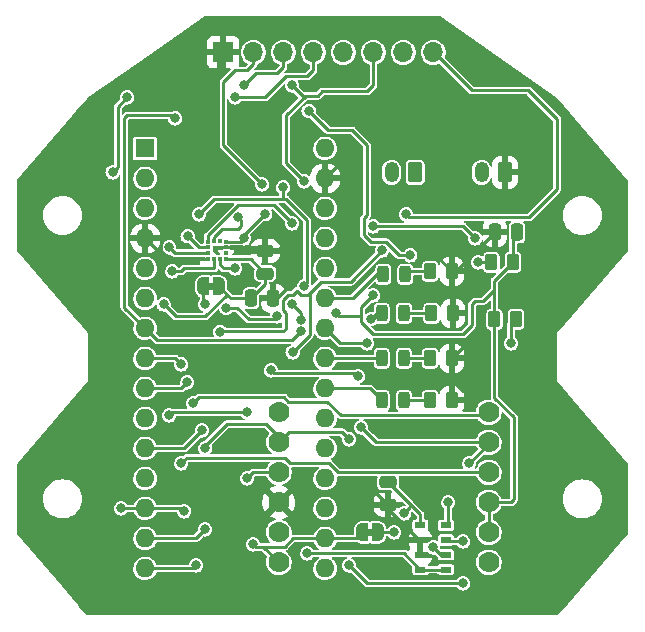
<source format=gbr>
%TF.GenerationSoftware,KiCad,Pcbnew,(6.0.7-1)-1*%
%TF.CreationDate,2023-01-25T16:43:34-06:00*%
%TF.ProjectId,BLACKBOX,424c4143-4b42-44f5-982e-6b696361645f,rev?*%
%TF.SameCoordinates,Original*%
%TF.FileFunction,Copper,L1,Top*%
%TF.FilePolarity,Positive*%
%FSLAX46Y46*%
G04 Gerber Fmt 4.6, Leading zero omitted, Abs format (unit mm)*
G04 Created by KiCad (PCBNEW (6.0.7-1)-1) date 2023-01-25 16:43:34*
%MOMM*%
%LPD*%
G01*
G04 APERTURE LIST*
G04 Aperture macros list*
%AMRoundRect*
0 Rectangle with rounded corners*
0 $1 Rounding radius*
0 $2 $3 $4 $5 $6 $7 $8 $9 X,Y pos of 4 corners*
0 Add a 4 corners polygon primitive as box body*
4,1,4,$2,$3,$4,$5,$6,$7,$8,$9,$2,$3,0*
0 Add four circle primitives for the rounded corners*
1,1,$1+$1,$2,$3*
1,1,$1+$1,$4,$5*
1,1,$1+$1,$6,$7*
1,1,$1+$1,$8,$9*
0 Add four rect primitives between the rounded corners*
20,1,$1+$1,$2,$3,$4,$5,0*
20,1,$1+$1,$4,$5,$6,$7,0*
20,1,$1+$1,$6,$7,$8,$9,0*
20,1,$1+$1,$8,$9,$2,$3,0*%
%AMFreePoly0*
4,1,22,0.500000,-0.750000,0.000000,-0.750000,0.000000,-0.745033,-0.079941,-0.743568,-0.215256,-0.701293,-0.333266,-0.622738,-0.424486,-0.514219,-0.481581,-0.384460,-0.499164,-0.250000,-0.500000,-0.250000,-0.500000,0.250000,-0.499164,0.250000,-0.499963,0.256109,-0.478152,0.396186,-0.417904,0.524511,-0.324060,0.630769,-0.204165,0.706417,-0.067858,0.745374,0.000000,0.744959,0.000000,0.750000,
0.500000,0.750000,0.500000,-0.750000,0.500000,-0.750000,$1*%
%AMFreePoly1*
4,1,20,0.000000,0.744959,0.073905,0.744508,0.209726,0.703889,0.328688,0.626782,0.421226,0.519385,0.479903,0.390333,0.500000,0.250000,0.500000,-0.250000,0.499851,-0.262216,0.476331,-0.402017,0.414519,-0.529596,0.319384,-0.634700,0.198574,-0.708877,0.061801,-0.746166,0.000000,-0.745033,0.000000,-0.750000,-0.500000,-0.750000,-0.500000,0.750000,0.000000,0.750000,0.000000,0.744959,
0.000000,0.744959,$1*%
G04 Aperture macros list end*
%TA.AperFunction,SMDPad,CuDef*%
%ADD10RoundRect,0.250000X0.262500X0.450000X-0.262500X0.450000X-0.262500X-0.450000X0.262500X-0.450000X0*%
%TD*%
%TA.AperFunction,SMDPad,CuDef*%
%ADD11RoundRect,0.250000X-0.262500X-0.450000X0.262500X-0.450000X0.262500X0.450000X-0.262500X0.450000X0*%
%TD*%
%TA.AperFunction,SMDPad,CuDef*%
%ADD12RoundRect,0.243750X0.243750X0.456250X-0.243750X0.456250X-0.243750X-0.456250X0.243750X-0.456250X0*%
%TD*%
%TA.AperFunction,SMDPad,CuDef*%
%ADD13FreePoly0,0.000000*%
%TD*%
%TA.AperFunction,SMDPad,CuDef*%
%ADD14FreePoly1,0.000000*%
%TD*%
%TA.AperFunction,ComponentPad*%
%ADD15RoundRect,0.250000X0.350000X0.625000X-0.350000X0.625000X-0.350000X-0.625000X0.350000X-0.625000X0*%
%TD*%
%TA.AperFunction,ComponentPad*%
%ADD16O,1.200000X1.750000*%
%TD*%
%TA.AperFunction,SMDPad,CuDef*%
%ADD17R,0.950000X0.550000*%
%TD*%
%TA.AperFunction,SMDPad,CuDef*%
%ADD18RoundRect,0.250000X0.475000X-0.250000X0.475000X0.250000X-0.475000X0.250000X-0.475000X-0.250000X0*%
%TD*%
%TA.AperFunction,ComponentPad*%
%ADD19R,1.600000X1.600000*%
%TD*%
%TA.AperFunction,ComponentPad*%
%ADD20O,1.600000X1.600000*%
%TD*%
%TA.AperFunction,SMDPad,CuDef*%
%ADD21RoundRect,0.250000X-0.250000X-0.475000X0.250000X-0.475000X0.250000X0.475000X-0.250000X0.475000X0*%
%TD*%
%TA.AperFunction,SMDPad,CuDef*%
%ADD22R,0.375000X0.350000*%
%TD*%
%TA.AperFunction,SMDPad,CuDef*%
%ADD23R,0.350000X0.375000*%
%TD*%
%TA.AperFunction,ComponentPad*%
%ADD24R,1.700000X1.700000*%
%TD*%
%TA.AperFunction,ComponentPad*%
%ADD25O,1.700000X1.700000*%
%TD*%
%TA.AperFunction,ComponentPad*%
%ADD26C,1.778000*%
%TD*%
%TA.AperFunction,ViaPad*%
%ADD27C,0.800000*%
%TD*%
%TA.AperFunction,Conductor*%
%ADD28C,0.250000*%
%TD*%
G04 APERTURE END LIST*
%TO.C,JP3*%
G36*
X114296000Y-85136000D02*
G01*
X113796000Y-85136000D01*
X113796000Y-84536000D01*
X114296000Y-84536000D01*
X114296000Y-85136000D01*
G37*
%TO.C,JP1*%
G36*
X100834000Y-64308000D02*
G01*
X100334000Y-64308000D01*
X100334000Y-63708000D01*
X100834000Y-63708000D01*
X100834000Y-64308000D01*
G37*
%TD*%
D10*
%TO.P,R1,1*%
%TO.N,+3V3*%
X126134500Y-61976000D03*
%TO.P,R1,2*%
%TO.N,Net-(J1-Pad8)*%
X124309500Y-61976000D03*
%TD*%
D11*
%TO.P,R5,1*%
%TO.N,Net-(D3-Pad1)*%
X119229500Y-66294000D03*
%TO.P,R5,2*%
%TO.N,GND*%
X121054500Y-66294000D03*
%TD*%
D12*
%TO.P,D2,1,K*%
%TO.N,Net-(D2-Pad1)*%
X116912000Y-70104000D03*
%TO.P,D2,2,A*%
%TO.N,/LED1*%
X115037000Y-70104000D03*
%TD*%
%TO.P,D1,1,K*%
%TO.N,Net-(D1-Pad1)*%
X116912000Y-73660000D03*
%TO.P,D1,2,A*%
%TO.N,/LED0*%
X115037000Y-73660000D03*
%TD*%
D11*
%TO.P,R6,1*%
%TO.N,Net-(D4-Pad1)*%
X119126000Y-62738000D03*
%TO.P,R6,2*%
%TO.N,GND*%
X120951000Y-62738000D03*
%TD*%
D13*
%TO.P,JP3,1,1*%
%TO.N,+3V3*%
X113396000Y-84836000D03*
D14*
%TO.P,JP3,2,2*%
%TO.N,Net-(C4-Pad2)*%
X114696000Y-84836000D03*
%TD*%
D15*
%TO.P,J102,1,Pin_1*%
%TO.N,GND*%
X125476000Y-54356000D03*
D16*
%TO.P,J102,2,Pin_2*%
%TO.N,VBUS*%
X123476000Y-54356000D03*
%TD*%
D11*
%TO.P,R2,1*%
%TO.N,+3V3*%
X124563500Y-66802000D03*
%TO.P,R2,2*%
%TO.N,Net-(J1-Pad1)*%
X126388500Y-66802000D03*
%TD*%
D12*
%TO.P,D4,1,K*%
%TO.N,Net-(D4-Pad1)*%
X117015500Y-62992000D03*
%TO.P,D4,2,A*%
%TO.N,/LED3*%
X115140500Y-62992000D03*
%TD*%
D11*
%TO.P,R3,1*%
%TO.N,Net-(D1-Pad1)*%
X119126000Y-73660000D03*
%TO.P,R3,2*%
%TO.N,GND*%
X120951000Y-73660000D03*
%TD*%
D12*
%TO.P,D3,1,K*%
%TO.N,Net-(D3-Pad1)*%
X116912000Y-66294000D03*
%TO.P,D3,2,A*%
%TO.N,/LED2*%
X115037000Y-66294000D03*
%TD*%
D17*
%TO.P,U3,1,VDD*%
%TO.N,Net-(C4-Pad2)*%
X118305000Y-84231000D03*
%TO.P,U3,2,PS*%
%TO.N,GND*%
X118305000Y-85481000D03*
%TO.P,U3,3,GND*%
X118305000Y-86731000D03*
%TO.P,U3,4,CSB*%
%TO.N,/MS_CS*%
X118305000Y-87981000D03*
%TO.P,U3,5,CSB*%
X120455000Y-87981000D03*
%TO.P,U3,6,SDO*%
%TO.N,/MISO*%
X120455000Y-86731000D03*
%TO.P,U3,7,SDI/SDA*%
%TO.N,/MOSI*%
X120455000Y-85481000D03*
%TO.P,U3,8,SCLK*%
%TO.N,/SCK*%
X120455000Y-84231000D03*
%TD*%
D18*
%TO.P,C4,1*%
%TO.N,GND*%
X115570000Y-82484000D03*
%TO.P,C4,2*%
%TO.N,Net-(C4-Pad2)*%
X115570000Y-80584000D03*
%TD*%
%TO.P,C2,1*%
%TO.N,Net-(C2-Pad1)*%
X105156000Y-62926000D03*
%TO.P,C2,2*%
%TO.N,GND*%
X105156000Y-61026000D03*
%TD*%
D11*
%TO.P,R4,1*%
%TO.N,Net-(D2-Pad1)*%
X119126000Y-70104000D03*
%TO.P,R4,2*%
%TO.N,GND*%
X120951000Y-70104000D03*
%TD*%
D19*
%TO.P,A1,1,D1/TX*%
%TO.N,unconnected-(A1-Pad1)*%
X94996000Y-52324000D03*
D20*
%TO.P,A1,2,D0/RX*%
%TO.N,unconnected-(A1-Pad2)*%
X94996000Y-54864000D03*
%TO.P,A1,3,~{RESET}*%
%TO.N,unconnected-(A1-Pad3)*%
X94996000Y-57404000D03*
%TO.P,A1,4,GND*%
%TO.N,GND*%
X94996000Y-59944000D03*
%TO.P,A1,5,D2*%
%TO.N,unconnected-(A1-Pad5)*%
X94996000Y-62484000D03*
%TO.P,A1,6,D3*%
%TO.N,unconnected-(A1-Pad6)*%
X94996000Y-65024000D03*
%TO.P,A1,7,D4*%
%TO.N,/MS_CS*%
X94996000Y-67564000D03*
%TO.P,A1,8,D5*%
%TO.N,/BNO_RST*%
X94996000Y-70104000D03*
%TO.P,A1,9,D6*%
%TO.N,/KX_INT2*%
X94996000Y-72644000D03*
%TO.P,A1,10,D7*%
%TO.N,/KX_INT1*%
X94996000Y-75184000D03*
%TO.P,A1,11,D8*%
%TO.N,/KX_CS*%
X94996000Y-77724000D03*
%TO.P,A1,12,D9*%
%TO.N,/BNO_INT*%
X94996000Y-80264000D03*
%TO.P,A1,13,D10*%
%TO.N,/BNO_CS*%
X94996000Y-82804000D03*
%TO.P,A1,14,D11*%
%TO.N,/MOSI*%
X94996000Y-85344000D03*
%TO.P,A1,15,D12*%
%TO.N,/MISO*%
X94996000Y-87884000D03*
%TO.P,A1,16,D13*%
%TO.N,/SCK*%
X110236000Y-87884000D03*
%TO.P,A1,17,3V3*%
%TO.N,+3V3*%
X110236000Y-85344000D03*
%TO.P,A1,18,AREF*%
%TO.N,unconnected-(A1-Pad18)*%
X110236000Y-82804000D03*
%TO.P,A1,19,A0*%
%TO.N,unconnected-(A1-Pad19)*%
X110236000Y-80264000D03*
%TO.P,A1,20,A1*%
%TO.N,unconnected-(A1-Pad20)*%
X110236000Y-77724000D03*
%TO.P,A1,21,A2*%
%TO.N,/SD_CS*%
X110236000Y-75184000D03*
%TO.P,A1,22,A3*%
%TO.N,/LED0*%
X110236000Y-72644000D03*
%TO.P,A1,23,A4*%
%TO.N,/LED1*%
X110236000Y-70104000D03*
%TO.P,A1,24,A5*%
%TO.N,/LED2*%
X110236000Y-67564000D03*
%TO.P,A1,25,A6*%
%TO.N,/LED3*%
X110236000Y-65024000D03*
%TO.P,A1,26,A7*%
%TO.N,unconnected-(A1-Pad26)*%
X110236000Y-62484000D03*
%TO.P,A1,27,+5V*%
%TO.N,+5V*%
X110236000Y-59944000D03*
%TO.P,A1,28,~{RESET}*%
%TO.N,unconnected-(A1-Pad28)*%
X110236000Y-57404000D03*
%TO.P,A1,29,GND*%
%TO.N,GND*%
X110236000Y-54864000D03*
%TO.P,A1,30,VIN*%
%TO.N,VCC*%
X110236000Y-52324000D03*
%TD*%
D21*
%TO.P,C1,1*%
%TO.N,GND*%
X124592000Y-59436000D03*
%TO.P,C1,2*%
%TO.N,+3V3*%
X126492000Y-59436000D03*
%TD*%
D15*
%TO.P,J3,1,Pin_1*%
%TO.N,VBUS*%
X117856000Y-54356000D03*
D16*
%TO.P,J3,2,Pin_2*%
%TO.N,VCC*%
X115856000Y-54356000D03*
%TD*%
D13*
%TO.P,JP1,1,1*%
%TO.N,+3V3*%
X99934000Y-64008000D03*
D14*
%TO.P,JP1,2,2*%
%TO.N,Net-(C2-Pad1)*%
X101234000Y-64008000D03*
%TD*%
D22*
%TO.P,U2,1,SDO/ADDR*%
%TO.N,/MISO*%
X100329500Y-60210000D03*
%TO.P,U2,2,SDI/SDA*%
%TO.N,/MOSI*%
X100329500Y-60710000D03*
%TO.P,U2,3,IO_VDD*%
%TO.N,Net-(C2-Pad1)*%
X100329500Y-61210000D03*
%TO.P,U2,4,TRIG*%
%TO.N,GND*%
X100329500Y-61710000D03*
D23*
%TO.P,U2,5,INT1*%
%TO.N,/KX_INT1*%
X100842000Y-61722500D03*
%TO.P,U2,6,INT2*%
%TO.N,/KX_INT2*%
X101342000Y-61722500D03*
D22*
%TO.P,U2,7,VDD*%
%TO.N,Net-(C2-Pad1)*%
X101854500Y-61710000D03*
%TO.P,U2,8*%
%TO.N,N/C*%
X101854500Y-61210000D03*
%TO.P,U2,9,GND*%
%TO.N,GND*%
X101854500Y-60710000D03*
%TO.P,U2,10,~{CS}*%
%TO.N,/KX_CS*%
X101854500Y-60210000D03*
D23*
%TO.P,U2,11,NC*%
%TO.N,unconnected-(U2-Pad11)*%
X101342000Y-60197500D03*
%TO.P,U2,12,SCLK/SCL*%
%TO.N,/SCK*%
X100842000Y-60197500D03*
%TD*%
D21*
%TO.P,C3,1*%
%TO.N,Net-(C2-Pad1)*%
X103952000Y-65024000D03*
%TO.P,C3,2*%
%TO.N,GND*%
X105852000Y-65024000D03*
%TD*%
D24*
%TO.P,J101,1,Pin_1*%
%TO.N,GND*%
X101615000Y-44196000D03*
D25*
%TO.P,J101,2,Pin_2*%
%TO.N,/KX_CS*%
X104155000Y-44196000D03*
%TO.P,J101,3,Pin_3*%
%TO.N,/BNO_CS*%
X106695000Y-44196000D03*
%TO.P,J101,4,Pin_4*%
%TO.N,/MS_CS*%
X109235000Y-44196000D03*
%TO.P,J101,5,Pin_5*%
%TO.N,/SD_CS*%
X111775000Y-44196000D03*
%TO.P,J101,6,Pin_6*%
%TO.N,/MISO*%
X114315000Y-44196000D03*
%TO.P,J101,7,Pin_7*%
%TO.N,/MOSI*%
X116855000Y-44196000D03*
%TO.P,J101,8,Pin_8*%
%TO.N,/SCK*%
X119395000Y-44196000D03*
%TD*%
D26*
%TO.P,U1,1,VIN*%
%TO.N,+3V3*%
X106309700Y-87376000D03*
%TO.N,N/C*%
X124089700Y-87376000D03*
%TO.P,U1,2,3Vo*%
%TO.N,+3V3*%
X124089700Y-84836000D03*
%TO.N,unconnected-(U1-Pad2)*%
X106309700Y-84836000D03*
%TO.P,U1,3,GND*%
%TO.N,+3V3*%
X124089700Y-82296000D03*
%TO.N,GND*%
X106309700Y-82296000D03*
%TO.P,U1,4,SCL*%
%TO.N,/SCK*%
X106309700Y-79756000D03*
%TO.N,/BNO_RST*%
X124089700Y-79756000D03*
%TO.P,U1,5,SDA*%
%TO.N,/MISO*%
X106309700Y-77216000D03*
%TO.N,/MOSI*%
X124089700Y-77216000D03*
%TO.P,U1,6,INT*%
%TO.N,/BNO_INT*%
X106309700Y-74676000D03*
%TO.N,/BNO_CS*%
X124089700Y-74676000D03*
%TD*%
D27*
%TO.N,GND*%
X98298000Y-56642000D03*
X116369500Y-59652500D03*
X103470000Y-77070000D03*
X123444000Y-68109500D03*
X122174000Y-64516000D03*
X113650000Y-80680000D03*
X107188000Y-64008000D03*
X118380000Y-78570000D03*
X112014000Y-51562000D03*
X105156000Y-58928000D03*
X106680000Y-60960000D03*
X122428000Y-72898000D03*
%TO.N,/MS_CS*%
X102616000Y-48006000D03*
X97536000Y-49784000D03*
X108204000Y-67818000D03*
X108712000Y-86614000D03*
%TO.N,/BNO_RST*%
X98044000Y-78994000D03*
X98044000Y-70612000D03*
%TO.N,/KX_INT2*%
X102616000Y-62484000D03*
X98552000Y-72136000D03*
%TO.N,/KX_INT1*%
X97282000Y-62738000D03*
%TO.N,/KX_CS*%
X105156000Y-57874500D03*
X103378000Y-59944000D03*
X104902000Y-55372000D03*
X99822000Y-76200000D03*
%TO.N,/BNO_INT*%
X97028000Y-74930000D03*
X103632000Y-74676000D03*
%TO.N,/BNO_CS*%
X98298000Y-83058000D03*
X103378000Y-46990000D03*
X99060000Y-73914000D03*
X92964000Y-82804000D03*
%TO.N,/MOSI*%
X100038500Y-84582000D03*
X98589500Y-59760006D03*
X113284000Y-75946000D03*
X121920000Y-85598000D03*
X106680000Y-55626000D03*
X122428000Y-78994000D03*
X105664000Y-71120000D03*
X99568000Y-57912000D03*
X113030000Y-71628000D03*
X108458000Y-64008000D03*
%TO.N,/MISO*%
X107442000Y-58674000D03*
X99314000Y-87630000D03*
X108458000Y-55118000D03*
X100076000Y-77724000D03*
X107442000Y-46990000D03*
X92239500Y-54356000D03*
X93472000Y-48006000D03*
X119380000Y-86106000D03*
X112268000Y-76962000D03*
%TO.N,/SCK*%
X115062000Y-60960000D03*
X107479500Y-69596000D03*
X117094000Y-57912000D03*
X101346000Y-67855500D03*
X120650000Y-82296000D03*
X103632000Y-80264000D03*
X102877799Y-58173799D03*
%TO.N,+3V3*%
X121920000Y-89154000D03*
X107437701Y-65527701D03*
X106172000Y-66548000D03*
X112268000Y-87630000D03*
X104140000Y-85852000D03*
X108204000Y-66818497D03*
X111147943Y-66294000D03*
X114300000Y-64770000D03*
X100071701Y-65527701D03*
X101859123Y-65840522D03*
%TO.N,/SD_CS*%
X117444296Y-61380302D03*
X108834701Y-49144701D03*
%TO.N,Net-(C2-Pad1)*%
X97028000Y-60706000D03*
X96557500Y-65532000D03*
%TO.N,Net-(C4-Pad2)*%
X116078000Y-84836000D03*
X116925299Y-83226701D03*
%TO.N,/LED2*%
X114128414Y-66757837D03*
X113792000Y-68834000D03*
%TO.N,Net-(J1-Pad1)*%
X125984000Y-68834000D03*
%TO.N,Net-(J1-Pad8)*%
X122936000Y-59944000D03*
X123190000Y-61976000D03*
X114300000Y-58928000D03*
%TD*%
D28*
%TO.N,GND*%
X106680000Y-60960000D02*
X105222000Y-60960000D01*
X99060000Y-55880000D02*
X100838000Y-55880000D01*
X96303000Y-61006305D02*
X96303000Y-58637000D01*
X100838000Y-55880000D02*
X101150480Y-55567520D01*
X112014000Y-51562000D02*
X112014000Y-53086000D01*
X105156000Y-61026000D02*
X104840000Y-60710000D01*
X120951000Y-64309000D02*
X120951000Y-66190500D01*
X113766000Y-80680000D02*
X114493001Y-81407001D01*
X120951000Y-62738000D02*
X121290000Y-62738000D01*
X121158000Y-64516000D02*
X120951000Y-64309000D01*
X98298000Y-56642000D02*
X99060000Y-55880000D01*
X122174000Y-64516000D02*
X121158000Y-64516000D01*
X113650000Y-80680000D02*
X113766000Y-80680000D01*
X112014000Y-53086000D02*
X110236000Y-54864000D01*
X115570000Y-82484000D02*
X114493001Y-81407001D01*
X115570000Y-82484000D02*
X115570000Y-82896000D01*
X115570000Y-82896000D02*
X118155000Y-85481000D01*
X100329500Y-61710000D02*
X99580000Y-61710000D01*
X120951000Y-66190500D02*
X121054500Y-66294000D01*
X118305000Y-86731000D02*
X118305000Y-85481000D01*
X122428000Y-72898000D02*
X121920000Y-72898000D01*
X96762000Y-61710000D02*
X94996000Y-59944000D01*
X114493001Y-81407001D02*
X107198699Y-81407001D01*
X101150480Y-44660520D02*
X101615000Y-44196000D01*
X97006695Y-61710000D02*
X96303000Y-61006305D01*
X99580000Y-61710000D02*
X97006695Y-61710000D01*
X107198699Y-81407001D02*
X106309700Y-82296000D01*
X101150480Y-55567520D02*
X101150480Y-44660520D01*
X121290000Y-62738000D02*
X124592000Y-59436000D01*
X105852000Y-65024000D02*
X106172000Y-65024000D01*
X120951000Y-73660000D02*
X120951000Y-71929000D01*
X120951000Y-62738000D02*
X120951000Y-64309000D01*
X118155000Y-85481000D02*
X118305000Y-85481000D01*
X120951000Y-70104000D02*
X122945500Y-68109500D01*
X121920000Y-72898000D02*
X120951000Y-71929000D01*
X96303000Y-58637000D02*
X98298000Y-56642000D01*
X105222000Y-60960000D02*
X105156000Y-61026000D01*
X104840000Y-60710000D02*
X101854500Y-60710000D01*
X122945500Y-68109500D02*
X123444000Y-68109500D01*
X116369500Y-59652500D02*
X117865500Y-59652500D01*
X105156000Y-58928000D02*
X105156000Y-61026000D01*
X120951000Y-71929000D02*
X120951000Y-70104000D01*
X106172000Y-65024000D02*
X107188000Y-64008000D01*
X117865500Y-59652500D02*
X120951000Y-62738000D01*
X99580000Y-61710000D02*
X96762000Y-61710000D01*
%TO.N,/MS_CS*%
X118305000Y-87981000D02*
X120455000Y-87981000D01*
X93230050Y-65798050D02*
X94996000Y-67564000D01*
X93230050Y-49784000D02*
X93230050Y-65798050D01*
X97536000Y-49784000D02*
X97282000Y-49530000D01*
X93484050Y-49530000D02*
X93230050Y-49784000D01*
X108712000Y-46228000D02*
X106934000Y-46228000D01*
X116938000Y-86614000D02*
X118305000Y-87981000D01*
X108712000Y-86614000D02*
X116938000Y-86614000D01*
X106934000Y-46228000D02*
X105156000Y-48006000D01*
X109235000Y-45705000D02*
X109235000Y-44196000D01*
X108712000Y-46228000D02*
X109235000Y-45705000D01*
X107442000Y-68580000D02*
X108204000Y-67818000D01*
X94996000Y-67564000D02*
X96012000Y-68580000D01*
X96012000Y-68580000D02*
X107442000Y-68580000D01*
X97282000Y-49530000D02*
X93484050Y-49530000D01*
X105156000Y-48006000D02*
X102616000Y-48006000D01*
%TO.N,/BNO_RST*%
X110556991Y-78994000D02*
X107264556Y-78994000D01*
X106812556Y-78542000D02*
X98496000Y-78542000D01*
X111318991Y-79756000D02*
X110556991Y-78994000D01*
X98496000Y-78542000D02*
X98044000Y-78994000D01*
X107264556Y-78994000D02*
X106812556Y-78542000D01*
X98044000Y-70612000D02*
X97536000Y-70104000D01*
X97536000Y-70104000D02*
X94996000Y-70104000D01*
X124089700Y-79756000D02*
X111318991Y-79756000D01*
%TO.N,/KX_INT2*%
X101666000Y-62484000D02*
X102616000Y-62484000D01*
X101342000Y-62160000D02*
X101666000Y-62484000D01*
X98552000Y-72136000D02*
X98044000Y-72644000D01*
X98044000Y-72644000D02*
X94996000Y-72644000D01*
X101342000Y-61722500D02*
X101342000Y-62160000D01*
%TO.N,/KX_INT1*%
X98044000Y-62738000D02*
X97282000Y-62738000D01*
X100842000Y-61722500D02*
X100842000Y-62484000D01*
X98298000Y-62484000D02*
X98044000Y-62738000D01*
X100842000Y-62484000D02*
X98298000Y-62484000D01*
%TO.N,/KX_CS*%
X99822000Y-76200000D02*
X98298000Y-77724000D01*
X103632000Y-45720000D02*
X104155000Y-45197000D01*
X103112000Y-60210000D02*
X103378000Y-59944000D01*
X104155000Y-45197000D02*
X104155000Y-44196000D01*
X101600000Y-46736000D02*
X102616000Y-45720000D01*
X101600000Y-46736000D02*
X101600000Y-52070000D01*
X102616000Y-45720000D02*
X103632000Y-45720000D01*
X101600000Y-52070000D02*
X104902000Y-55372000D01*
X105156000Y-57874500D02*
X103378000Y-59652500D01*
X98298000Y-77724000D02*
X94996000Y-77724000D01*
X101854500Y-60210000D02*
X103112000Y-60210000D01*
X103378000Y-59652500D02*
X103378000Y-59944000D01*
%TO.N,/BNO_INT*%
X97282000Y-74676000D02*
X97028000Y-74930000D01*
X97536000Y-74676000D02*
X97282000Y-74676000D01*
X103632000Y-74676000D02*
X97536000Y-74676000D01*
%TO.N,/BNO_CS*%
X98044000Y-82804000D02*
X94996000Y-82804000D01*
X123835700Y-74930000D02*
X111572991Y-74930000D01*
X103378000Y-46990000D02*
X104394000Y-45974000D01*
X99568000Y-73406000D02*
X99060000Y-73914000D01*
X107119556Y-73769000D02*
X106756556Y-73406000D01*
X98298000Y-83058000D02*
X98044000Y-82804000D01*
X106756556Y-73406000D02*
X99568000Y-73406000D01*
X111572991Y-74930000D02*
X110411991Y-73769000D01*
X92964000Y-82804000D02*
X94996000Y-82804000D01*
X106695000Y-45451000D02*
X106695000Y-44196000D01*
X104394000Y-45974000D02*
X106172000Y-45974000D01*
X124089700Y-74676000D02*
X123835700Y-74930000D01*
X110411991Y-73769000D02*
X107119556Y-73769000D01*
X106172000Y-45974000D02*
X106695000Y-45451000D01*
%TO.N,/MOSI*%
X99539494Y-60710000D02*
X100329500Y-60710000D01*
X113030000Y-71628000D02*
X112776000Y-71374000D01*
X100838000Y-56642000D02*
X106680000Y-56642000D01*
X99276500Y-85344000D02*
X100038500Y-84582000D01*
X114554000Y-77216000D02*
X113284000Y-75946000D01*
X94996000Y-85344000D02*
X99276500Y-85344000D01*
X108712000Y-58420000D02*
X108712000Y-63754000D01*
X108712000Y-63754000D02*
X108458000Y-64008000D01*
X99568000Y-57912000D02*
X100838000Y-56642000D01*
X124089700Y-77332300D02*
X122428000Y-78994000D01*
X106426000Y-71374000D02*
X105918000Y-71374000D01*
X105918000Y-71374000D02*
X105664000Y-71120000D01*
X112776000Y-71374000D02*
X106426000Y-71374000D01*
X106680000Y-56642000D02*
X106934000Y-56642000D01*
X98589500Y-59760006D02*
X99539494Y-60710000D01*
X124089700Y-77216000D02*
X124089700Y-77332300D01*
X106680000Y-55626000D02*
X106680000Y-56642000D01*
X121920000Y-85598000D02*
X120572000Y-85598000D01*
X106934000Y-56642000D02*
X108712000Y-58420000D01*
X124089700Y-77216000D02*
X114554000Y-77216000D01*
%TO.N,/MISO*%
X100076000Y-77724000D02*
X100076000Y-77494000D01*
X114315000Y-46975000D02*
X114315000Y-44196000D01*
X120455000Y-86731000D02*
X120005000Y-86731000D01*
X107442000Y-58674000D02*
X105918000Y-57150000D01*
X101890000Y-75680000D02*
X105240000Y-75680000D01*
X108331000Y-47879000D02*
X108585000Y-47879000D01*
X108585000Y-47879000D02*
X106934000Y-49530000D01*
X94996000Y-87884000D02*
X99060000Y-87884000D01*
X113792000Y-47498000D02*
X114315000Y-46975000D01*
X112268000Y-76962000D02*
X111633001Y-76327001D01*
X108585000Y-47879000D02*
X109601000Y-47879000D01*
X106934000Y-53594000D02*
X108458000Y-55118000D01*
X93472000Y-48006000D02*
X92670050Y-48807950D01*
X105918000Y-57150000D02*
X102877000Y-57150000D01*
X99060000Y-87884000D02*
X99314000Y-87630000D01*
X105240000Y-75680000D02*
X106309700Y-76749700D01*
X92670050Y-48807950D02*
X92670050Y-53925450D01*
X106309700Y-76749700D02*
X106309700Y-77216000D01*
X107442000Y-46990000D02*
X108331000Y-47879000D01*
X100076000Y-77494000D02*
X101890000Y-75680000D01*
X109982000Y-47498000D02*
X113792000Y-47498000D01*
X106934000Y-49530000D02*
X106934000Y-53594000D01*
X109601000Y-47879000D02*
X109982000Y-47498000D01*
X107198699Y-76327001D02*
X106309700Y-77216000D01*
X111633001Y-76327001D02*
X107198699Y-76327001D01*
X92670050Y-53925450D02*
X92239500Y-54356000D01*
X100329500Y-59697500D02*
X100329500Y-60210000D01*
X120005000Y-86731000D02*
X119380000Y-86106000D01*
X102877000Y-57150000D02*
X100329500Y-59697500D01*
%TO.N,/SCK*%
X103124000Y-58420000D02*
X102877799Y-58173799D01*
X108157695Y-64733000D02*
X108758305Y-64733000D01*
X108929000Y-64562305D02*
X109882305Y-63609000D01*
X117348000Y-58166000D02*
X127508000Y-58166000D01*
X106309700Y-79756000D02*
X104140000Y-79756000D01*
X101481396Y-59182000D02*
X102870000Y-59182000D01*
X101346000Y-67855500D02*
X101383500Y-67818000D01*
X129874980Y-49846980D02*
X127448000Y-47420000D01*
X104140000Y-79756000D02*
X103632000Y-80264000D01*
X106897000Y-67601000D02*
X106897000Y-66247695D01*
X108929000Y-68146500D02*
X108929000Y-64562305D01*
X101383500Y-67818000D02*
X106680000Y-67818000D01*
X120650000Y-84036000D02*
X120455000Y-84231000D01*
X127508000Y-58166000D02*
X129874980Y-55799020D01*
X100842000Y-59821396D02*
X101481396Y-59182000D01*
X120650000Y-82296000D02*
X120650000Y-84036000D01*
X100842000Y-60197500D02*
X100842000Y-59821396D01*
X111143000Y-63609000D02*
X112413000Y-63609000D01*
X129874980Y-55799020D02*
X129874980Y-49846980D01*
X119416000Y-44196000D02*
X119395000Y-44196000D01*
X107099396Y-64733000D02*
X107488305Y-64733000D01*
X107488305Y-64733000D02*
X107823000Y-64398305D01*
X112413000Y-63609000D02*
X115062000Y-60960000D01*
X108758305Y-64733000D02*
X108929000Y-64562305D01*
X106680000Y-67818000D02*
X106897000Y-67601000D01*
X106897000Y-66247695D02*
X106680000Y-66030695D01*
X103124000Y-58928000D02*
X103124000Y-58420000D01*
X107479500Y-69596000D02*
X108929000Y-68146500D01*
X122640000Y-47420000D02*
X119416000Y-44196000D01*
X127448000Y-47420000D02*
X122640000Y-47420000D01*
X106680000Y-65152396D02*
X107099396Y-64733000D01*
X102870000Y-59182000D02*
X103124000Y-58928000D01*
X107823000Y-64398305D02*
X108157695Y-64733000D01*
X109882305Y-63609000D02*
X111143000Y-63609000D01*
X106680000Y-66030695D02*
X106680000Y-65152396D01*
X117094000Y-57912000D02*
X117348000Y-58166000D01*
%TO.N,+3V3*%
X124563500Y-63547000D02*
X124563500Y-64310673D01*
X123596173Y-65278000D02*
X122936000Y-65278000D01*
X112888000Y-85344000D02*
X113396000Y-84836000D01*
X104648000Y-66802000D02*
X105918000Y-66802000D01*
X125984000Y-82296000D02*
X126238000Y-82042000D01*
X124079000Y-82296000D02*
X125973300Y-82296000D01*
X104958000Y-86050000D02*
X104338000Y-86050000D01*
X126238000Y-75108135D02*
X124563500Y-73433635D01*
X110236000Y-85344000D02*
X112888000Y-85344000D01*
X103770000Y-66802000D02*
X104648000Y-66802000D01*
X99934000Y-65390000D02*
X100071701Y-65527701D01*
X113284000Y-66548000D02*
X113284000Y-65786000D01*
X101862601Y-65844000D02*
X102812000Y-65844000D01*
X111401943Y-66548000D02*
X113284000Y-66548000D01*
X106812556Y-86050000D02*
X104958000Y-86050000D01*
X122936000Y-65278000D02*
X122682000Y-65532000D01*
X124563500Y-66802000D02*
X124563500Y-63547000D01*
X99934000Y-64008000D02*
X99934000Y-65390000D01*
X122682000Y-65532000D02*
X122682000Y-67310000D01*
X126134500Y-59793500D02*
X126492000Y-59436000D01*
X108204000Y-66294000D02*
X108204000Y-66818497D01*
X114300000Y-68072000D02*
X113284000Y-67056000D01*
X101859123Y-65840522D02*
X101862601Y-65844000D01*
X107437701Y-65527701D02*
X108204000Y-66294000D01*
X124089700Y-84836000D02*
X124089700Y-82296000D01*
X106309700Y-87376000D02*
X104983700Y-86050000D01*
X110236000Y-85344000D02*
X107518556Y-85344000D01*
X124563500Y-63547000D02*
X126134500Y-61976000D01*
X121920000Y-68072000D02*
X114300000Y-68072000D01*
X124563500Y-64310673D02*
X123596173Y-65278000D01*
X126134500Y-61976000D02*
X126134500Y-59793500D01*
X121920000Y-89154000D02*
X113792000Y-89154000D01*
X113284000Y-67056000D02*
X113284000Y-66548000D01*
X122682000Y-67310000D02*
X121920000Y-68072000D01*
X111147943Y-66294000D02*
X111401943Y-66548000D01*
X124563500Y-73433635D02*
X124563500Y-66802000D01*
X104983700Y-86050000D02*
X104958000Y-86050000D01*
X113792000Y-89154000D02*
X112268000Y-87630000D01*
X113284000Y-65786000D02*
X114300000Y-64770000D01*
X102812000Y-65844000D02*
X103770000Y-66802000D01*
X107518556Y-85344000D02*
X106812556Y-86050000D01*
X105918000Y-66802000D02*
X106172000Y-66548000D01*
X104338000Y-86050000D02*
X104140000Y-85852000D01*
X126238000Y-82042000D02*
X126238000Y-75108135D01*
%TO.N,/SD_CS*%
X113792000Y-52070000D02*
X113792000Y-57995305D01*
X108834701Y-49144701D02*
X110490000Y-50800000D01*
X114083000Y-60235000D02*
X115362305Y-60235000D01*
X110490000Y-50800000D02*
X112522000Y-50800000D01*
X113538000Y-58249305D02*
X113538000Y-59690000D01*
X112522000Y-50800000D02*
X113792000Y-52070000D01*
X113792000Y-57995305D02*
X113538000Y-58249305D01*
X115362305Y-60235000D02*
X116507607Y-61380302D01*
X113538000Y-59690000D02*
X114083000Y-60235000D01*
X116507607Y-61380302D02*
X117444296Y-61380302D01*
%TO.N,/LED0*%
X114021000Y-72644000D02*
X110236000Y-72644000D01*
X115037000Y-73660000D02*
X114021000Y-72644000D01*
%TO.N,/LED1*%
X115037000Y-70104000D02*
X110236000Y-70104000D01*
%TO.N,Net-(C2-Pad1)*%
X105156000Y-63820000D02*
X103952000Y-65024000D01*
X103940000Y-61710000D02*
X105156000Y-62926000D01*
X101854500Y-61710000D02*
X103940000Y-61710000D01*
X97532000Y-61210000D02*
X97028000Y-60706000D01*
X101925000Y-64699000D02*
X101234000Y-64008000D01*
X100076000Y-66548000D02*
X101925000Y-64699000D01*
X102250000Y-65024000D02*
X101925000Y-64699000D01*
X96557500Y-65532000D02*
X97573500Y-66548000D01*
X103952000Y-65024000D02*
X102250000Y-65024000D01*
X105156000Y-62926000D02*
X105156000Y-63820000D01*
X97573500Y-66548000D02*
X100076000Y-66548000D01*
X100329500Y-61210000D02*
X97532000Y-61210000D01*
%TO.N,Net-(C4-Pad2)*%
X118305000Y-84231000D02*
X118305000Y-83319000D01*
X118305000Y-83319000D02*
X117442000Y-82456000D01*
X114696000Y-84836000D02*
X116078000Y-84836000D01*
X116925299Y-83226701D02*
X117442000Y-82710000D01*
X117442000Y-82710000D02*
X117442000Y-82456000D01*
X117442000Y-82456000D02*
X115570000Y-80584000D01*
%TO.N,/LED2*%
X113792000Y-68834000D02*
X111506000Y-68834000D01*
X114592251Y-66294000D02*
X114128414Y-66757837D01*
X115037000Y-66294000D02*
X114592251Y-66294000D01*
X111506000Y-68834000D02*
X110236000Y-67564000D01*
%TO.N,/LED3*%
X112575500Y-65024000D02*
X110236000Y-65024000D01*
X115140500Y-62992000D02*
X114607500Y-62992000D01*
X114607500Y-62992000D02*
X112575500Y-65024000D01*
%TO.N,Net-(D1-Pad1)*%
X116912000Y-73660000D02*
X119126000Y-73660000D01*
%TO.N,Net-(D2-Pad1)*%
X116912000Y-70104000D02*
X119126000Y-70104000D01*
%TO.N,Net-(D3-Pad1)*%
X119229500Y-66294000D02*
X116912000Y-66294000D01*
%TO.N,Net-(D4-Pad1)*%
X117015500Y-62992000D02*
X117269500Y-62738000D01*
X117269500Y-62738000D02*
X119126000Y-62738000D01*
%TO.N,Net-(J1-Pad1)*%
X125984000Y-67206500D02*
X126388500Y-66802000D01*
X125984000Y-68834000D02*
X125984000Y-67206500D01*
%TO.N,Net-(J1-Pad8)*%
X114300000Y-58928000D02*
X121920000Y-58928000D01*
X123190000Y-61976000D02*
X124309500Y-61976000D01*
X121920000Y-58928000D02*
X122936000Y-59944000D01*
%TD*%
%TA.AperFunction,Conductor*%
%TO.N,GND*%
G36*
X89413203Y-67114879D02*
G01*
X84250988Y-61092294D01*
X84160834Y-60987114D01*
X84131688Y-60922376D01*
X84130500Y-60905115D01*
X84130500Y-58000000D01*
X86344396Y-58000000D01*
X86364779Y-58258994D01*
X86365933Y-58263801D01*
X86365934Y-58263807D01*
X86404220Y-58423276D01*
X86425427Y-58511610D01*
X86524846Y-58751628D01*
X86660588Y-58973140D01*
X86829311Y-59170689D01*
X87026860Y-59339412D01*
X87248372Y-59475154D01*
X87252942Y-59477047D01*
X87252946Y-59477049D01*
X87483817Y-59572679D01*
X87488390Y-59574573D01*
X87576724Y-59595780D01*
X87736193Y-59634066D01*
X87736199Y-59634067D01*
X87741006Y-59635221D01*
X88000000Y-59655604D01*
X88258994Y-59635221D01*
X88263801Y-59634067D01*
X88263807Y-59634066D01*
X88423276Y-59595780D01*
X88511610Y-59574573D01*
X88516183Y-59572679D01*
X88747054Y-59477049D01*
X88747058Y-59477047D01*
X88751628Y-59475154D01*
X88973140Y-59339412D01*
X89170689Y-59170689D01*
X89339412Y-58973140D01*
X89475154Y-58751628D01*
X89574573Y-58511610D01*
X89595780Y-58423276D01*
X89634066Y-58263807D01*
X89634067Y-58263801D01*
X89635221Y-58258994D01*
X89655604Y-58000000D01*
X89635221Y-57741006D01*
X89634067Y-57736199D01*
X89634066Y-57736193D01*
X89575728Y-57493202D01*
X89574573Y-57488390D01*
X89475154Y-57248372D01*
X89339412Y-57026860D01*
X89170689Y-56829311D01*
X88973140Y-56660588D01*
X88751628Y-56524846D01*
X88747058Y-56522953D01*
X88747054Y-56522951D01*
X88516183Y-56427321D01*
X88516181Y-56427320D01*
X88511610Y-56425427D01*
X88423276Y-56404220D01*
X88263807Y-56365934D01*
X88263801Y-56365933D01*
X88258994Y-56364779D01*
X88000000Y-56344396D01*
X87741006Y-56364779D01*
X87736199Y-56365933D01*
X87736193Y-56365934D01*
X87576724Y-56404220D01*
X87488390Y-56425427D01*
X87483819Y-56427320D01*
X87483817Y-56427321D01*
X87252946Y-56522951D01*
X87252942Y-56522953D01*
X87248372Y-56524846D01*
X87026860Y-56660588D01*
X86829311Y-56829311D01*
X86660588Y-57026860D01*
X86524846Y-57248372D01*
X86425427Y-57488390D01*
X86424272Y-57493202D01*
X86365934Y-57736193D01*
X86365933Y-57736199D01*
X86364779Y-57741006D01*
X86347068Y-57966051D01*
X86344396Y-58000000D01*
X84130500Y-58000000D01*
X84130500Y-55098066D01*
X84150502Y-55029945D01*
X84160583Y-55016359D01*
X84599551Y-54501049D01*
X89914940Y-48299763D01*
X89413203Y-67114879D01*
G37*
%TD.AperFunction*%
%TD*%
%TA.AperFunction,Conductor*%
%TO.N,GND*%
G36*
X131384692Y-49829160D02*
G01*
X135839417Y-55058620D01*
X135868364Y-55123447D01*
X135869500Y-55140327D01*
X135869500Y-60905115D01*
X135849498Y-60973236D01*
X135839168Y-60987112D01*
X130048000Y-67743475D01*
X130048000Y-58000000D01*
X130344396Y-58000000D01*
X130364779Y-58258994D01*
X130365933Y-58263801D01*
X130365934Y-58263807D01*
X130404220Y-58423276D01*
X130425427Y-58511610D01*
X130524846Y-58751628D01*
X130660588Y-58973140D01*
X130829311Y-59170689D01*
X131026860Y-59339412D01*
X131248372Y-59475154D01*
X131252942Y-59477047D01*
X131252946Y-59477049D01*
X131483817Y-59572679D01*
X131488390Y-59574573D01*
X131576724Y-59595780D01*
X131736193Y-59634066D01*
X131736199Y-59634067D01*
X131741006Y-59635221D01*
X132000000Y-59655604D01*
X132258994Y-59635221D01*
X132263801Y-59634067D01*
X132263807Y-59634066D01*
X132423276Y-59595780D01*
X132511610Y-59574573D01*
X132516183Y-59572679D01*
X132747054Y-59477049D01*
X132747058Y-59477047D01*
X132751628Y-59475154D01*
X132973140Y-59339412D01*
X133170689Y-59170689D01*
X133339412Y-58973140D01*
X133475154Y-58751628D01*
X133574573Y-58511610D01*
X133595780Y-58423276D01*
X133634066Y-58263807D01*
X133634067Y-58263801D01*
X133635221Y-58258994D01*
X133655604Y-58000000D01*
X133635221Y-57741006D01*
X133634067Y-57736199D01*
X133634066Y-57736193D01*
X133575728Y-57493202D01*
X133574573Y-57488390D01*
X133475154Y-57248372D01*
X133339412Y-57026860D01*
X133170689Y-56829311D01*
X132973140Y-56660588D01*
X132751628Y-56524846D01*
X132747058Y-56522953D01*
X132747054Y-56522951D01*
X132516183Y-56427321D01*
X132516181Y-56427320D01*
X132511610Y-56425427D01*
X132423276Y-56404220D01*
X132263807Y-56365934D01*
X132263801Y-56365933D01*
X132258994Y-56364779D01*
X132000000Y-56344396D01*
X131741006Y-56364779D01*
X131736199Y-56365933D01*
X131736193Y-56365934D01*
X131576724Y-56404220D01*
X131488390Y-56425427D01*
X131483819Y-56427320D01*
X131483817Y-56427321D01*
X131252946Y-56522951D01*
X131252942Y-56522953D01*
X131248372Y-56524846D01*
X131026860Y-56660588D01*
X130829311Y-56829311D01*
X130660588Y-57026860D01*
X130524846Y-57248372D01*
X130425427Y-57488390D01*
X130424272Y-57493202D01*
X130365934Y-57736193D01*
X130365933Y-57736199D01*
X130364779Y-57741006D01*
X130347068Y-57966051D01*
X130344396Y-58000000D01*
X130048000Y-58000000D01*
X130048000Y-56086327D01*
X130091202Y-56043125D01*
X130099306Y-56035698D01*
X130119730Y-56018560D01*
X130128174Y-56011475D01*
X130133684Y-56001932D01*
X130133687Y-56001928D01*
X130147016Y-55978841D01*
X130152921Y-55969571D01*
X130168212Y-55947733D01*
X130174534Y-55938704D01*
X130177387Y-55928056D01*
X130178866Y-55924885D01*
X130180058Y-55921609D01*
X130185568Y-55912065D01*
X130192114Y-55874944D01*
X130194488Y-55864237D01*
X130204243Y-55827827D01*
X130200959Y-55790289D01*
X130200480Y-55779308D01*
X130200480Y-49866690D01*
X130200960Y-49855708D01*
X130203283Y-49829160D01*
X130203283Y-49829158D01*
X130204244Y-49818173D01*
X130194488Y-49781765D01*
X130192110Y-49771038D01*
X130191518Y-49767679D01*
X130185568Y-49733935D01*
X130180057Y-49724390D01*
X130178865Y-49721114D01*
X130177388Y-49717946D01*
X130174534Y-49707296D01*
X130152925Y-49676436D01*
X130147019Y-49667165D01*
X130133687Y-49644074D01*
X130128174Y-49634525D01*
X130099297Y-49610295D01*
X130091195Y-49602869D01*
X130048000Y-49559674D01*
X130048000Y-48260000D01*
X131384692Y-49829160D01*
G37*
%TD.AperFunction*%
%TD*%
%TA.AperFunction,Conductor*%
%TO.N,GND*%
G36*
X130810000Y-73152000D02*
G01*
X130812991Y-73155440D01*
X130812992Y-73155441D01*
X131198189Y-73598417D01*
X131198730Y-73599044D01*
X135839166Y-79012885D01*
X135868312Y-79077624D01*
X135869500Y-79094885D01*
X135869500Y-84905115D01*
X135849498Y-84973236D01*
X135839168Y-84987112D01*
X135739872Y-85102958D01*
X130801839Y-90863995D01*
X129738160Y-82000000D01*
X130344396Y-82000000D01*
X130364779Y-82258994D01*
X130365933Y-82263801D01*
X130365934Y-82263807D01*
X130404220Y-82423276D01*
X130425427Y-82511610D01*
X130524846Y-82751628D01*
X130660588Y-82973140D01*
X130829311Y-83170689D01*
X131026860Y-83339412D01*
X131248372Y-83475154D01*
X131252942Y-83477047D01*
X131252946Y-83477049D01*
X131483817Y-83572679D01*
X131488390Y-83574573D01*
X131576724Y-83595780D01*
X131736193Y-83634066D01*
X131736199Y-83634067D01*
X131741006Y-83635221D01*
X132000000Y-83655604D01*
X132258994Y-83635221D01*
X132263801Y-83634067D01*
X132263807Y-83634066D01*
X132423276Y-83595780D01*
X132511610Y-83574573D01*
X132516183Y-83572679D01*
X132747054Y-83477049D01*
X132747058Y-83477047D01*
X132751628Y-83475154D01*
X132973140Y-83339412D01*
X133170689Y-83170689D01*
X133339412Y-82973140D01*
X133475154Y-82751628D01*
X133574573Y-82511610D01*
X133595780Y-82423276D01*
X133634066Y-82263807D01*
X133634067Y-82263801D01*
X133635221Y-82258994D01*
X133655604Y-82000000D01*
X133635221Y-81741006D01*
X133634067Y-81736199D01*
X133634066Y-81736193D01*
X133575728Y-81493202D01*
X133574573Y-81488390D01*
X133475154Y-81248372D01*
X133339412Y-81026860D01*
X133170689Y-80829311D01*
X132973140Y-80660588D01*
X132751628Y-80524846D01*
X132747058Y-80522953D01*
X132747054Y-80522951D01*
X132516183Y-80427321D01*
X132516181Y-80427320D01*
X132511610Y-80425427D01*
X132423276Y-80404220D01*
X132263807Y-80365934D01*
X132263801Y-80365933D01*
X132258994Y-80364779D01*
X132000000Y-80344396D01*
X131741006Y-80364779D01*
X131736199Y-80365933D01*
X131736193Y-80365934D01*
X131576724Y-80404220D01*
X131488390Y-80425427D01*
X131483819Y-80427320D01*
X131483817Y-80427321D01*
X131252946Y-80522951D01*
X131252942Y-80522953D01*
X131248372Y-80524846D01*
X131026860Y-80660588D01*
X130829311Y-80829311D01*
X130660588Y-81026860D01*
X130524846Y-81248372D01*
X130425427Y-81488390D01*
X130424272Y-81493202D01*
X130365934Y-81736193D01*
X130365933Y-81736199D01*
X130364779Y-81741006D01*
X130347068Y-81966051D01*
X130344396Y-82000000D01*
X129738160Y-82000000D01*
X128524000Y-71882000D01*
X130810000Y-73152000D01*
G37*
%TD.AperFunction*%
%TD*%
%TA.AperFunction,Conductor*%
%TO.N,GND*%
G36*
X89916000Y-91694000D02*
G01*
X89709690Y-91460780D01*
X87944233Y-89401081D01*
X84160834Y-84987114D01*
X84131688Y-84922376D01*
X84130500Y-84905115D01*
X84130500Y-82000000D01*
X86344396Y-82000000D01*
X86364779Y-82258994D01*
X86365933Y-82263801D01*
X86365934Y-82263807D01*
X86404220Y-82423276D01*
X86425427Y-82511610D01*
X86524846Y-82751628D01*
X86660588Y-82973140D01*
X86829311Y-83170689D01*
X87026860Y-83339412D01*
X87248372Y-83475154D01*
X87252942Y-83477047D01*
X87252946Y-83477049D01*
X87483817Y-83572679D01*
X87488390Y-83574573D01*
X87576724Y-83595780D01*
X87736193Y-83634066D01*
X87736199Y-83634067D01*
X87741006Y-83635221D01*
X88000000Y-83655604D01*
X88258994Y-83635221D01*
X88263801Y-83634067D01*
X88263807Y-83634066D01*
X88423276Y-83595780D01*
X88511610Y-83574573D01*
X88516183Y-83572679D01*
X88747054Y-83477049D01*
X88747058Y-83477047D01*
X88751628Y-83475154D01*
X88973140Y-83339412D01*
X89170689Y-83170689D01*
X89339412Y-82973140D01*
X89475154Y-82751628D01*
X89574573Y-82511610D01*
X89595780Y-82423276D01*
X89634066Y-82263807D01*
X89634067Y-82263801D01*
X89635221Y-82258994D01*
X89655604Y-82000000D01*
X89635221Y-81741006D01*
X89634067Y-81736199D01*
X89634066Y-81736193D01*
X89575728Y-81493202D01*
X89574573Y-81488390D01*
X89475154Y-81248372D01*
X89339412Y-81026860D01*
X89170689Y-80829311D01*
X88973140Y-80660588D01*
X88751628Y-80524846D01*
X88747058Y-80522953D01*
X88747054Y-80522951D01*
X88516183Y-80427321D01*
X88516181Y-80427320D01*
X88511610Y-80425427D01*
X88423276Y-80404220D01*
X88263807Y-80365934D01*
X88263801Y-80365933D01*
X88258994Y-80364779D01*
X88000000Y-80344396D01*
X87741006Y-80364779D01*
X87736199Y-80365933D01*
X87736193Y-80365934D01*
X87576724Y-80404220D01*
X87488390Y-80425427D01*
X87483819Y-80427320D01*
X87483817Y-80427321D01*
X87252946Y-80522951D01*
X87252942Y-80522953D01*
X87248372Y-80524846D01*
X87026860Y-80660588D01*
X86829311Y-80829311D01*
X86660588Y-81026860D01*
X86524846Y-81248372D01*
X86425427Y-81488390D01*
X86424272Y-81493202D01*
X86365934Y-81736193D01*
X86365933Y-81736199D01*
X86364779Y-81741006D01*
X86347068Y-81966051D01*
X86344396Y-82000000D01*
X84130500Y-82000000D01*
X84130500Y-79094885D01*
X84150502Y-79026764D01*
X84160834Y-79012885D01*
X84187904Y-78981304D01*
X85143190Y-77866803D01*
X89664655Y-72591763D01*
X89916000Y-91694000D01*
G37*
%TD.AperFunction*%
%TD*%
%TA.AperFunction,Conductor*%
%TO.N,GND*%
G36*
X119975390Y-41142069D02*
G01*
X129905027Y-48092814D01*
X129916914Y-48103591D01*
X130428483Y-48700422D01*
X130794592Y-49127549D01*
X130810000Y-49169200D01*
X130810000Y-56828310D01*
X130794666Y-56869875D01*
X130668041Y-57018134D01*
X130660588Y-57026860D01*
X130659272Y-57029008D01*
X130659271Y-57029009D01*
X130550976Y-57205732D01*
X130524846Y-57248372D01*
X130425427Y-57488390D01*
X130424842Y-57490827D01*
X130369367Y-57721897D01*
X130364779Y-57741006D01*
X130364582Y-57743505D01*
X130364582Y-57743507D01*
X130354814Y-57867631D01*
X130347068Y-57966051D01*
X130344396Y-58000000D01*
X130344593Y-58002503D01*
X130362790Y-58233715D01*
X130364779Y-58258994D01*
X130365363Y-58261428D01*
X130365364Y-58261432D01*
X130397265Y-58394309D01*
X130425427Y-58511610D01*
X130524846Y-58751628D01*
X130526158Y-58753769D01*
X130526159Y-58753771D01*
X130650197Y-58956183D01*
X130660588Y-58973140D01*
X130662222Y-58975053D01*
X130662224Y-58975056D01*
X130794666Y-59130125D01*
X130810000Y-59171690D01*
X130810000Y-66830800D01*
X130794592Y-66872451D01*
X130576877Y-67126452D01*
X129923150Y-67889133D01*
X129918699Y-67893600D01*
X129911129Y-67897042D01*
X129906144Y-67904763D01*
X129906141Y-67904765D01*
X129897470Y-67918195D01*
X129892303Y-67925122D01*
X129888696Y-67929330D01*
X129886816Y-67933503D01*
X129886528Y-67933957D01*
X129882425Y-67941497D01*
X129869592Y-67961371D01*
X129869500Y-67962006D01*
X129869500Y-67965805D01*
X129869459Y-67965914D01*
X129868961Y-67973138D01*
X129865282Y-67981304D01*
X129866633Y-67990400D01*
X129866633Y-67990401D01*
X129868805Y-68005021D01*
X129869500Y-68014425D01*
X129869500Y-71965843D01*
X129869028Y-71972125D01*
X129865520Y-71979665D01*
X129866760Y-71988776D01*
X129868915Y-72004609D01*
X129869500Y-72013240D01*
X129869500Y-72018779D01*
X129870786Y-72023163D01*
X129870862Y-72023690D01*
X129872654Y-72032080D01*
X129875847Y-72055539D01*
X129876191Y-72056081D01*
X129878675Y-72058979D01*
X129878718Y-72059096D01*
X129883026Y-72064885D01*
X129885547Y-72073478D01*
X129892492Y-72079505D01*
X129892493Y-72079506D01*
X129903661Y-72089198D01*
X129910307Y-72095884D01*
X130794592Y-73127550D01*
X130810000Y-73169201D01*
X130810000Y-80828310D01*
X130794666Y-80869875D01*
X130667585Y-81018668D01*
X130660588Y-81026860D01*
X130659272Y-81029008D01*
X130659271Y-81029009D01*
X130526368Y-81245889D01*
X130524846Y-81248372D01*
X130425427Y-81488390D01*
X130424842Y-81490827D01*
X130369355Y-81721947D01*
X130364779Y-81741006D01*
X130364582Y-81743505D01*
X130364582Y-81743507D01*
X130354054Y-81877280D01*
X130347068Y-81966051D01*
X130344396Y-82000000D01*
X130344593Y-82002503D01*
X130363945Y-82248391D01*
X130364779Y-82258994D01*
X130365363Y-82261428D01*
X130365364Y-82261432D01*
X130375824Y-82305000D01*
X130425427Y-82511610D01*
X130524846Y-82751628D01*
X130526158Y-82753769D01*
X130526159Y-82753771D01*
X130619075Y-82905397D01*
X130660588Y-82973140D01*
X130662222Y-82975053D01*
X130662224Y-82975056D01*
X130794666Y-83130125D01*
X130810000Y-83171690D01*
X130810000Y-90830800D01*
X130794592Y-90872451D01*
X129959135Y-91847151D01*
X129910543Y-91869500D01*
X90089457Y-91869500D01*
X90040865Y-91847151D01*
X89414220Y-91116066D01*
X89398813Y-91074775D01*
X89398702Y-91055000D01*
X89380809Y-87869963D01*
X93990757Y-87869963D01*
X94007175Y-88065483D01*
X94008036Y-88068485D01*
X94048542Y-88209744D01*
X94061258Y-88254091D01*
X94073975Y-88278836D01*
X94145118Y-88417264D01*
X94150944Y-88428601D01*
X94197529Y-88487377D01*
X94261753Y-88568408D01*
X94272818Y-88582369D01*
X94275189Y-88584387D01*
X94275193Y-88584391D01*
X94331154Y-88632017D01*
X94422238Y-88709535D01*
X94424963Y-88711058D01*
X94424966Y-88711060D01*
X94451194Y-88725718D01*
X94593513Y-88805257D01*
X94596491Y-88806225D01*
X94596492Y-88806225D01*
X94777147Y-88864924D01*
X94777150Y-88864925D01*
X94780118Y-88865889D01*
X94974946Y-88889121D01*
X94978066Y-88888881D01*
X94978069Y-88888881D01*
X95167449Y-88874309D01*
X95167453Y-88874308D01*
X95170576Y-88874068D01*
X95173592Y-88873226D01*
X95173597Y-88873225D01*
X95356540Y-88822145D01*
X95356539Y-88822145D01*
X95359556Y-88821303D01*
X95394877Y-88803461D01*
X95531891Y-88734251D01*
X95531896Y-88734248D01*
X95534689Y-88732837D01*
X95562563Y-88711060D01*
X95686835Y-88613968D01*
X95689303Y-88612040D01*
X95717026Y-88579923D01*
X95773142Y-88514911D01*
X95817509Y-88463511D01*
X95887973Y-88339473D01*
X95912880Y-88295629D01*
X95912881Y-88295628D01*
X95914425Y-88292909D01*
X95919474Y-88277733D01*
X95927602Y-88253298D01*
X95959674Y-88216274D01*
X95988330Y-88209500D01*
X99042997Y-88209500D01*
X99048575Y-88209744D01*
X99083224Y-88212776D01*
X99083227Y-88212776D01*
X99088807Y-88213264D01*
X99106764Y-88208452D01*
X99147820Y-88211143D01*
X99157238Y-88215044D01*
X99161394Y-88215591D01*
X99161397Y-88215592D01*
X99309838Y-88235134D01*
X99314000Y-88235682D01*
X99318162Y-88235134D01*
X99466603Y-88215592D01*
X99466606Y-88215591D01*
X99470762Y-88215044D01*
X99475059Y-88213264D01*
X99612964Y-88156142D01*
X99612965Y-88156142D01*
X99616841Y-88154536D01*
X99728985Y-88068485D01*
X99738955Y-88060835D01*
X99742282Y-88058282D01*
X99838536Y-87932841D01*
X99842578Y-87923084D01*
X99897439Y-87790637D01*
X99897439Y-87790636D01*
X99899044Y-87786762D01*
X99901801Y-87765826D01*
X99919134Y-87634162D01*
X99919682Y-87630000D01*
X99904661Y-87515903D01*
X99899592Y-87477397D01*
X99899591Y-87477394D01*
X99899044Y-87473238D01*
X99881703Y-87431374D01*
X99840142Y-87331036D01*
X99840142Y-87331035D01*
X99838536Y-87327159D01*
X99742282Y-87201718D01*
X99736706Y-87197439D01*
X99620168Y-87108017D01*
X99620169Y-87108017D01*
X99616841Y-87105464D01*
X99578236Y-87089473D01*
X99474637Y-87046561D01*
X99474636Y-87046561D01*
X99470762Y-87044956D01*
X99466606Y-87044409D01*
X99466603Y-87044408D01*
X99318162Y-87024866D01*
X99314000Y-87024318D01*
X99309838Y-87024866D01*
X99161397Y-87044408D01*
X99161394Y-87044409D01*
X99157238Y-87044956D01*
X99153364Y-87046561D01*
X99153363Y-87046561D01*
X99049765Y-87089473D01*
X99011159Y-87105464D01*
X99007831Y-87108017D01*
X99007832Y-87108017D01*
X98891295Y-87197439D01*
X98885718Y-87201718D01*
X98789464Y-87327159D01*
X98787858Y-87331035D01*
X98787858Y-87331036D01*
X98746297Y-87431374D01*
X98728956Y-87473238D01*
X98728409Y-87477394D01*
X98728408Y-87477397D01*
X98725057Y-87502854D01*
X98700566Y-87545275D01*
X98661605Y-87558500D01*
X95990407Y-87558500D01*
X95945152Y-87539755D01*
X95929138Y-87512996D01*
X95926388Y-87503888D01*
X95926388Y-87503887D01*
X95925484Y-87500894D01*
X95924017Y-87498134D01*
X95834840Y-87330417D01*
X95834838Y-87330414D01*
X95833370Y-87327653D01*
X95709361Y-87175602D01*
X95695030Y-87163746D01*
X95661245Y-87135797D01*
X95558180Y-87050535D01*
X95385585Y-86957213D01*
X95382601Y-86956289D01*
X95382598Y-86956288D01*
X95201140Y-86900118D01*
X95201141Y-86900118D01*
X95198152Y-86899193D01*
X95003019Y-86878683D01*
X94999909Y-86878966D01*
X94999908Y-86878966D01*
X94961393Y-86882471D01*
X94807618Y-86896466D01*
X94799464Y-86898866D01*
X94622399Y-86950979D01*
X94622396Y-86950980D01*
X94619393Y-86951864D01*
X94563171Y-86981256D01*
X94448283Y-87041318D01*
X94448280Y-87041320D01*
X94445512Y-87042767D01*
X94292600Y-87165711D01*
X94166480Y-87316016D01*
X94158563Y-87330417D01*
X94076622Y-87479467D01*
X94071956Y-87487954D01*
X94071010Y-87490936D01*
X94025576Y-87634162D01*
X94012628Y-87674978D01*
X93990757Y-87869963D01*
X89380809Y-87869963D01*
X89366539Y-85329963D01*
X93990757Y-85329963D01*
X94007175Y-85525483D01*
X94023518Y-85582477D01*
X94057045Y-85699397D01*
X94061258Y-85714091D01*
X94097442Y-85784498D01*
X94145118Y-85877264D01*
X94150944Y-85888601D01*
X94187154Y-85934287D01*
X94261753Y-86028408D01*
X94272818Y-86042369D01*
X94275189Y-86044387D01*
X94275193Y-86044391D01*
X94408882Y-86158168D01*
X94422238Y-86169535D01*
X94424963Y-86171058D01*
X94424966Y-86171060D01*
X94538381Y-86234445D01*
X94593513Y-86265257D01*
X94596491Y-86266225D01*
X94596492Y-86266225D01*
X94777147Y-86324924D01*
X94777150Y-86324925D01*
X94780118Y-86325889D01*
X94974946Y-86349121D01*
X94978066Y-86348881D01*
X94978069Y-86348881D01*
X95167449Y-86334309D01*
X95167453Y-86334308D01*
X95170576Y-86334068D01*
X95173592Y-86333226D01*
X95173597Y-86333225D01*
X95334141Y-86288399D01*
X95359556Y-86281303D01*
X95410637Y-86255500D01*
X95531891Y-86194251D01*
X95531896Y-86194248D01*
X95534689Y-86192837D01*
X95562563Y-86171060D01*
X95686835Y-86073968D01*
X95689303Y-86072040D01*
X95717026Y-86039923D01*
X95795302Y-85949238D01*
X95817509Y-85923511D01*
X95858133Y-85852000D01*
X103534318Y-85852000D01*
X103534866Y-85856162D01*
X103548148Y-85957047D01*
X103554956Y-86008762D01*
X103556561Y-86012636D01*
X103556561Y-86012637D01*
X103598992Y-86115073D01*
X103615464Y-86154841D01*
X103711718Y-86280282D01*
X103715045Y-86282835D01*
X103757010Y-86315036D01*
X103837159Y-86376536D01*
X103841035Y-86378142D01*
X103841036Y-86378142D01*
X103979363Y-86435439D01*
X103983238Y-86437044D01*
X103987394Y-86437591D01*
X103987397Y-86437592D01*
X104135838Y-86457134D01*
X104140000Y-86457682D01*
X104144162Y-86457134D01*
X104292603Y-86437592D01*
X104292606Y-86437591D01*
X104296762Y-86437044D01*
X104301393Y-86435126D01*
X104410527Y-86389921D01*
X104433580Y-86380372D01*
X104458072Y-86375500D01*
X104822364Y-86375500D01*
X104867619Y-86394245D01*
X105310936Y-86837562D01*
X105329681Y-86882817D01*
X105322320Y-86912616D01*
X105298821Y-86957280D01*
X105239442Y-87148510D01*
X105239097Y-87151428D01*
X105239096Y-87151431D01*
X105218239Y-87327653D01*
X105215907Y-87347358D01*
X105216099Y-87350287D01*
X105227035Y-87517133D01*
X105229003Y-87547166D01*
X105278292Y-87741241D01*
X105279520Y-87743904D01*
X105279520Y-87743905D01*
X105301064Y-87790637D01*
X105362123Y-87923084D01*
X105477688Y-88086605D01*
X105479786Y-88088649D01*
X105479787Y-88088650D01*
X105498349Y-88106732D01*
X105621118Y-88226328D01*
X105787608Y-88337574D01*
X105872718Y-88374140D01*
X105968887Y-88415458D01*
X105968890Y-88415459D01*
X105971583Y-88416616D01*
X106166882Y-88460807D01*
X106366964Y-88468668D01*
X106369860Y-88468248D01*
X106369862Y-88468248D01*
X106562227Y-88440357D01*
X106562231Y-88440356D01*
X106565128Y-88439936D01*
X106754738Y-88375572D01*
X106929444Y-88277733D01*
X107083394Y-88149694D01*
X107211433Y-87995744D01*
X107309272Y-87821038D01*
X107373636Y-87631428D01*
X107374447Y-87625838D01*
X107402097Y-87435133D01*
X107402368Y-87433264D01*
X107403868Y-87376000D01*
X107403468Y-87371641D01*
X107388293Y-87206500D01*
X107385546Y-87176604D01*
X107383151Y-87168110D01*
X107331990Y-86986707D01*
X107331990Y-86986706D01*
X107331194Y-86983885D01*
X107275474Y-86870896D01*
X107243931Y-86806932D01*
X107243928Y-86806927D01*
X107242632Y-86804299D01*
X107122825Y-86643859D01*
X107105651Y-86627983D01*
X106977944Y-86509932D01*
X106977945Y-86509932D01*
X106975787Y-86507938D01*
X106918651Y-86471888D01*
X106890380Y-86431886D01*
X106898675Y-86383610D01*
X106926120Y-86361483D01*
X106925603Y-86360587D01*
X106930900Y-86357529D01*
X106946329Y-86351138D01*
X106952240Y-86349554D01*
X106956823Y-86346345D01*
X106956825Y-86346344D01*
X106985322Y-86326389D01*
X106990033Y-86323388D01*
X106999962Y-86317656D01*
X107025011Y-86303194D01*
X107050978Y-86272248D01*
X107054750Y-86268132D01*
X107634637Y-85688245D01*
X107679892Y-85669500D01*
X109240437Y-85669500D01*
X109285692Y-85688245D01*
X109299943Y-85709940D01*
X109300395Y-85711082D01*
X109301258Y-85714091D01*
X109337442Y-85784498D01*
X109385118Y-85877264D01*
X109390944Y-85888601D01*
X109427154Y-85934287D01*
X109501753Y-86028408D01*
X109512818Y-86042369D01*
X109515189Y-86044387D01*
X109515193Y-86044391D01*
X109648882Y-86158168D01*
X109662238Y-86169535D01*
X109664966Y-86171060D01*
X109666240Y-86171945D01*
X109692705Y-86213163D01*
X109682272Y-86261023D01*
X109641054Y-86287488D01*
X109629717Y-86288500D01*
X109250711Y-86288500D01*
X109205456Y-86269755D01*
X109199936Y-86263461D01*
X109142835Y-86189045D01*
X109140282Y-86185718D01*
X109136932Y-86183147D01*
X109018168Y-86092017D01*
X109018169Y-86092017D01*
X109014841Y-86089464D01*
X108977431Y-86073968D01*
X108872637Y-86030561D01*
X108872636Y-86030561D01*
X108868762Y-86028956D01*
X108864606Y-86028409D01*
X108864603Y-86028408D01*
X108716162Y-86008866D01*
X108712000Y-86008318D01*
X108707838Y-86008866D01*
X108559397Y-86028408D01*
X108559394Y-86028409D01*
X108555238Y-86028956D01*
X108551364Y-86030561D01*
X108551363Y-86030561D01*
X108446570Y-86073968D01*
X108409159Y-86089464D01*
X108405831Y-86092017D01*
X108405832Y-86092017D01*
X108287069Y-86183147D01*
X108283718Y-86185718D01*
X108187464Y-86311159D01*
X108185858Y-86315035D01*
X108185858Y-86315036D01*
X108150214Y-86401089D01*
X108126956Y-86457238D01*
X108126409Y-86461394D01*
X108126408Y-86461397D01*
X108117251Y-86530955D01*
X108106318Y-86614000D01*
X108106866Y-86618162D01*
X108116250Y-86689439D01*
X108126956Y-86770762D01*
X108128561Y-86774636D01*
X108128561Y-86774637D01*
X108179391Y-86897350D01*
X108187464Y-86916841D01*
X108190017Y-86920168D01*
X108273401Y-87028836D01*
X108283718Y-87042282D01*
X108287045Y-87044835D01*
X108310233Y-87062628D01*
X108409159Y-87138536D01*
X108413035Y-87140142D01*
X108413036Y-87140142D01*
X108470021Y-87163746D01*
X108555238Y-87199044D01*
X108559394Y-87199591D01*
X108559397Y-87199592D01*
X108707838Y-87219134D01*
X108712000Y-87219682D01*
X108716162Y-87219134D01*
X108864603Y-87199592D01*
X108864606Y-87199591D01*
X108868762Y-87199044D01*
X108953979Y-87163746D01*
X109010964Y-87140142D01*
X109010965Y-87140142D01*
X109014841Y-87138536D01*
X109113767Y-87062628D01*
X109136955Y-87044835D01*
X109140282Y-87042282D01*
X109150600Y-87028836D01*
X109199936Y-86964539D01*
X109242357Y-86940048D01*
X109250711Y-86939500D01*
X109632212Y-86939500D01*
X109677467Y-86958245D01*
X109696212Y-87003500D01*
X109677467Y-87048755D01*
X109672314Y-87053378D01*
X109535043Y-87163746D01*
X109535039Y-87163750D01*
X109532600Y-87165711D01*
X109406480Y-87316016D01*
X109398563Y-87330417D01*
X109316622Y-87479467D01*
X109311956Y-87487954D01*
X109311010Y-87490936D01*
X109265576Y-87634162D01*
X109252628Y-87674978D01*
X109230757Y-87869963D01*
X109247175Y-88065483D01*
X109248036Y-88068485D01*
X109288542Y-88209744D01*
X109301258Y-88254091D01*
X109313975Y-88278836D01*
X109385118Y-88417264D01*
X109390944Y-88428601D01*
X109437529Y-88487377D01*
X109501753Y-88568408D01*
X109512818Y-88582369D01*
X109515189Y-88584387D01*
X109515193Y-88584391D01*
X109571154Y-88632017D01*
X109662238Y-88709535D01*
X109664963Y-88711058D01*
X109664966Y-88711060D01*
X109691194Y-88725718D01*
X109833513Y-88805257D01*
X109836491Y-88806225D01*
X109836492Y-88806225D01*
X110017147Y-88864924D01*
X110017150Y-88864925D01*
X110020118Y-88865889D01*
X110214946Y-88889121D01*
X110218066Y-88888881D01*
X110218069Y-88888881D01*
X110407449Y-88874309D01*
X110407453Y-88874308D01*
X110410576Y-88874068D01*
X110413592Y-88873226D01*
X110413597Y-88873225D01*
X110596540Y-88822145D01*
X110596539Y-88822145D01*
X110599556Y-88821303D01*
X110634877Y-88803461D01*
X110771891Y-88734251D01*
X110771896Y-88734248D01*
X110774689Y-88732837D01*
X110802563Y-88711060D01*
X110926835Y-88613968D01*
X110929303Y-88612040D01*
X110957026Y-88579923D01*
X111013142Y-88514911D01*
X111057509Y-88463511D01*
X111127973Y-88339473D01*
X111152880Y-88295629D01*
X111152881Y-88295628D01*
X111154425Y-88292909D01*
X111159107Y-88278836D01*
X111215370Y-88109702D01*
X111216358Y-88106732D01*
X111218643Y-88088650D01*
X111240724Y-87913853D01*
X111240724Y-87913851D01*
X111240949Y-87912071D01*
X111241341Y-87884000D01*
X111222194Y-87688728D01*
X111221291Y-87685737D01*
X111221290Y-87685732D01*
X111167060Y-87506114D01*
X111165484Y-87500894D01*
X111164018Y-87498136D01*
X111164017Y-87498134D01*
X111074840Y-87330417D01*
X111074838Y-87330414D01*
X111073370Y-87327653D01*
X110949361Y-87175602D01*
X110935036Y-87163751D01*
X110800934Y-87052813D01*
X110778013Y-87009523D01*
X110792416Y-86962705D01*
X110835706Y-86939784D01*
X110841729Y-86939500D01*
X112044082Y-86939500D01*
X112089337Y-86958245D01*
X112108082Y-87003500D01*
X112089337Y-87048755D01*
X112068574Y-87062628D01*
X112003765Y-87089473D01*
X111965159Y-87105464D01*
X111961831Y-87108017D01*
X111961832Y-87108017D01*
X111845295Y-87197439D01*
X111839718Y-87201718D01*
X111743464Y-87327159D01*
X111741858Y-87331035D01*
X111741858Y-87331036D01*
X111700297Y-87431374D01*
X111682956Y-87473238D01*
X111682409Y-87477394D01*
X111682408Y-87477397D01*
X111677339Y-87515903D01*
X111662318Y-87630000D01*
X111662866Y-87634162D01*
X111680200Y-87765826D01*
X111682956Y-87786762D01*
X111684561Y-87790636D01*
X111684561Y-87790637D01*
X111739423Y-87923084D01*
X111743464Y-87932841D01*
X111839718Y-88058282D01*
X111843045Y-88060835D01*
X111853015Y-88068485D01*
X111965159Y-88154536D01*
X111969035Y-88156142D01*
X111969036Y-88156142D01*
X112106941Y-88213264D01*
X112111238Y-88215044D01*
X112115394Y-88215591D01*
X112115397Y-88215592D01*
X112263838Y-88235134D01*
X112268000Y-88235682D01*
X112365156Y-88222891D01*
X112412469Y-88235570D01*
X112418763Y-88241089D01*
X112987428Y-88809755D01*
X113549818Y-89372145D01*
X113553590Y-89376262D01*
X113579545Y-89407194D01*
X113584396Y-89409994D01*
X113584395Y-89409994D01*
X113614533Y-89427394D01*
X113619227Y-89430385D01*
X113652316Y-89453553D01*
X113658222Y-89455135D01*
X113673656Y-89461529D01*
X113678955Y-89464588D01*
X113718744Y-89471603D01*
X113724178Y-89472808D01*
X113763193Y-89483263D01*
X113768774Y-89482775D01*
X113768776Y-89482775D01*
X113803417Y-89479744D01*
X113808995Y-89479500D01*
X121381289Y-89479500D01*
X121426544Y-89498245D01*
X121432064Y-89504539D01*
X121491718Y-89582282D01*
X121617159Y-89678536D01*
X121763238Y-89739044D01*
X121767394Y-89739591D01*
X121767397Y-89739592D01*
X121915838Y-89759134D01*
X121920000Y-89759682D01*
X121924162Y-89759134D01*
X122072603Y-89739592D01*
X122072606Y-89739591D01*
X122076762Y-89739044D01*
X122222841Y-89678536D01*
X122348282Y-89582282D01*
X122444536Y-89456841D01*
X122465101Y-89407194D01*
X122503439Y-89314637D01*
X122503439Y-89314636D01*
X122505044Y-89310762D01*
X122525682Y-89154000D01*
X122505044Y-88997238D01*
X122444536Y-88851159D01*
X122348282Y-88725718D01*
X122324556Y-88707512D01*
X122226168Y-88632017D01*
X122226169Y-88632017D01*
X122222841Y-88629464D01*
X122185431Y-88613968D01*
X122080637Y-88570561D01*
X122080636Y-88570561D01*
X122076762Y-88568956D01*
X122072606Y-88568409D01*
X122072603Y-88568408D01*
X121924162Y-88548866D01*
X121920000Y-88548318D01*
X121915838Y-88548866D01*
X121767397Y-88568408D01*
X121767394Y-88568409D01*
X121763238Y-88568956D01*
X121759364Y-88570561D01*
X121759363Y-88570561D01*
X121654570Y-88613968D01*
X121617159Y-88629464D01*
X121613831Y-88632017D01*
X121613832Y-88632017D01*
X121515445Y-88707512D01*
X121491718Y-88725718D01*
X121489165Y-88729045D01*
X121432064Y-88803461D01*
X121389643Y-88827952D01*
X121381289Y-88828500D01*
X113953337Y-88828500D01*
X113908082Y-88809755D01*
X112879089Y-87780763D01*
X112860344Y-87735508D01*
X112860891Y-87727155D01*
X112873682Y-87630000D01*
X112858661Y-87515903D01*
X112853592Y-87477397D01*
X112853591Y-87477394D01*
X112853044Y-87473238D01*
X112835703Y-87431374D01*
X112794142Y-87331036D01*
X112794142Y-87331035D01*
X112792536Y-87327159D01*
X112696282Y-87201718D01*
X112690706Y-87197439D01*
X112574168Y-87108017D01*
X112574169Y-87108017D01*
X112570841Y-87105464D01*
X112532236Y-87089473D01*
X112467426Y-87062628D01*
X112432790Y-87027992D01*
X112432790Y-86979008D01*
X112467426Y-86944372D01*
X112491918Y-86939500D01*
X116776664Y-86939500D01*
X116821919Y-86958245D01*
X117610755Y-87747081D01*
X117629500Y-87792336D01*
X117629500Y-88275748D01*
X117630114Y-88278834D01*
X117630114Y-88278836D01*
X117633455Y-88295629D01*
X117641133Y-88334231D01*
X117685448Y-88400552D01*
X117751769Y-88444867D01*
X117784087Y-88451295D01*
X117807164Y-88455886D01*
X117807166Y-88455886D01*
X117810252Y-88456500D01*
X118799748Y-88456500D01*
X118802834Y-88455886D01*
X118802836Y-88455886D01*
X118825913Y-88451295D01*
X118858231Y-88444867D01*
X118924552Y-88400552D01*
X118968391Y-88334943D01*
X119009120Y-88307730D01*
X119021605Y-88306500D01*
X119738395Y-88306500D01*
X119783650Y-88325245D01*
X119791608Y-88334941D01*
X119835448Y-88400552D01*
X119901769Y-88444867D01*
X119934087Y-88451295D01*
X119957164Y-88455886D01*
X119957166Y-88455886D01*
X119960252Y-88456500D01*
X120949748Y-88456500D01*
X120952834Y-88455886D01*
X120952836Y-88455886D01*
X120975913Y-88451295D01*
X121008231Y-88444867D01*
X121074552Y-88400552D01*
X121118867Y-88334231D01*
X121126545Y-88295629D01*
X121129886Y-88278836D01*
X121129886Y-88278834D01*
X121130500Y-88275748D01*
X121130500Y-87686252D01*
X121128876Y-87678085D01*
X121120654Y-87636755D01*
X121118867Y-87627769D01*
X121074552Y-87561448D01*
X121008231Y-87517133D01*
X120975913Y-87510705D01*
X120952836Y-87506114D01*
X120952834Y-87506114D01*
X120949748Y-87505500D01*
X119960252Y-87505500D01*
X119957166Y-87506114D01*
X119957164Y-87506114D01*
X119934087Y-87510705D01*
X119901769Y-87517133D01*
X119835448Y-87561448D01*
X119791610Y-87627056D01*
X119791609Y-87627057D01*
X119750880Y-87654270D01*
X119738395Y-87655500D01*
X119021605Y-87655500D01*
X118976350Y-87636755D01*
X118968391Y-87627056D01*
X118933575Y-87574950D01*
X118924019Y-87526908D01*
X118951233Y-87486180D01*
X118964323Y-87479467D01*
X119022191Y-87457773D01*
X119030113Y-87453436D01*
X119139252Y-87371641D01*
X119145641Y-87365252D01*
X119159052Y-87347358D01*
X122995907Y-87347358D01*
X122996099Y-87350287D01*
X123007035Y-87517133D01*
X123009003Y-87547166D01*
X123058292Y-87741241D01*
X123059520Y-87743904D01*
X123059520Y-87743905D01*
X123081064Y-87790637D01*
X123142123Y-87923084D01*
X123257688Y-88086605D01*
X123259786Y-88088649D01*
X123259787Y-88088650D01*
X123278349Y-88106732D01*
X123401118Y-88226328D01*
X123567608Y-88337574D01*
X123652718Y-88374140D01*
X123748887Y-88415458D01*
X123748890Y-88415459D01*
X123751583Y-88416616D01*
X123946882Y-88460807D01*
X124146964Y-88468668D01*
X124149860Y-88468248D01*
X124149862Y-88468248D01*
X124342227Y-88440357D01*
X124342231Y-88440356D01*
X124345128Y-88439936D01*
X124534738Y-88375572D01*
X124709444Y-88277733D01*
X124863394Y-88149694D01*
X124991433Y-87995744D01*
X125089272Y-87821038D01*
X125153636Y-87631428D01*
X125154447Y-87625838D01*
X125182097Y-87435133D01*
X125182368Y-87433264D01*
X125183868Y-87376000D01*
X125183468Y-87371641D01*
X125168293Y-87206500D01*
X125165546Y-87176604D01*
X125163151Y-87168110D01*
X125111990Y-86986707D01*
X125111990Y-86986706D01*
X125111194Y-86983885D01*
X125055474Y-86870896D01*
X125023931Y-86806932D01*
X125023928Y-86806927D01*
X125022632Y-86804299D01*
X124902825Y-86643859D01*
X124885651Y-86627983D01*
X124757944Y-86509932D01*
X124757945Y-86509932D01*
X124755787Y-86507938D01*
X124586442Y-86401089D01*
X124583725Y-86400005D01*
X124583721Y-86400003D01*
X124403184Y-86327976D01*
X124403180Y-86327975D01*
X124400461Y-86326890D01*
X124204072Y-86287826D01*
X124107295Y-86286559D01*
X124006786Y-86285243D01*
X124006782Y-86285243D01*
X124003853Y-86285205D01*
X123806508Y-86319115D01*
X123803752Y-86320132D01*
X123803751Y-86320132D01*
X123791133Y-86324787D01*
X123618649Y-86388420D01*
X123446564Y-86490799D01*
X123444361Y-86492731D01*
X123298227Y-86620887D01*
X123298223Y-86620891D01*
X123296019Y-86622824D01*
X123172054Y-86780073D01*
X123170689Y-86782668D01*
X123170688Y-86782669D01*
X123159308Y-86804299D01*
X123078821Y-86957280D01*
X123019442Y-87148510D01*
X123019097Y-87151428D01*
X123019096Y-87151431D01*
X122998239Y-87327653D01*
X122995907Y-87347358D01*
X119159052Y-87347358D01*
X119227436Y-87256113D01*
X119231773Y-87248191D01*
X119279842Y-87119968D01*
X119281686Y-87112216D01*
X119287812Y-87055815D01*
X119288000Y-87052350D01*
X119288000Y-86997729D01*
X119284272Y-86988728D01*
X119275271Y-86985000D01*
X118115000Y-86985000D01*
X118069745Y-86966255D01*
X118051000Y-86921000D01*
X118051000Y-86464271D01*
X118559000Y-86464271D01*
X118562728Y-86473272D01*
X118571729Y-86477000D01*
X118876202Y-86477000D01*
X118921457Y-86495745D01*
X118926977Y-86502039D01*
X118933034Y-86509932D01*
X118951718Y-86534282D01*
X119077159Y-86630536D01*
X119081035Y-86632142D01*
X119081036Y-86632142D01*
X119219363Y-86689439D01*
X119223238Y-86691044D01*
X119227394Y-86691591D01*
X119227397Y-86691592D01*
X119375838Y-86711134D01*
X119380000Y-86711682D01*
X119477155Y-86698891D01*
X119524468Y-86711570D01*
X119530762Y-86717089D01*
X119760755Y-86947082D01*
X119779500Y-86992337D01*
X119779500Y-87025748D01*
X119791133Y-87084231D01*
X119835448Y-87150552D01*
X119901769Y-87194867D01*
X119934087Y-87201295D01*
X119957164Y-87205886D01*
X119957166Y-87205886D01*
X119960252Y-87206500D01*
X120949748Y-87206500D01*
X120952834Y-87205886D01*
X120952836Y-87205886D01*
X120975913Y-87201295D01*
X121008231Y-87194867D01*
X121074552Y-87150552D01*
X121118867Y-87084231D01*
X121130500Y-87025748D01*
X121130500Y-86436252D01*
X121118867Y-86377769D01*
X121074552Y-86311448D01*
X121008231Y-86267133D01*
X120975913Y-86260705D01*
X120952836Y-86256114D01*
X120952834Y-86256114D01*
X120949748Y-86255500D01*
X120038978Y-86255500D01*
X119993723Y-86236755D01*
X119974978Y-86191500D01*
X119975525Y-86183147D01*
X119976039Y-86179245D01*
X119985682Y-86106000D01*
X119975525Y-86028852D01*
X119988204Y-85981539D01*
X120030625Y-85957047D01*
X120038978Y-85956500D01*
X120949748Y-85956500D01*
X120952834Y-85955886D01*
X120952836Y-85955886D01*
X120975913Y-85951295D01*
X121008231Y-85944867D01*
X121013472Y-85941365D01*
X121013477Y-85941363D01*
X121024066Y-85934287D01*
X121059623Y-85923500D01*
X121381289Y-85923500D01*
X121426544Y-85942245D01*
X121432064Y-85948539D01*
X121491718Y-86026282D01*
X121495045Y-86028835D01*
X121509495Y-86039923D01*
X121617159Y-86122536D01*
X121621035Y-86124142D01*
X121621036Y-86124142D01*
X121754066Y-86179245D01*
X121763238Y-86183044D01*
X121767394Y-86183591D01*
X121767397Y-86183592D01*
X121915838Y-86203134D01*
X121920000Y-86203682D01*
X121924162Y-86203134D01*
X122072603Y-86183592D01*
X122072606Y-86183591D01*
X122076762Y-86183044D01*
X122085934Y-86179245D01*
X122218964Y-86124142D01*
X122218965Y-86124142D01*
X122222841Y-86122536D01*
X122330505Y-86039923D01*
X122344955Y-86028835D01*
X122348282Y-86026282D01*
X122444536Y-85900841D01*
X122457325Y-85869967D01*
X122503439Y-85758637D01*
X122503439Y-85758636D01*
X122505044Y-85754762D01*
X122506209Y-85745917D01*
X122523895Y-85611572D01*
X122525682Y-85598000D01*
X122518814Y-85545832D01*
X122505592Y-85445397D01*
X122505591Y-85445394D01*
X122505044Y-85441238D01*
X122496906Y-85421592D01*
X122446142Y-85299036D01*
X122446142Y-85299035D01*
X122444536Y-85295159D01*
X122360969Y-85186252D01*
X122350835Y-85173045D01*
X122348282Y-85169718D01*
X122342706Y-85165439D01*
X122246252Y-85091428D01*
X122222841Y-85073464D01*
X122185378Y-85057946D01*
X122080637Y-85014561D01*
X122080636Y-85014561D01*
X122076762Y-85012956D01*
X122072606Y-85012409D01*
X122072603Y-85012408D01*
X121924162Y-84992866D01*
X121920000Y-84992318D01*
X121915838Y-84992866D01*
X121767397Y-85012408D01*
X121767394Y-85012409D01*
X121763238Y-85012956D01*
X121759364Y-85014561D01*
X121759363Y-85014561D01*
X121654623Y-85057946D01*
X121617159Y-85073464D01*
X121593748Y-85091428D01*
X121497295Y-85165439D01*
X121491718Y-85169718D01*
X121489165Y-85173045D01*
X121432064Y-85247461D01*
X121389643Y-85271952D01*
X121381289Y-85272500D01*
X121194500Y-85272500D01*
X121149245Y-85253755D01*
X121130500Y-85208500D01*
X121130500Y-85186252D01*
X121127937Y-85173364D01*
X121120097Y-85133954D01*
X121118867Y-85127769D01*
X121074552Y-85061448D01*
X121008231Y-85017133D01*
X120958124Y-85007166D01*
X120952836Y-85006114D01*
X120952834Y-85006114D01*
X120949748Y-85005500D01*
X119960252Y-85005500D01*
X119957166Y-85006114D01*
X119957164Y-85006114D01*
X119951876Y-85007166D01*
X119901769Y-85017133D01*
X119835448Y-85061448D01*
X119791133Y-85127769D01*
X119789903Y-85133954D01*
X119782064Y-85173364D01*
X119779500Y-85186252D01*
X119779500Y-85527051D01*
X119760755Y-85572306D01*
X119715500Y-85591051D01*
X119684515Y-85582749D01*
X119682841Y-85581464D01*
X119536762Y-85520956D01*
X119532606Y-85520409D01*
X119532603Y-85520408D01*
X119384162Y-85500866D01*
X119380000Y-85500318D01*
X119375838Y-85500866D01*
X119227397Y-85520408D01*
X119227394Y-85520409D01*
X119223238Y-85520956D01*
X119219364Y-85522561D01*
X119219363Y-85522561D01*
X119113894Y-85566248D01*
X119077159Y-85581464D01*
X119037921Y-85611572D01*
X118957523Y-85673264D01*
X118951718Y-85677718D01*
X118949165Y-85681045D01*
X118926977Y-85709961D01*
X118884556Y-85734452D01*
X118876202Y-85735000D01*
X118571729Y-85735000D01*
X118562728Y-85738728D01*
X118559000Y-85747729D01*
X118559000Y-86464271D01*
X118051000Y-86464271D01*
X118051000Y-85747729D01*
X118047272Y-85738728D01*
X118038271Y-85735000D01*
X117334730Y-85735000D01*
X117325729Y-85738728D01*
X117322001Y-85747729D01*
X117322001Y-85802367D01*
X117322187Y-85805797D01*
X117328315Y-85862217D01*
X117330158Y-85869967D01*
X117378227Y-85998191D01*
X117382561Y-86006108D01*
X117428660Y-86067618D01*
X117440800Y-86115073D01*
X117428660Y-86144382D01*
X117382561Y-86205892D01*
X117378227Y-86213809D01*
X117330158Y-86342032D01*
X117328314Y-86349784D01*
X117323711Y-86392161D01*
X117300188Y-86435126D01*
X117253173Y-86448875D01*
X117214830Y-86430504D01*
X117180187Y-86395861D01*
X117176415Y-86391744D01*
X117154055Y-86365096D01*
X117154054Y-86365095D01*
X117150455Y-86360806D01*
X117115475Y-86340611D01*
X117110766Y-86337611D01*
X117082269Y-86317656D01*
X117082267Y-86317655D01*
X117077684Y-86314446D01*
X117071773Y-86312862D01*
X117056344Y-86306471D01*
X117055897Y-86306213D01*
X117055896Y-86306212D01*
X117051045Y-86303412D01*
X117045529Y-86302440D01*
X117045528Y-86302439D01*
X117022616Y-86298399D01*
X117011272Y-86296399D01*
X117005834Y-86295194D01*
X116966807Y-86284736D01*
X116961227Y-86285224D01*
X116961224Y-86285224D01*
X116926575Y-86288256D01*
X116920997Y-86288500D01*
X110838116Y-86288500D01*
X110792861Y-86269755D01*
X110774116Y-86224500D01*
X110792861Y-86179245D01*
X110798714Y-86174067D01*
X110926835Y-86073968D01*
X110929303Y-86072040D01*
X110957026Y-86039923D01*
X111035302Y-85949238D01*
X111057509Y-85923511D01*
X111126329Y-85802367D01*
X111152880Y-85755629D01*
X111152881Y-85755628D01*
X111154425Y-85752909D01*
X111158349Y-85741115D01*
X111167602Y-85713298D01*
X111199674Y-85676274D01*
X111228330Y-85669500D01*
X112870997Y-85669500D01*
X112876575Y-85669744D01*
X112911224Y-85672776D01*
X112911227Y-85672776D01*
X112916807Y-85673264D01*
X112922218Y-85671814D01*
X112922219Y-85671814D01*
X112953096Y-85663540D01*
X113005124Y-85672083D01*
X113063354Y-85710844D01*
X113063362Y-85710848D01*
X113065254Y-85712108D01*
X113117569Y-85737061D01*
X113119743Y-85737740D01*
X113119745Y-85737741D01*
X113252101Y-85779092D01*
X113252104Y-85779093D01*
X113254275Y-85779771D01*
X113256515Y-85780134D01*
X113256520Y-85780135D01*
X113309252Y-85788676D01*
X113309259Y-85788677D01*
X113311490Y-85789038D01*
X113313756Y-85789080D01*
X113313761Y-85789080D01*
X113409049Y-85790826D01*
X113454689Y-85791663D01*
X113456950Y-85791381D01*
X113456957Y-85791381D01*
X113460664Y-85790919D01*
X113468573Y-85790428D01*
X113896000Y-85790428D01*
X113899086Y-85789814D01*
X113899088Y-85789814D01*
X113931701Y-85783327D01*
X113974231Y-85774867D01*
X113979473Y-85771364D01*
X113979476Y-85771363D01*
X114010444Y-85750671D01*
X114058486Y-85741115D01*
X114081556Y-85750671D01*
X114112524Y-85771363D01*
X114112527Y-85771364D01*
X114117769Y-85774867D01*
X114160299Y-85783327D01*
X114192912Y-85789814D01*
X114192914Y-85789814D01*
X114196000Y-85790428D01*
X114686745Y-85790428D01*
X114687918Y-85790439D01*
X114754689Y-85791663D01*
X114812208Y-85784498D01*
X114950388Y-85746825D01*
X115003581Y-85723806D01*
X115125633Y-85648866D01*
X115170228Y-85611843D01*
X115266342Y-85505659D01*
X115298755Y-85457605D01*
X115327522Y-85398229D01*
X115360209Y-85330763D01*
X115360210Y-85330761D01*
X115361202Y-85328713D01*
X115370673Y-85299036D01*
X115378133Y-85275662D01*
X115378134Y-85275659D01*
X115378824Y-85273496D01*
X115380017Y-85266408D01*
X115388685Y-85214882D01*
X115414678Y-85173364D01*
X115451798Y-85161500D01*
X115539289Y-85161500D01*
X115584544Y-85180245D01*
X115590064Y-85186539D01*
X115649718Y-85264282D01*
X115653045Y-85266835D01*
X115658807Y-85271256D01*
X115775159Y-85360536D01*
X115779035Y-85362142D01*
X115779036Y-85362142D01*
X115835391Y-85385485D01*
X115921238Y-85421044D01*
X115925394Y-85421591D01*
X115925397Y-85421592D01*
X116073838Y-85441134D01*
X116078000Y-85441682D01*
X116082162Y-85441134D01*
X116230603Y-85421592D01*
X116230606Y-85421591D01*
X116234762Y-85421044D01*
X116320609Y-85385485D01*
X116376964Y-85362142D01*
X116376965Y-85362142D01*
X116380841Y-85360536D01*
X116497193Y-85271256D01*
X116502955Y-85266835D01*
X116506282Y-85264282D01*
X116602536Y-85138841D01*
X116605371Y-85131998D01*
X116661439Y-84996637D01*
X116661439Y-84996636D01*
X116663044Y-84992762D01*
X116664769Y-84979665D01*
X116683134Y-84840162D01*
X116683682Y-84836000D01*
X116676998Y-84785229D01*
X116663592Y-84683397D01*
X116663591Y-84683394D01*
X116663044Y-84679238D01*
X116661439Y-84675363D01*
X116604142Y-84537036D01*
X116604142Y-84537035D01*
X116602536Y-84533159D01*
X116511623Y-84414679D01*
X116508835Y-84411045D01*
X116506282Y-84407718D01*
X116380841Y-84311464D01*
X116273332Y-84266932D01*
X116238637Y-84252561D01*
X116238636Y-84252561D01*
X116234762Y-84250956D01*
X116230606Y-84250409D01*
X116230603Y-84250408D01*
X116100583Y-84233291D01*
X116078000Y-84230318D01*
X116055417Y-84233291D01*
X115925397Y-84250408D01*
X115925394Y-84250409D01*
X115921238Y-84250956D01*
X115917364Y-84252561D01*
X115917363Y-84252561D01*
X115882669Y-84266932D01*
X115775159Y-84311464D01*
X115649718Y-84407718D01*
X115647165Y-84411045D01*
X115590064Y-84485461D01*
X115547643Y-84509952D01*
X115539289Y-84510500D01*
X115452331Y-84510500D01*
X115407076Y-84491755D01*
X115388977Y-84455573D01*
X115383895Y-84420086D01*
X115383201Y-84415242D01*
X115382214Y-84411864D01*
X115367572Y-84361794D01*
X115367570Y-84361790D01*
X115366933Y-84359610D01*
X115307653Y-84229231D01*
X115276426Y-84180402D01*
X115182936Y-84071901D01*
X115139258Y-84033798D01*
X115051423Y-83976866D01*
X115020987Y-83957138D01*
X115020981Y-83957135D01*
X115019073Y-83955898D01*
X114966455Y-83931586D01*
X114829237Y-83890550D01*
X114785102Y-83883954D01*
X114774163Y-83882319D01*
X114774161Y-83882319D01*
X114771914Y-83881983D01*
X114769643Y-83881969D01*
X114769641Y-83881969D01*
X114689497Y-83881479D01*
X114628693Y-83881108D01*
X114626434Y-83881417D01*
X114626133Y-83881437D01*
X114621974Y-83881572D01*
X114196000Y-83881572D01*
X114192914Y-83882186D01*
X114192912Y-83882186D01*
X114160341Y-83888665D01*
X114117769Y-83897133D01*
X114112527Y-83900636D01*
X114112524Y-83900637D01*
X114081556Y-83921329D01*
X114033514Y-83930885D01*
X114010444Y-83921329D01*
X113979476Y-83900637D01*
X113979473Y-83900636D01*
X113974231Y-83897133D01*
X113931659Y-83888665D01*
X113899088Y-83882186D01*
X113899086Y-83882186D01*
X113896000Y-83881572D01*
X113404868Y-83881572D01*
X113404477Y-83881571D01*
X113328693Y-83881108D01*
X113326438Y-83881417D01*
X113326436Y-83881417D01*
X113280362Y-83887728D01*
X113271268Y-83888974D01*
X113269082Y-83889599D01*
X113269076Y-83889600D01*
X113135748Y-83927705D01*
X113135743Y-83927707D01*
X113133559Y-83928331D01*
X113131484Y-83929259D01*
X113131479Y-83929261D01*
X113110288Y-83938741D01*
X113080649Y-83951999D01*
X113078727Y-83953212D01*
X113078719Y-83953216D01*
X112961449Y-84027208D01*
X112961444Y-84027212D01*
X112959521Y-84028425D01*
X112915380Y-84065992D01*
X112820572Y-84173343D01*
X112819328Y-84175236D01*
X112819324Y-84175242D01*
X112800773Y-84203485D01*
X112788752Y-84221785D01*
X112784283Y-84231303D01*
X112733868Y-84338683D01*
X112727883Y-84351430D01*
X112710936Y-84406861D01*
X112710585Y-84409114D01*
X112710585Y-84409115D01*
X112709931Y-84413316D01*
X112688902Y-84548379D01*
X112688194Y-84606335D01*
X112690471Y-84623751D01*
X112691032Y-84628038D01*
X112691572Y-84636336D01*
X112691572Y-84954500D01*
X112672827Y-84999755D01*
X112627572Y-85018500D01*
X111230407Y-85018500D01*
X111185152Y-84999755D01*
X111169138Y-84972996D01*
X111166388Y-84963888D01*
X111166388Y-84963887D01*
X111165484Y-84960894D01*
X111162085Y-84954500D01*
X111074840Y-84790417D01*
X111074838Y-84790414D01*
X111073370Y-84787653D01*
X110949361Y-84635602D01*
X110916707Y-84608588D01*
X110879536Y-84577838D01*
X110798180Y-84510535D01*
X110625585Y-84417213D01*
X110622601Y-84416289D01*
X110622598Y-84416288D01*
X110467318Y-84368221D01*
X110438152Y-84359193D01*
X110243019Y-84338683D01*
X110239909Y-84338966D01*
X110239908Y-84338966D01*
X110201393Y-84342471D01*
X110047618Y-84356466D01*
X109977562Y-84377085D01*
X109862399Y-84410979D01*
X109862396Y-84410980D01*
X109859393Y-84411864D01*
X109848630Y-84417491D01*
X109688283Y-84501318D01*
X109688280Y-84501320D01*
X109685512Y-84502767D01*
X109532600Y-84625711D01*
X109406480Y-84776016D01*
X109398563Y-84790417D01*
X109314705Y-84942954D01*
X109311956Y-84947954D01*
X109311011Y-84950933D01*
X109303740Y-84973853D01*
X109272187Y-85011321D01*
X109242736Y-85018500D01*
X107535559Y-85018500D01*
X107529981Y-85018256D01*
X107495332Y-85015224D01*
X107495329Y-85015224D01*
X107489749Y-85014736D01*
X107484338Y-85016186D01*
X107484337Y-85016186D01*
X107474355Y-85018861D01*
X107425791Y-85012468D01*
X107395971Y-84973607D01*
X107394452Y-84947858D01*
X107394836Y-84945214D01*
X107402368Y-84893264D01*
X107402502Y-84888168D01*
X107403819Y-84837885D01*
X107403819Y-84837879D01*
X107403868Y-84836000D01*
X107399680Y-84790417D01*
X107392331Y-84710446D01*
X107385546Y-84636604D01*
X107383151Y-84628110D01*
X107331990Y-84446707D01*
X107331990Y-84446706D01*
X107331194Y-84443885D01*
X107265099Y-84309858D01*
X107243931Y-84266932D01*
X107243928Y-84266927D01*
X107242632Y-84264299D01*
X107122825Y-84103859D01*
X106975787Y-83967938D01*
X106806442Y-83861089D01*
X106803725Y-83860005D01*
X106803721Y-83860003D01*
X106623184Y-83787976D01*
X106623180Y-83787975D01*
X106620461Y-83786890D01*
X106617585Y-83786318D01*
X106615299Y-83785641D01*
X106577231Y-83754816D01*
X106572109Y-83706101D01*
X106602934Y-83668033D01*
X106615083Y-83662975D01*
X106818670Y-83601896D01*
X106823534Y-83599990D01*
X107025119Y-83501235D01*
X107029615Y-83498554D01*
X107091291Y-83454560D01*
X107096455Y-83446297D01*
X107095154Y-83440665D01*
X106318700Y-82664210D01*
X106309700Y-82660482D01*
X106300700Y-82664210D01*
X105524113Y-83440798D01*
X105520385Y-83449798D01*
X105522069Y-83453863D01*
X105701738Y-83558852D01*
X105706462Y-83561116D01*
X105916155Y-83641189D01*
X105921195Y-83642653D01*
X106006960Y-83660102D01*
X106047570Y-83687493D01*
X106056916Y-83735576D01*
X106029525Y-83776186D01*
X106016353Y-83782861D01*
X105938866Y-83811448D01*
X105838649Y-83848420D01*
X105666564Y-83950799D01*
X105664361Y-83952731D01*
X105518227Y-84080887D01*
X105518223Y-84080891D01*
X105516019Y-84082824D01*
X105392054Y-84240073D01*
X105390689Y-84242668D01*
X105390688Y-84242669D01*
X105379308Y-84264299D01*
X105298821Y-84417280D01*
X105239442Y-84608510D01*
X105239097Y-84611428D01*
X105239096Y-84611431D01*
X105219292Y-84778754D01*
X105215907Y-84807358D01*
X105216099Y-84810287D01*
X105228066Y-84992866D01*
X105229003Y-85007166D01*
X105229724Y-85010003D01*
X105229724Y-85010006D01*
X105242789Y-85061448D01*
X105278292Y-85201241D01*
X105279520Y-85203904D01*
X105279520Y-85203905D01*
X105360892Y-85380414D01*
X105362123Y-85383084D01*
X105477688Y-85546605D01*
X105479786Y-85548649D01*
X105479787Y-85548650D01*
X105547545Y-85614657D01*
X105566881Y-85659662D01*
X105548729Y-85705159D01*
X105502886Y-85724500D01*
X105034980Y-85724500D01*
X105018416Y-85722319D01*
X105017921Y-85722186D01*
X105017917Y-85722186D01*
X105012507Y-85720736D01*
X105006927Y-85721224D01*
X105006924Y-85721224D01*
X104972275Y-85724256D01*
X104966697Y-85724500D01*
X104779928Y-85724500D01*
X104734673Y-85705755D01*
X104720800Y-85684992D01*
X104666142Y-85553036D01*
X104666142Y-85553035D01*
X104664536Y-85549159D01*
X104568282Y-85423718D01*
X104562706Y-85419439D01*
X104482614Y-85357983D01*
X104442841Y-85327464D01*
X104324060Y-85278263D01*
X104300637Y-85268561D01*
X104300636Y-85268561D01*
X104296762Y-85266956D01*
X104292606Y-85266409D01*
X104292603Y-85266408D01*
X104144162Y-85246866D01*
X104140000Y-85246318D01*
X104135838Y-85246866D01*
X103987397Y-85266408D01*
X103987394Y-85266409D01*
X103983238Y-85266956D01*
X103979364Y-85268561D01*
X103979363Y-85268561D01*
X103955941Y-85278263D01*
X103837159Y-85327464D01*
X103797386Y-85357983D01*
X103717295Y-85419439D01*
X103711718Y-85423718D01*
X103615464Y-85549159D01*
X103613858Y-85553035D01*
X103613858Y-85553036D01*
X103562811Y-85676274D01*
X103554956Y-85695238D01*
X103554409Y-85699394D01*
X103554408Y-85699397D01*
X103542267Y-85791621D01*
X103534318Y-85852000D01*
X95858133Y-85852000D01*
X95886329Y-85802367D01*
X95912880Y-85755629D01*
X95912881Y-85755628D01*
X95914425Y-85752909D01*
X95918349Y-85741115D01*
X95927602Y-85713298D01*
X95959674Y-85676274D01*
X95988330Y-85669500D01*
X99259497Y-85669500D01*
X99265075Y-85669744D01*
X99299724Y-85672776D01*
X99299727Y-85672776D01*
X99305307Y-85673264D01*
X99344334Y-85662806D01*
X99349772Y-85661601D01*
X99361116Y-85659601D01*
X99384028Y-85655561D01*
X99384029Y-85655560D01*
X99389545Y-85654588D01*
X99394396Y-85651788D01*
X99394397Y-85651787D01*
X99394844Y-85651529D01*
X99410273Y-85645138D01*
X99416184Y-85643554D01*
X99420767Y-85640345D01*
X99420769Y-85640344D01*
X99449266Y-85620389D01*
X99453977Y-85617388D01*
X99458708Y-85614657D01*
X99488955Y-85597194D01*
X99514922Y-85566248D01*
X99518694Y-85562132D01*
X99887737Y-85193089D01*
X99932992Y-85174344D01*
X99941338Y-85174891D01*
X100038500Y-85187682D01*
X100042662Y-85187134D01*
X100191103Y-85167592D01*
X100191106Y-85167591D01*
X100195262Y-85167044D01*
X100199137Y-85165439D01*
X100337464Y-85108142D01*
X100337465Y-85108142D01*
X100341341Y-85106536D01*
X100459457Y-85015903D01*
X100463455Y-85012835D01*
X100466782Y-85010282D01*
X100471418Y-85004241D01*
X100543550Y-84910236D01*
X100563036Y-84884841D01*
X100569490Y-84869261D01*
X100621939Y-84742637D01*
X100621939Y-84742636D01*
X100623544Y-84738762D01*
X100624365Y-84732533D01*
X100643634Y-84586162D01*
X100644182Y-84582000D01*
X100634697Y-84509952D01*
X100624092Y-84429397D01*
X100624091Y-84429394D01*
X100623544Y-84425238D01*
X100615932Y-84406861D01*
X100564642Y-84283036D01*
X100564642Y-84283035D01*
X100563036Y-84279159D01*
X100487257Y-84180402D01*
X100469335Y-84157045D01*
X100466782Y-84153718D01*
X100341341Y-84057464D01*
X100284207Y-84033798D01*
X100199137Y-83998561D01*
X100199136Y-83998561D01*
X100195262Y-83996956D01*
X100191106Y-83996409D01*
X100191103Y-83996408D01*
X100042662Y-83976866D01*
X100038500Y-83976318D01*
X100034338Y-83976866D01*
X99885897Y-83996408D01*
X99885894Y-83996409D01*
X99881738Y-83996956D01*
X99877864Y-83998561D01*
X99877863Y-83998561D01*
X99792794Y-84033798D01*
X99735659Y-84057464D01*
X99610218Y-84153718D01*
X99607665Y-84157045D01*
X99589743Y-84180402D01*
X99513964Y-84279159D01*
X99512358Y-84283035D01*
X99512358Y-84283036D01*
X99461068Y-84406861D01*
X99453456Y-84425238D01*
X99452909Y-84429394D01*
X99452908Y-84429397D01*
X99442303Y-84509952D01*
X99432818Y-84582000D01*
X99445609Y-84679155D01*
X99432930Y-84726469D01*
X99427411Y-84732763D01*
X99160419Y-84999755D01*
X99115164Y-85018500D01*
X95990407Y-85018500D01*
X95945152Y-84999755D01*
X95929138Y-84972996D01*
X95926388Y-84963888D01*
X95926388Y-84963887D01*
X95925484Y-84960894D01*
X95922085Y-84954500D01*
X95834840Y-84790417D01*
X95834838Y-84790414D01*
X95833370Y-84787653D01*
X95709361Y-84635602D01*
X95676707Y-84608588D01*
X95639536Y-84577838D01*
X95558180Y-84510535D01*
X95385585Y-84417213D01*
X95382601Y-84416289D01*
X95382598Y-84416288D01*
X95227318Y-84368221D01*
X95198152Y-84359193D01*
X95003019Y-84338683D01*
X94999909Y-84338966D01*
X94999908Y-84338966D01*
X94961393Y-84342471D01*
X94807618Y-84356466D01*
X94737562Y-84377085D01*
X94622399Y-84410979D01*
X94622396Y-84410980D01*
X94619393Y-84411864D01*
X94608630Y-84417491D01*
X94448283Y-84501318D01*
X94448280Y-84501320D01*
X94445512Y-84502767D01*
X94292600Y-84625711D01*
X94166480Y-84776016D01*
X94158563Y-84790417D01*
X94074705Y-84942954D01*
X94071956Y-84947954D01*
X94071011Y-84950933D01*
X94071010Y-84950936D01*
X94016578Y-85122527D01*
X94012628Y-85134978D01*
X93990757Y-85329963D01*
X89366539Y-85329963D01*
X89353275Y-82968926D01*
X89362703Y-82935132D01*
X89443061Y-82804000D01*
X92358318Y-82804000D01*
X92358866Y-82808162D01*
X92374943Y-82930278D01*
X92378956Y-82960762D01*
X92380561Y-82964636D01*
X92380561Y-82964637D01*
X92436439Y-83099537D01*
X92439464Y-83106841D01*
X92442017Y-83110168D01*
X92531436Y-83226701D01*
X92535718Y-83232282D01*
X92661159Y-83328536D01*
X92665035Y-83330142D01*
X92665036Y-83330142D01*
X92787309Y-83380789D01*
X92807238Y-83389044D01*
X92811394Y-83389591D01*
X92811397Y-83389592D01*
X92959838Y-83409134D01*
X92964000Y-83409682D01*
X92968162Y-83409134D01*
X93116603Y-83389592D01*
X93116606Y-83389591D01*
X93120762Y-83389044D01*
X93140691Y-83380789D01*
X93262964Y-83330142D01*
X93262965Y-83330142D01*
X93266841Y-83328536D01*
X93392282Y-83232282D01*
X93396565Y-83226701D01*
X93451936Y-83154539D01*
X93494357Y-83130048D01*
X93502711Y-83129500D01*
X94000437Y-83129500D01*
X94045692Y-83148245D01*
X94059943Y-83169940D01*
X94060395Y-83171082D01*
X94061258Y-83174091D01*
X94099489Y-83248481D01*
X94144785Y-83336616D01*
X94150944Y-83348601D01*
X94183433Y-83389592D01*
X94264600Y-83492000D01*
X94272818Y-83502369D01*
X94275189Y-83504387D01*
X94275193Y-83504391D01*
X94389762Y-83601896D01*
X94422238Y-83629535D01*
X94424963Y-83631058D01*
X94424966Y-83631060D01*
X94559237Y-83706101D01*
X94593513Y-83725257D01*
X94596491Y-83726225D01*
X94596492Y-83726225D01*
X94777147Y-83784924D01*
X94777150Y-83784925D01*
X94780118Y-83785889D01*
X94974946Y-83809121D01*
X94978066Y-83808881D01*
X94978069Y-83808881D01*
X95167449Y-83794309D01*
X95167453Y-83794308D01*
X95170576Y-83794068D01*
X95173592Y-83793226D01*
X95173597Y-83793225D01*
X95356540Y-83742145D01*
X95356539Y-83742145D01*
X95359556Y-83741303D01*
X95429244Y-83706101D01*
X95531891Y-83654251D01*
X95531896Y-83654248D01*
X95534689Y-83652837D01*
X95562563Y-83631060D01*
X95686835Y-83533968D01*
X95689303Y-83532040D01*
X95717026Y-83499923D01*
X95815464Y-83385880D01*
X95817509Y-83383511D01*
X95878626Y-83275926D01*
X95912880Y-83215629D01*
X95912881Y-83215628D01*
X95914425Y-83212909D01*
X95916739Y-83205955D01*
X95927602Y-83173298D01*
X95959674Y-83136274D01*
X95988330Y-83129500D01*
X97645605Y-83129500D01*
X97690860Y-83148245D01*
X97709057Y-83185146D01*
X97711797Y-83205955D01*
X97712956Y-83214762D01*
X97714561Y-83218636D01*
X97714561Y-83218637D01*
X97721271Y-83234835D01*
X97773464Y-83360841D01*
X97776017Y-83364168D01*
X97865967Y-83481393D01*
X97869718Y-83486282D01*
X97873045Y-83488835D01*
X97877170Y-83492000D01*
X97995159Y-83582536D01*
X97999035Y-83584142D01*
X97999036Y-83584142D01*
X98137363Y-83641439D01*
X98141238Y-83643044D01*
X98145394Y-83643591D01*
X98145397Y-83643592D01*
X98293838Y-83663134D01*
X98298000Y-83663682D01*
X98302162Y-83663134D01*
X98450603Y-83643592D01*
X98450606Y-83643591D01*
X98454762Y-83643044D01*
X98458637Y-83641439D01*
X98596964Y-83584142D01*
X98596965Y-83584142D01*
X98600841Y-83582536D01*
X98718830Y-83492000D01*
X98722955Y-83488835D01*
X98726282Y-83486282D01*
X98730034Y-83481393D01*
X98819983Y-83364168D01*
X98822536Y-83360841D01*
X98874730Y-83234835D01*
X98881439Y-83218637D01*
X98881439Y-83218636D01*
X98883044Y-83214762D01*
X98884204Y-83205955D01*
X98903134Y-83062162D01*
X98903682Y-83058000D01*
X98896916Y-83006605D01*
X98883592Y-82905397D01*
X98883591Y-82905394D01*
X98883044Y-82901238D01*
X98835663Y-82786850D01*
X98824142Y-82759036D01*
X98824142Y-82759035D01*
X98822536Y-82755159D01*
X98726282Y-82629718D01*
X98720478Y-82625264D01*
X98604168Y-82536017D01*
X98604169Y-82536017D01*
X98600841Y-82533464D01*
X98542198Y-82509173D01*
X98458637Y-82474561D01*
X98458636Y-82474561D01*
X98454762Y-82472956D01*
X98450606Y-82472409D01*
X98450603Y-82472408D01*
X98302162Y-82452866D01*
X98298000Y-82452318D01*
X98293838Y-82452866D01*
X98145397Y-82472408D01*
X98145394Y-82472409D01*
X98141238Y-82472956D01*
X98131820Y-82476857D01*
X98090764Y-82479548D01*
X98072807Y-82474736D01*
X98067227Y-82475224D01*
X98067224Y-82475224D01*
X98032575Y-82478256D01*
X98026997Y-82478500D01*
X95990407Y-82478500D01*
X95945152Y-82459755D01*
X95929138Y-82432996D01*
X95926388Y-82423888D01*
X95926388Y-82423887D01*
X95925484Y-82420894D01*
X95924017Y-82418134D01*
X95842260Y-82264372D01*
X104908481Y-82264372D01*
X104921403Y-82488468D01*
X104922132Y-82493656D01*
X104971479Y-82712627D01*
X104973046Y-82717627D01*
X105057494Y-82925597D01*
X105059858Y-82930278D01*
X105150612Y-83078372D01*
X105158494Y-83084099D01*
X105163123Y-83083366D01*
X105941490Y-82305000D01*
X105945218Y-82296000D01*
X106674182Y-82296000D01*
X106677910Y-82305000D01*
X107451933Y-83079022D01*
X107460933Y-83082750D01*
X107466327Y-83080515D01*
X107509736Y-83020105D01*
X107512430Y-83015621D01*
X107611887Y-82814386D01*
X107613813Y-82809521D01*
X107619755Y-82789963D01*
X109230757Y-82789963D01*
X109247175Y-82985483D01*
X109248036Y-82988485D01*
X109293269Y-83146229D01*
X109301258Y-83174091D01*
X109339489Y-83248481D01*
X109384785Y-83336616D01*
X109390944Y-83348601D01*
X109423433Y-83389592D01*
X109504600Y-83492000D01*
X109512818Y-83502369D01*
X109515189Y-83504387D01*
X109515193Y-83504391D01*
X109629762Y-83601896D01*
X109662238Y-83629535D01*
X109664963Y-83631058D01*
X109664966Y-83631060D01*
X109799237Y-83706101D01*
X109833513Y-83725257D01*
X109836491Y-83726225D01*
X109836492Y-83726225D01*
X110017147Y-83784924D01*
X110017150Y-83784925D01*
X110020118Y-83785889D01*
X110214946Y-83809121D01*
X110218066Y-83808881D01*
X110218069Y-83808881D01*
X110407449Y-83794309D01*
X110407453Y-83794308D01*
X110410576Y-83794068D01*
X110413592Y-83793226D01*
X110413597Y-83793225D01*
X110596540Y-83742145D01*
X110596539Y-83742145D01*
X110599556Y-83741303D01*
X110669244Y-83706101D01*
X110771891Y-83654251D01*
X110771896Y-83654248D01*
X110774689Y-83652837D01*
X110802563Y-83631060D01*
X110926835Y-83533968D01*
X110929303Y-83532040D01*
X110957026Y-83499923D01*
X111055464Y-83385880D01*
X111057509Y-83383511D01*
X111118626Y-83275926D01*
X111152880Y-83215629D01*
X111152881Y-83215628D01*
X111154425Y-83212909D01*
X111156739Y-83205955D01*
X111215370Y-83029702D01*
X111216358Y-83026732D01*
X111217196Y-83020105D01*
X111240724Y-82833853D01*
X111240724Y-82833851D01*
X111240949Y-82832071D01*
X111241341Y-82804000D01*
X111239254Y-82782714D01*
X114337001Y-82782714D01*
X114337171Y-82786004D01*
X114347607Y-82886581D01*
X114349076Y-82893385D01*
X114402727Y-83054199D01*
X114405865Y-83060898D01*
X114494958Y-83204870D01*
X114499550Y-83210663D01*
X114619380Y-83330286D01*
X114625172Y-83334859D01*
X114769307Y-83423705D01*
X114776005Y-83426829D01*
X114936930Y-83480206D01*
X114943712Y-83481660D01*
X115043011Y-83491833D01*
X115046274Y-83492000D01*
X115303271Y-83492000D01*
X115312272Y-83488272D01*
X115316000Y-83479271D01*
X115316000Y-82750729D01*
X115312272Y-82741728D01*
X115303271Y-82738000D01*
X114349730Y-82738000D01*
X114340729Y-82741728D01*
X114337001Y-82750729D01*
X114337001Y-82782714D01*
X111239254Y-82782714D01*
X111224252Y-82629718D01*
X111222499Y-82611838D01*
X111222499Y-82611837D01*
X111222194Y-82608728D01*
X111221291Y-82605737D01*
X111221290Y-82605732D01*
X111182380Y-82476857D01*
X111165484Y-82420894D01*
X111164018Y-82418136D01*
X111164017Y-82418134D01*
X111074840Y-82250417D01*
X111074838Y-82250414D01*
X111073370Y-82247653D01*
X111048591Y-82217271D01*
X114337000Y-82217271D01*
X114340728Y-82226272D01*
X114349729Y-82230000D01*
X115303271Y-82230000D01*
X115312272Y-82226272D01*
X115316000Y-82217271D01*
X115316000Y-81488730D01*
X115312272Y-81479729D01*
X115303271Y-81476001D01*
X115046286Y-81476001D01*
X115042996Y-81476171D01*
X114942419Y-81486607D01*
X114935615Y-81488076D01*
X114774801Y-81541727D01*
X114768102Y-81544865D01*
X114624130Y-81633958D01*
X114618337Y-81638550D01*
X114498714Y-81758380D01*
X114494141Y-81764172D01*
X114405295Y-81908307D01*
X114402171Y-81915005D01*
X114348794Y-82075930D01*
X114347340Y-82082712D01*
X114337167Y-82182011D01*
X114337000Y-82185274D01*
X114337000Y-82217271D01*
X111048591Y-82217271D01*
X110949361Y-82095602D01*
X110925582Y-82075930D01*
X110870766Y-82030583D01*
X110798180Y-81970535D01*
X110625585Y-81877213D01*
X110622601Y-81876289D01*
X110622598Y-81876288D01*
X110441140Y-81820118D01*
X110441141Y-81820118D01*
X110438152Y-81819193D01*
X110243019Y-81798683D01*
X110239909Y-81798966D01*
X110239908Y-81798966D01*
X110201393Y-81802471D01*
X110047618Y-81816466D01*
X110039464Y-81818866D01*
X109862399Y-81870979D01*
X109862396Y-81870980D01*
X109859393Y-81871864D01*
X109803171Y-81901256D01*
X109688283Y-81961318D01*
X109688280Y-81961320D01*
X109685512Y-81962767D01*
X109532600Y-82085711D01*
X109406480Y-82236016D01*
X109311956Y-82407954D01*
X109311011Y-82410933D01*
X109311010Y-82410936D01*
X109254326Y-82589626D01*
X109252628Y-82594978D01*
X109238124Y-82724282D01*
X109235318Y-82749305D01*
X109230757Y-82789963D01*
X107619755Y-82789963D01*
X107679067Y-82594746D01*
X107680173Y-82589626D01*
X107709590Y-82366181D01*
X107709856Y-82362765D01*
X107711447Y-82297692D01*
X107711349Y-82294314D01*
X107692880Y-82069672D01*
X107692024Y-82064502D01*
X107637342Y-81846799D01*
X107635655Y-81841844D01*
X107546149Y-81635994D01*
X107543671Y-81631373D01*
X107468044Y-81514473D01*
X107460022Y-81508939D01*
X107455061Y-81509850D01*
X106677910Y-82287000D01*
X106674182Y-82296000D01*
X105945218Y-82296000D01*
X105941490Y-82287000D01*
X105167670Y-81513181D01*
X105158670Y-81509453D01*
X105153657Y-81511530D01*
X105092331Y-81601430D01*
X105089747Y-81605978D01*
X104995240Y-81809579D01*
X104993428Y-81814503D01*
X104933443Y-82030804D01*
X104932464Y-82035934D01*
X104908609Y-82259143D01*
X104908481Y-82264372D01*
X95842260Y-82264372D01*
X95834840Y-82250417D01*
X95834838Y-82250414D01*
X95833370Y-82247653D01*
X95709361Y-82095602D01*
X95685582Y-82075930D01*
X95630766Y-82030583D01*
X95558180Y-81970535D01*
X95385585Y-81877213D01*
X95382601Y-81876289D01*
X95382598Y-81876288D01*
X95201140Y-81820118D01*
X95201141Y-81820118D01*
X95198152Y-81819193D01*
X95003019Y-81798683D01*
X94999909Y-81798966D01*
X94999908Y-81798966D01*
X94961393Y-81802471D01*
X94807618Y-81816466D01*
X94799464Y-81818866D01*
X94622399Y-81870979D01*
X94622396Y-81870980D01*
X94619393Y-81871864D01*
X94563171Y-81901256D01*
X94448283Y-81961318D01*
X94448280Y-81961320D01*
X94445512Y-81962767D01*
X94292600Y-82085711D01*
X94166480Y-82236016D01*
X94071956Y-82407954D01*
X94071011Y-82410933D01*
X94063740Y-82433853D01*
X94032187Y-82471321D01*
X94002736Y-82478500D01*
X93502711Y-82478500D01*
X93457456Y-82459755D01*
X93451936Y-82453461D01*
X93394835Y-82379045D01*
X93392282Y-82375718D01*
X93266841Y-82279464D01*
X93230573Y-82264441D01*
X93124637Y-82220561D01*
X93124636Y-82220561D01*
X93120762Y-82218956D01*
X93116606Y-82218409D01*
X93116603Y-82218408D01*
X92968162Y-82198866D01*
X92964000Y-82198318D01*
X92959838Y-82198866D01*
X92811397Y-82218408D01*
X92811394Y-82218409D01*
X92807238Y-82218956D01*
X92803364Y-82220561D01*
X92803363Y-82220561D01*
X92697428Y-82264441D01*
X92661159Y-82279464D01*
X92535718Y-82375718D01*
X92533165Y-82379045D01*
X92508697Y-82410933D01*
X92439464Y-82501159D01*
X92437858Y-82505035D01*
X92437858Y-82505036D01*
X92386883Y-82628100D01*
X92378956Y-82647238D01*
X92378409Y-82651394D01*
X92378408Y-82651397D01*
X92366607Y-82741038D01*
X92358318Y-82804000D01*
X89443061Y-82804000D01*
X89456105Y-82782714D01*
X89473841Y-82753771D01*
X89473842Y-82753769D01*
X89475154Y-82751628D01*
X89574573Y-82511610D01*
X89624176Y-82305000D01*
X89634636Y-82261432D01*
X89634637Y-82261428D01*
X89635221Y-82258994D01*
X89636056Y-82248391D01*
X89655407Y-82002503D01*
X89655604Y-82000000D01*
X89648388Y-81908307D01*
X89635418Y-81743507D01*
X89635418Y-81743505D01*
X89635221Y-81741006D01*
X89630646Y-81721947D01*
X89575158Y-81490827D01*
X89574573Y-81488390D01*
X89475154Y-81248372D01*
X89473633Y-81245889D01*
X89351722Y-81046948D01*
X89342292Y-81013868D01*
X89338000Y-80249963D01*
X93990757Y-80249963D01*
X94007175Y-80445483D01*
X94061258Y-80634091D01*
X94074143Y-80659163D01*
X94145118Y-80797264D01*
X94150944Y-80808601D01*
X94183433Y-80849592D01*
X94256354Y-80941596D01*
X94272818Y-80962369D01*
X94275189Y-80964387D01*
X94275193Y-80964391D01*
X94376996Y-81051031D01*
X94422238Y-81089535D01*
X94424963Y-81091058D01*
X94424966Y-81091060D01*
X94534545Y-81152301D01*
X94593513Y-81185257D01*
X94596491Y-81186225D01*
X94596492Y-81186225D01*
X94777147Y-81244924D01*
X94777150Y-81244925D01*
X94780118Y-81245889D01*
X94974946Y-81269121D01*
X94978066Y-81268881D01*
X94978069Y-81268881D01*
X95167449Y-81254309D01*
X95167453Y-81254308D01*
X95170576Y-81254068D01*
X95173592Y-81253226D01*
X95173597Y-81253225D01*
X95356540Y-81202145D01*
X95356539Y-81202145D01*
X95359556Y-81201303D01*
X95459361Y-81150888D01*
X95531891Y-81114251D01*
X95531896Y-81114248D01*
X95534689Y-81112837D01*
X95562563Y-81091060D01*
X95625738Y-81041702D01*
X95689303Y-80992040D01*
X95703804Y-80975241D01*
X95812733Y-80849044D01*
X95817509Y-80843511D01*
X95878626Y-80735926D01*
X95912880Y-80675629D01*
X95912881Y-80675628D01*
X95914425Y-80672909D01*
X95919474Y-80657733D01*
X95975370Y-80489702D01*
X95976358Y-80486732D01*
X95978643Y-80468650D01*
X96000724Y-80293853D01*
X96000724Y-80293851D01*
X96000949Y-80292071D01*
X96001341Y-80264000D01*
X95982194Y-80068728D01*
X95981291Y-80065737D01*
X95981290Y-80065732D01*
X95926388Y-79883889D01*
X95925484Y-79880894D01*
X95924019Y-79878138D01*
X95924017Y-79878134D01*
X95834840Y-79710417D01*
X95834838Y-79710414D01*
X95833370Y-79707653D01*
X95709361Y-79555602D01*
X95695030Y-79543746D01*
X95589502Y-79456447D01*
X95558180Y-79430535D01*
X95385585Y-79337213D01*
X95382601Y-79336289D01*
X95382598Y-79336288D01*
X95201140Y-79280118D01*
X95201141Y-79280118D01*
X95198152Y-79279193D01*
X95003019Y-79258683D01*
X94999909Y-79258966D01*
X94999908Y-79258966D01*
X94961393Y-79262471D01*
X94807618Y-79276466D01*
X94799464Y-79278866D01*
X94622399Y-79330979D01*
X94622396Y-79330980D01*
X94619393Y-79331864D01*
X94563171Y-79361256D01*
X94448283Y-79421318D01*
X94448280Y-79421320D01*
X94445512Y-79422767D01*
X94292600Y-79545711D01*
X94166480Y-79696016D01*
X94071956Y-79867954D01*
X94071010Y-79870936D01*
X94041160Y-79965036D01*
X94012628Y-80054978D01*
X93990757Y-80249963D01*
X89338000Y-80249963D01*
X89330374Y-78892539D01*
X89323731Y-77709963D01*
X93990757Y-77709963D01*
X94007175Y-77905483D01*
X94008036Y-77908485D01*
X94048542Y-78049744D01*
X94061258Y-78094091D01*
X94074514Y-78119884D01*
X94145118Y-78257264D01*
X94150944Y-78268601D01*
X94191479Y-78319744D01*
X94261753Y-78408408D01*
X94272818Y-78422369D01*
X94275189Y-78424387D01*
X94275193Y-78424391D01*
X94331154Y-78472017D01*
X94422238Y-78549535D01*
X94424963Y-78551058D01*
X94424966Y-78551060D01*
X94585937Y-78641023D01*
X94593513Y-78645257D01*
X94596491Y-78646225D01*
X94596492Y-78646225D01*
X94777147Y-78704924D01*
X94777150Y-78704925D01*
X94780118Y-78705889D01*
X94974946Y-78729121D01*
X94978066Y-78728881D01*
X94978069Y-78728881D01*
X95167449Y-78714309D01*
X95167453Y-78714308D01*
X95170576Y-78714068D01*
X95173592Y-78713226D01*
X95173597Y-78713225D01*
X95356540Y-78662145D01*
X95356539Y-78662145D01*
X95359556Y-78661303D01*
X95443512Y-78618894D01*
X95531891Y-78574251D01*
X95531896Y-78574248D01*
X95534689Y-78572837D01*
X95562563Y-78551060D01*
X95686835Y-78453968D01*
X95689303Y-78452040D01*
X95717026Y-78419923D01*
X95803497Y-78319744D01*
X95817509Y-78303511D01*
X95914425Y-78132909D01*
X95918371Y-78121049D01*
X95927602Y-78093298D01*
X95959674Y-78056274D01*
X95988330Y-78049500D01*
X98280997Y-78049500D01*
X98286575Y-78049744D01*
X98321224Y-78052776D01*
X98321227Y-78052776D01*
X98326807Y-78053264D01*
X98365834Y-78042806D01*
X98371272Y-78041601D01*
X98382616Y-78039601D01*
X98405528Y-78035561D01*
X98405529Y-78035560D01*
X98411045Y-78034588D01*
X98415896Y-78031788D01*
X98415897Y-78031787D01*
X98416344Y-78031529D01*
X98431773Y-78025138D01*
X98437684Y-78023554D01*
X98442267Y-78020345D01*
X98442269Y-78020344D01*
X98470766Y-78000389D01*
X98475477Y-77997388D01*
X98505605Y-77979994D01*
X98510455Y-77977194D01*
X98536422Y-77946248D01*
X98540194Y-77942132D01*
X99671238Y-76811089D01*
X99716493Y-76792344D01*
X99724838Y-76792890D01*
X99822000Y-76805682D01*
X99826162Y-76805134D01*
X99974603Y-76785592D01*
X99974606Y-76785591D01*
X99978762Y-76785044D01*
X99982637Y-76783439D01*
X100120964Y-76726142D01*
X100120965Y-76726142D01*
X100124841Y-76724536D01*
X100250282Y-76628282D01*
X100346536Y-76502841D01*
X100398730Y-76376835D01*
X100405439Y-76360637D01*
X100405439Y-76360636D01*
X100407044Y-76356762D01*
X100407815Y-76350911D01*
X100424709Y-76222583D01*
X100427682Y-76200000D01*
X100417432Y-76122145D01*
X100407592Y-76047397D01*
X100407591Y-76047394D01*
X100407044Y-76043238D01*
X100405439Y-76039363D01*
X100348142Y-75901036D01*
X100348142Y-75901035D01*
X100346536Y-75897159D01*
X100250282Y-75771718D01*
X100239587Y-75763511D01*
X100128168Y-75678017D01*
X100128169Y-75678017D01*
X100124841Y-75675464D01*
X100102416Y-75666175D01*
X99982637Y-75616561D01*
X99982636Y-75616561D01*
X99978762Y-75614956D01*
X99974606Y-75614409D01*
X99974603Y-75614408D01*
X99826162Y-75594866D01*
X99822000Y-75594318D01*
X99817838Y-75594866D01*
X99669397Y-75614408D01*
X99669394Y-75614409D01*
X99665238Y-75614956D01*
X99661364Y-75616561D01*
X99661363Y-75616561D01*
X99541585Y-75666175D01*
X99519159Y-75675464D01*
X99515831Y-75678017D01*
X99515832Y-75678017D01*
X99404414Y-75763511D01*
X99393718Y-75771718D01*
X99297464Y-75897159D01*
X99295858Y-75901035D01*
X99295858Y-75901036D01*
X99238561Y-76039363D01*
X99236956Y-76043238D01*
X99236409Y-76047394D01*
X99236408Y-76047397D01*
X99226568Y-76122145D01*
X99216318Y-76200000D01*
X99229109Y-76297155D01*
X99216430Y-76344468D01*
X99210911Y-76350762D01*
X98181919Y-77379755D01*
X98136664Y-77398500D01*
X95990407Y-77398500D01*
X95945152Y-77379755D01*
X95929138Y-77352996D01*
X95926388Y-77343888D01*
X95926388Y-77343887D01*
X95925484Y-77340894D01*
X95924017Y-77338134D01*
X95834840Y-77170417D01*
X95834838Y-77170414D01*
X95833370Y-77167653D01*
X95709361Y-77015602D01*
X95558180Y-76890535D01*
X95385585Y-76797213D01*
X95382601Y-76796289D01*
X95382598Y-76796288D01*
X95201140Y-76740118D01*
X95201141Y-76740118D01*
X95198152Y-76739193D01*
X95003019Y-76718683D01*
X94999909Y-76718966D01*
X94999908Y-76718966D01*
X94966758Y-76721983D01*
X94807618Y-76736466D01*
X94755525Y-76751798D01*
X94622399Y-76790979D01*
X94622396Y-76790980D01*
X94619393Y-76791864D01*
X94606313Y-76798702D01*
X94448283Y-76881318D01*
X94448280Y-76881320D01*
X94445512Y-76882767D01*
X94292600Y-77005711D01*
X94166480Y-77156016D01*
X94071956Y-77327954D01*
X94071010Y-77330936D01*
X94020746Y-77489388D01*
X94012628Y-77514978D01*
X93990757Y-77709963D01*
X89323731Y-77709963D01*
X89322005Y-77402808D01*
X89309460Y-75169963D01*
X93990757Y-75169963D01*
X94007175Y-75365483D01*
X94061258Y-75554091D01*
X94074143Y-75579163D01*
X94145118Y-75717264D01*
X94150944Y-75728601D01*
X94272818Y-75882369D01*
X94275189Y-75884387D01*
X94275193Y-75884391D01*
X94408949Y-75998225D01*
X94422238Y-76009535D01*
X94424963Y-76011058D01*
X94424966Y-76011060D01*
X94578315Y-76096763D01*
X94593513Y-76105257D01*
X94596491Y-76106225D01*
X94596492Y-76106225D01*
X94777147Y-76164924D01*
X94777150Y-76164925D01*
X94780118Y-76165889D01*
X94974946Y-76189121D01*
X94978066Y-76188881D01*
X94978069Y-76188881D01*
X95167449Y-76174309D01*
X95167453Y-76174308D01*
X95170576Y-76174068D01*
X95173592Y-76173226D01*
X95173597Y-76173225D01*
X95356540Y-76122145D01*
X95356539Y-76122145D01*
X95359556Y-76121303D01*
X95408137Y-76096763D01*
X95531891Y-76034251D01*
X95531896Y-76034248D01*
X95534689Y-76032837D01*
X95537476Y-76030660D01*
X95686835Y-75913968D01*
X95689303Y-75912040D01*
X95698802Y-75901036D01*
X95810425Y-75771718D01*
X95817509Y-75763511D01*
X95887769Y-75639832D01*
X95912880Y-75595629D01*
X95912881Y-75595628D01*
X95914425Y-75592909D01*
X95919474Y-75577733D01*
X95975370Y-75409702D01*
X95976358Y-75406732D01*
X95978643Y-75388650D01*
X96000724Y-75213853D01*
X96000724Y-75213851D01*
X96000949Y-75212071D01*
X96001341Y-75184000D01*
X95982194Y-74988728D01*
X95981291Y-74985737D01*
X95981290Y-74985732D01*
X95926388Y-74803889D01*
X95925484Y-74800894D01*
X95924019Y-74798138D01*
X95924017Y-74798134D01*
X95834840Y-74630417D01*
X95834838Y-74630414D01*
X95833370Y-74627653D01*
X95709361Y-74475602D01*
X95558180Y-74350535D01*
X95385585Y-74257213D01*
X95382601Y-74256289D01*
X95382598Y-74256288D01*
X95214049Y-74204114D01*
X95198152Y-74199193D01*
X95003019Y-74178683D01*
X94999909Y-74178966D01*
X94999908Y-74178966D01*
X94961393Y-74182471D01*
X94807618Y-74196466D01*
X94752980Y-74212547D01*
X94622399Y-74250979D01*
X94622396Y-74250980D01*
X94619393Y-74251864D01*
X94563171Y-74281256D01*
X94448283Y-74341318D01*
X94448280Y-74341320D01*
X94445512Y-74342767D01*
X94292600Y-74465711D01*
X94166480Y-74616016D01*
X94158563Y-74630417D01*
X94077760Y-74777397D01*
X94071956Y-74787954D01*
X94071010Y-74790936D01*
X94014699Y-74968451D01*
X94012628Y-74974978D01*
X93990757Y-75169963D01*
X89309460Y-75169963D01*
X89297517Y-73044124D01*
X89312924Y-73002114D01*
X89631911Y-72629963D01*
X93990757Y-72629963D01*
X94007175Y-72825483D01*
X94008036Y-72828485D01*
X94057824Y-73002114D01*
X94061258Y-73014091D01*
X94094198Y-73078186D01*
X94132224Y-73152175D01*
X94150944Y-73188601D01*
X94152890Y-73191056D01*
X94261753Y-73328408D01*
X94272818Y-73342369D01*
X94275189Y-73344387D01*
X94275193Y-73344391D01*
X94375381Y-73429657D01*
X94422238Y-73469535D01*
X94424963Y-73471058D01*
X94424966Y-73471060D01*
X94521055Y-73524762D01*
X94593513Y-73565257D01*
X94596491Y-73566225D01*
X94596492Y-73566225D01*
X94777147Y-73624924D01*
X94777150Y-73624925D01*
X94780118Y-73625889D01*
X94974946Y-73649121D01*
X94978066Y-73648881D01*
X94978069Y-73648881D01*
X95167449Y-73634309D01*
X95167453Y-73634308D01*
X95170576Y-73634068D01*
X95173592Y-73633226D01*
X95173597Y-73633225D01*
X95356540Y-73582145D01*
X95356539Y-73582145D01*
X95359556Y-73581303D01*
X95403170Y-73559272D01*
X95531891Y-73494251D01*
X95531896Y-73494248D01*
X95534689Y-73492837D01*
X95562563Y-73471060D01*
X95628658Y-73419421D01*
X95689303Y-73372040D01*
X95717026Y-73339923D01*
X95815464Y-73225880D01*
X95817509Y-73223511D01*
X95914425Y-73052909D01*
X95917348Y-73044124D01*
X95927602Y-73013298D01*
X95959674Y-72976274D01*
X95988330Y-72969500D01*
X98026997Y-72969500D01*
X98032575Y-72969744D01*
X98067224Y-72972776D01*
X98067227Y-72972776D01*
X98072807Y-72973264D01*
X98111834Y-72962806D01*
X98117272Y-72961601D01*
X98128616Y-72959601D01*
X98151528Y-72955561D01*
X98151529Y-72955560D01*
X98157045Y-72954588D01*
X98161896Y-72951788D01*
X98161897Y-72951787D01*
X98162344Y-72951529D01*
X98177773Y-72945138D01*
X98183684Y-72943554D01*
X98188267Y-72940345D01*
X98188269Y-72940344D01*
X98216766Y-72920389D01*
X98221477Y-72917388D01*
X98251605Y-72899994D01*
X98256455Y-72897194D01*
X98262560Y-72889919D01*
X98282416Y-72866255D01*
X98286188Y-72862138D01*
X98401237Y-72747089D01*
X98446492Y-72728344D01*
X98454838Y-72728891D01*
X98552000Y-72741682D01*
X98556162Y-72741134D01*
X98563470Y-72740172D01*
X98574583Y-72738709D01*
X98704603Y-72721592D01*
X98704606Y-72721591D01*
X98708762Y-72721044D01*
X98854841Y-72660536D01*
X98980282Y-72564282D01*
X99076536Y-72438841D01*
X99079371Y-72431998D01*
X99135439Y-72296637D01*
X99135439Y-72296636D01*
X99137044Y-72292762D01*
X99138663Y-72280469D01*
X99157134Y-72140162D01*
X99157682Y-72136000D01*
X99151681Y-72090417D01*
X99137592Y-71983397D01*
X99137591Y-71983394D01*
X99137044Y-71979238D01*
X99114872Y-71925711D01*
X99078142Y-71837036D01*
X99078142Y-71837035D01*
X99076536Y-71833159D01*
X98986858Y-71716288D01*
X98982835Y-71711045D01*
X98980282Y-71707718D01*
X98974706Y-71703439D01*
X98858168Y-71614017D01*
X98858169Y-71614017D01*
X98854841Y-71611464D01*
X98708762Y-71550956D01*
X98704606Y-71550409D01*
X98704603Y-71550408D01*
X98556162Y-71530866D01*
X98552000Y-71530318D01*
X98547838Y-71530866D01*
X98399397Y-71550408D01*
X98399394Y-71550409D01*
X98395238Y-71550956D01*
X98249159Y-71611464D01*
X98245831Y-71614017D01*
X98245832Y-71614017D01*
X98129295Y-71703439D01*
X98123718Y-71707718D01*
X98121165Y-71711045D01*
X98117142Y-71716288D01*
X98027464Y-71833159D01*
X98025858Y-71837035D01*
X98025858Y-71837036D01*
X97989128Y-71925711D01*
X97966956Y-71979238D01*
X97966409Y-71983394D01*
X97966408Y-71983397D01*
X97952319Y-72090417D01*
X97946318Y-72136000D01*
X97959109Y-72233155D01*
X97946430Y-72280469D01*
X97940911Y-72286763D01*
X97927919Y-72299755D01*
X97882664Y-72318500D01*
X95990407Y-72318500D01*
X95945152Y-72299755D01*
X95929138Y-72272996D01*
X95926388Y-72263888D01*
X95926388Y-72263887D01*
X95925484Y-72260894D01*
X95922085Y-72254500D01*
X95834840Y-72090417D01*
X95834838Y-72090414D01*
X95833370Y-72087653D01*
X95709361Y-71935602D01*
X95698920Y-71926964D01*
X95590214Y-71837036D01*
X95558180Y-71810535D01*
X95385585Y-71717213D01*
X95382601Y-71716289D01*
X95382598Y-71716288D01*
X95201140Y-71660118D01*
X95201141Y-71660118D01*
X95198152Y-71659193D01*
X95003019Y-71638683D01*
X94999909Y-71638966D01*
X94999908Y-71638966D01*
X94966758Y-71641983D01*
X94807618Y-71656466D01*
X94799464Y-71658866D01*
X94622399Y-71710979D01*
X94622396Y-71710980D01*
X94619393Y-71711864D01*
X94606313Y-71718702D01*
X94448283Y-71801318D01*
X94448280Y-71801320D01*
X94445512Y-71802767D01*
X94292600Y-71925711D01*
X94166480Y-72076016D01*
X94151062Y-72104062D01*
X94093237Y-72209245D01*
X94071956Y-72247954D01*
X94071010Y-72250936D01*
X94027529Y-72388006D01*
X94012628Y-72434978D01*
X93998124Y-72564282D01*
X93992580Y-72613714D01*
X93990757Y-72629963D01*
X89631911Y-72629963D01*
X90076857Y-72110859D01*
X90081301Y-72106400D01*
X90088871Y-72102958D01*
X90102528Y-72081807D01*
X90107698Y-72074878D01*
X90108325Y-72074146D01*
X90111304Y-72070671D01*
X90113184Y-72066497D01*
X90113469Y-72066049D01*
X90117573Y-72058507D01*
X90126668Y-72044421D01*
X90130408Y-72038629D01*
X90130500Y-72037994D01*
X90130500Y-72034198D01*
X90130541Y-72034089D01*
X90131039Y-72026863D01*
X90134718Y-72018697D01*
X90132626Y-72004609D01*
X90131195Y-71994980D01*
X90130500Y-71985576D01*
X90130500Y-70089963D01*
X93990757Y-70089963D01*
X94007175Y-70285483D01*
X94008036Y-70288485D01*
X94057045Y-70459397D01*
X94061258Y-70474091D01*
X94071233Y-70493500D01*
X94148091Y-70643049D01*
X94150944Y-70648601D01*
X94152890Y-70651056D01*
X94246182Y-70768762D01*
X94272818Y-70802369D01*
X94275189Y-70804387D01*
X94275193Y-70804391D01*
X94408882Y-70918168D01*
X94422238Y-70929535D01*
X94424963Y-70931058D01*
X94424966Y-70931060D01*
X94585937Y-71021023D01*
X94593513Y-71025257D01*
X94596491Y-71026225D01*
X94596492Y-71026225D01*
X94777147Y-71084924D01*
X94777150Y-71084925D01*
X94780118Y-71085889D01*
X94974946Y-71109121D01*
X94978066Y-71108881D01*
X94978069Y-71108881D01*
X95167449Y-71094309D01*
X95167453Y-71094308D01*
X95170576Y-71094068D01*
X95173592Y-71093226D01*
X95173597Y-71093225D01*
X95333780Y-71048500D01*
X95359556Y-71041303D01*
X95432697Y-71004357D01*
X95531891Y-70954251D01*
X95531896Y-70954248D01*
X95534689Y-70952837D01*
X95562563Y-70931060D01*
X95628310Y-70879693D01*
X95689303Y-70832040D01*
X95698802Y-70821036D01*
X95810425Y-70691718D01*
X95817509Y-70683511D01*
X95900989Y-70536561D01*
X95912880Y-70515629D01*
X95912881Y-70515628D01*
X95914425Y-70512909D01*
X95927602Y-70473298D01*
X95959674Y-70436274D01*
X95988330Y-70429500D01*
X97374664Y-70429500D01*
X97419919Y-70448245D01*
X97432911Y-70461237D01*
X97451656Y-70506492D01*
X97451109Y-70514838D01*
X97438318Y-70612000D01*
X97438866Y-70616162D01*
X97451666Y-70713385D01*
X97458956Y-70768762D01*
X97460561Y-70772636D01*
X97460561Y-70772637D01*
X97505353Y-70880773D01*
X97519464Y-70914841D01*
X97615718Y-71040282D01*
X97619045Y-71042835D01*
X97623412Y-71046186D01*
X97741159Y-71136536D01*
X97745035Y-71138142D01*
X97745036Y-71138142D01*
X97883363Y-71195439D01*
X97887238Y-71197044D01*
X97891394Y-71197591D01*
X97891397Y-71197592D01*
X98039838Y-71217134D01*
X98044000Y-71217682D01*
X98048162Y-71217134D01*
X98196603Y-71197592D01*
X98196606Y-71197591D01*
X98200762Y-71197044D01*
X98204637Y-71195439D01*
X98342964Y-71138142D01*
X98342965Y-71138142D01*
X98346841Y-71136536D01*
X98464588Y-71046186D01*
X98468955Y-71042835D01*
X98472282Y-71040282D01*
X98568536Y-70914841D01*
X98582648Y-70880773D01*
X98627439Y-70772637D01*
X98627439Y-70772636D01*
X98629044Y-70768762D01*
X98636335Y-70713385D01*
X98649134Y-70616162D01*
X98649682Y-70612000D01*
X98648462Y-70602726D01*
X98629592Y-70459397D01*
X98629591Y-70459394D01*
X98629044Y-70455238D01*
X98568536Y-70309159D01*
X98472282Y-70183718D01*
X98466706Y-70179439D01*
X98386614Y-70117983D01*
X98346841Y-70087464D01*
X98200762Y-70026956D01*
X98196606Y-70026409D01*
X98196603Y-70026408D01*
X98048162Y-70006866D01*
X98044000Y-70006318D01*
X97946844Y-70019109D01*
X97899531Y-70006430D01*
X97893237Y-70000911D01*
X97778186Y-69885860D01*
X97774414Y-69881743D01*
X97774006Y-69881257D01*
X97748455Y-69850806D01*
X97713475Y-69830611D01*
X97708766Y-69827611D01*
X97680269Y-69807656D01*
X97680267Y-69807655D01*
X97675684Y-69804446D01*
X97669773Y-69802862D01*
X97654344Y-69796471D01*
X97653897Y-69796213D01*
X97653896Y-69796212D01*
X97649045Y-69793412D01*
X97643529Y-69792440D01*
X97643528Y-69792439D01*
X97620616Y-69788399D01*
X97609272Y-69786399D01*
X97603834Y-69785194D01*
X97564807Y-69774736D01*
X97559227Y-69775224D01*
X97559224Y-69775224D01*
X97524575Y-69778256D01*
X97518997Y-69778500D01*
X95990407Y-69778500D01*
X95945152Y-69759755D01*
X95929138Y-69732996D01*
X95926388Y-69723888D01*
X95926388Y-69723887D01*
X95925484Y-69720894D01*
X95922085Y-69714500D01*
X95834840Y-69550417D01*
X95834838Y-69550414D01*
X95833370Y-69547653D01*
X95709361Y-69395602D01*
X95558180Y-69270535D01*
X95385585Y-69177213D01*
X95382601Y-69176289D01*
X95382598Y-69176288D01*
X95201140Y-69120118D01*
X95201141Y-69120118D01*
X95198152Y-69119193D01*
X95003019Y-69098683D01*
X94999909Y-69098966D01*
X94999908Y-69098966D01*
X94961393Y-69102471D01*
X94807618Y-69116466D01*
X94799464Y-69118866D01*
X94622399Y-69170979D01*
X94622396Y-69170980D01*
X94619393Y-69171864D01*
X94606929Y-69178380D01*
X94448283Y-69261318D01*
X94448280Y-69261320D01*
X94445512Y-69262767D01*
X94292600Y-69385711D01*
X94166480Y-69536016D01*
X94071956Y-69707954D01*
X94071010Y-69710936D01*
X94027529Y-69848006D01*
X94012628Y-69894978D01*
X93990757Y-70089963D01*
X90130500Y-70089963D01*
X90130500Y-68034157D01*
X90130972Y-68027875D01*
X90134480Y-68020335D01*
X90133033Y-68009700D01*
X90131085Y-67995394D01*
X90130500Y-67986762D01*
X90130500Y-67981221D01*
X90129213Y-67976835D01*
X90129137Y-67976305D01*
X90127343Y-67967905D01*
X90126454Y-67961371D01*
X90124152Y-67944461D01*
X90123809Y-67943919D01*
X90121345Y-67941044D01*
X90121305Y-67940935D01*
X90116974Y-67935115D01*
X90114453Y-67926522D01*
X90107507Y-67920494D01*
X90096339Y-67910802D01*
X90089693Y-67904116D01*
X89278499Y-66957723D01*
X89263092Y-66916432D01*
X89262982Y-66896740D01*
X89249097Y-64425211D01*
X89219392Y-59137638D01*
X89234725Y-59095713D01*
X89305098Y-59013316D01*
X89339412Y-58973140D01*
X89349803Y-58956183D01*
X89473841Y-58753771D01*
X89473842Y-58753769D01*
X89475154Y-58751628D01*
X89574573Y-58511610D01*
X89602735Y-58394309D01*
X89634636Y-58261432D01*
X89634637Y-58261428D01*
X89635221Y-58258994D01*
X89637211Y-58233715D01*
X89655407Y-58002503D01*
X89655604Y-58000000D01*
X89646054Y-57878656D01*
X89635418Y-57743507D01*
X89635418Y-57743505D01*
X89635221Y-57741006D01*
X89630634Y-57721897D01*
X89575158Y-57490827D01*
X89574573Y-57488390D01*
X89475154Y-57248372D01*
X89449025Y-57205732D01*
X89340729Y-57029009D01*
X89340728Y-57029008D01*
X89339412Y-57026860D01*
X89331960Y-57018134D01*
X89221862Y-56889227D01*
X89206529Y-56848022D01*
X89192528Y-54356000D01*
X91633818Y-54356000D01*
X91634366Y-54360162D01*
X91653686Y-54506911D01*
X91654456Y-54512762D01*
X91656061Y-54516636D01*
X91656061Y-54516637D01*
X91712130Y-54651998D01*
X91714964Y-54658841D01*
X91811218Y-54784282D01*
X91814545Y-54786835D01*
X91844046Y-54809472D01*
X91936659Y-54880536D01*
X91940535Y-54882142D01*
X91940536Y-54882142D01*
X91960183Y-54890280D01*
X92082738Y-54941044D01*
X92086894Y-54941591D01*
X92086897Y-54941592D01*
X92235338Y-54961134D01*
X92239500Y-54961682D01*
X92243662Y-54961134D01*
X92392103Y-54941592D01*
X92392106Y-54941591D01*
X92396262Y-54941044D01*
X92518817Y-54890280D01*
X92538464Y-54882142D01*
X92538465Y-54882142D01*
X92542341Y-54880536D01*
X92634954Y-54809472D01*
X92664455Y-54786835D01*
X92667782Y-54784282D01*
X92764036Y-54658841D01*
X92765642Y-54654964D01*
X92781422Y-54616868D01*
X92816059Y-54582232D01*
X92865042Y-54582232D01*
X92899678Y-54616869D01*
X92904550Y-54641360D01*
X92904550Y-65781047D01*
X92904306Y-65786625D01*
X92904128Y-65788665D01*
X92900786Y-65826857D01*
X92911244Y-65865884D01*
X92912449Y-65871322D01*
X92912966Y-65874251D01*
X92917873Y-65902081D01*
X92919462Y-65911095D01*
X92922262Y-65915946D01*
X92922263Y-65915947D01*
X92922521Y-65916394D01*
X92928912Y-65931823D01*
X92930496Y-65937734D01*
X92933705Y-65942317D01*
X92933706Y-65942319D01*
X92943274Y-65955983D01*
X92952999Y-65969870D01*
X92953661Y-65970816D01*
X92956661Y-65975525D01*
X92976856Y-66010505D01*
X92999042Y-66029121D01*
X93007802Y-66036472D01*
X93011918Y-66040244D01*
X94061984Y-67090310D01*
X94080729Y-67135565D01*
X94073936Y-67162008D01*
X94074697Y-67162334D01*
X94073463Y-67165212D01*
X94071956Y-67167954D01*
X94071010Y-67170936D01*
X94016042Y-67344217D01*
X94012628Y-67354978D01*
X93996621Y-67497688D01*
X93993843Y-67522455D01*
X93990757Y-67549963D01*
X94007175Y-67745483D01*
X94013202Y-67766500D01*
X94059088Y-67926522D01*
X94061258Y-67934091D01*
X94150944Y-68108601D01*
X94181588Y-68147264D01*
X94270580Y-68259545D01*
X94272818Y-68262369D01*
X94275189Y-68264387D01*
X94275193Y-68264391D01*
X94401110Y-68371554D01*
X94422238Y-68389535D01*
X94424963Y-68391058D01*
X94424966Y-68391060D01*
X94536057Y-68453146D01*
X94593513Y-68485257D01*
X94596491Y-68486225D01*
X94596492Y-68486225D01*
X94777147Y-68544924D01*
X94777150Y-68544925D01*
X94780118Y-68545889D01*
X94974946Y-68569121D01*
X94978066Y-68568881D01*
X94978069Y-68568881D01*
X95167449Y-68554309D01*
X95167453Y-68554308D01*
X95170576Y-68554068D01*
X95173592Y-68553226D01*
X95173597Y-68553225D01*
X95356542Y-68502145D01*
X95356546Y-68502143D01*
X95359556Y-68501303D01*
X95362347Y-68499893D01*
X95362350Y-68499892D01*
X95393559Y-68484127D01*
X95442405Y-68480454D01*
X95467671Y-68495997D01*
X95769813Y-68798139D01*
X95773585Y-68802256D01*
X95799545Y-68833194D01*
X95804395Y-68835994D01*
X95834523Y-68853388D01*
X95839234Y-68856389D01*
X95867731Y-68876344D01*
X95867733Y-68876345D01*
X95872316Y-68879554D01*
X95878227Y-68881138D01*
X95893656Y-68887529D01*
X95894103Y-68887787D01*
X95894104Y-68887788D01*
X95898955Y-68890588D01*
X95904471Y-68891560D01*
X95904472Y-68891561D01*
X95927384Y-68895601D01*
X95938728Y-68897601D01*
X95944166Y-68898806D01*
X95983193Y-68909264D01*
X95988773Y-68908776D01*
X95988776Y-68908776D01*
X96023425Y-68905744D01*
X96029003Y-68905500D01*
X107255582Y-68905500D01*
X107300837Y-68924245D01*
X107319582Y-68969500D01*
X107300837Y-69014755D01*
X107280074Y-69028628D01*
X107220895Y-69053141D01*
X107176659Y-69071464D01*
X107141186Y-69098683D01*
X107070647Y-69152810D01*
X107051218Y-69167718D01*
X107048665Y-69171045D01*
X107044642Y-69176288D01*
X106954964Y-69293159D01*
X106953358Y-69297035D01*
X106953358Y-69297036D01*
X106916628Y-69385711D01*
X106894456Y-69439238D01*
X106893909Y-69443394D01*
X106893908Y-69443397D01*
X106880784Y-69543086D01*
X106873818Y-69596000D01*
X106874565Y-69601674D01*
X106891854Y-69732996D01*
X106894456Y-69752762D01*
X106896061Y-69756636D01*
X106896061Y-69756637D01*
X106952130Y-69891998D01*
X106954964Y-69898841D01*
X107051218Y-70024282D01*
X107054545Y-70026835D01*
X107113939Y-70072409D01*
X107176659Y-70120536D01*
X107322738Y-70181044D01*
X107326894Y-70181591D01*
X107326897Y-70181592D01*
X107475338Y-70201134D01*
X107479500Y-70201682D01*
X107483662Y-70201134D01*
X107632103Y-70181592D01*
X107632106Y-70181591D01*
X107636262Y-70181044D01*
X107782341Y-70120536D01*
X107845062Y-70072409D01*
X107904455Y-70026835D01*
X107907782Y-70024282D01*
X108004036Y-69898841D01*
X108006871Y-69891998D01*
X108062939Y-69756637D01*
X108062939Y-69756636D01*
X108064544Y-69752762D01*
X108067147Y-69732996D01*
X108084435Y-69601674D01*
X108085182Y-69596000D01*
X108072391Y-69498844D01*
X108085070Y-69451531D01*
X108090589Y-69445237D01*
X109147139Y-68388687D01*
X109151256Y-68384915D01*
X109177904Y-68362555D01*
X109177905Y-68362554D01*
X109182194Y-68358955D01*
X109202389Y-68323975D01*
X109205389Y-68319266D01*
X109225344Y-68290769D01*
X109225345Y-68290767D01*
X109228554Y-68286184D01*
X109230138Y-68280273D01*
X109236529Y-68264844D01*
X109236787Y-68264397D01*
X109236788Y-68264396D01*
X109239588Y-68259545D01*
X109246601Y-68219772D01*
X109247806Y-68214334D01*
X109258264Y-68175307D01*
X109255482Y-68143500D01*
X109254744Y-68135071D01*
X109254500Y-68129493D01*
X109254500Y-68107654D01*
X109273245Y-68062399D01*
X109318500Y-68043654D01*
X109363755Y-68062399D01*
X109375422Y-68078399D01*
X109390944Y-68108601D01*
X109421588Y-68147264D01*
X109510580Y-68259545D01*
X109512818Y-68262369D01*
X109515189Y-68264387D01*
X109515193Y-68264391D01*
X109641110Y-68371554D01*
X109662238Y-68389535D01*
X109664963Y-68391058D01*
X109664966Y-68391060D01*
X109776057Y-68453146D01*
X109833513Y-68485257D01*
X109836491Y-68486225D01*
X109836492Y-68486225D01*
X110017147Y-68544924D01*
X110017150Y-68544925D01*
X110020118Y-68545889D01*
X110214946Y-68569121D01*
X110218066Y-68568881D01*
X110218069Y-68568881D01*
X110407449Y-68554309D01*
X110407453Y-68554308D01*
X110410576Y-68554068D01*
X110413592Y-68553226D01*
X110413597Y-68553225D01*
X110596542Y-68502145D01*
X110596546Y-68502143D01*
X110599556Y-68501303D01*
X110602347Y-68499893D01*
X110602350Y-68499892D01*
X110633559Y-68484127D01*
X110682405Y-68480454D01*
X110707671Y-68495997D01*
X111263818Y-69052145D01*
X111267590Y-69056262D01*
X111293545Y-69087194D01*
X111314011Y-69099010D01*
X111328522Y-69107388D01*
X111333229Y-69110387D01*
X111341507Y-69116183D01*
X111366316Y-69133554D01*
X111371722Y-69135003D01*
X111371729Y-69135006D01*
X111372230Y-69135140D01*
X111387653Y-69141528D01*
X111388106Y-69141789D01*
X111388108Y-69141790D01*
X111392955Y-69144588D01*
X111398463Y-69145559D01*
X111398465Y-69145560D01*
X111432730Y-69151602D01*
X111438179Y-69152810D01*
X111471784Y-69161814D01*
X111471785Y-69161814D01*
X111477193Y-69163263D01*
X111482773Y-69162775D01*
X111482774Y-69162775D01*
X111517417Y-69159744D01*
X111522995Y-69159500D01*
X113253289Y-69159500D01*
X113298544Y-69178245D01*
X113304064Y-69184539D01*
X113321861Y-69207732D01*
X113363718Y-69262282D01*
X113367045Y-69264835D01*
X113377075Y-69272531D01*
X113489159Y-69358536D01*
X113635238Y-69419044D01*
X113639394Y-69419591D01*
X113639397Y-69419592D01*
X113787838Y-69439134D01*
X113792000Y-69439682D01*
X113796162Y-69439134D01*
X113944603Y-69419592D01*
X113944606Y-69419591D01*
X113948762Y-69419044D01*
X114094841Y-69358536D01*
X114206925Y-69272531D01*
X114216955Y-69264835D01*
X114220282Y-69262282D01*
X114263100Y-69206481D01*
X114304837Y-69152087D01*
X114316536Y-69136841D01*
X114324610Y-69117350D01*
X114375439Y-68994637D01*
X114375439Y-68994636D01*
X114377044Y-68990762D01*
X114379844Y-68969500D01*
X114397134Y-68838162D01*
X114397682Y-68834000D01*
X114377044Y-68677238D01*
X114316536Y-68531159D01*
X114313983Y-68527832D01*
X114313981Y-68527828D01*
X114292981Y-68500460D01*
X114280304Y-68453146D01*
X114304796Y-68410725D01*
X114343756Y-68397500D01*
X121902997Y-68397500D01*
X121908575Y-68397744D01*
X121943224Y-68400776D01*
X121943227Y-68400776D01*
X121948807Y-68401264D01*
X121987834Y-68390806D01*
X121993272Y-68389601D01*
X122009644Y-68386714D01*
X122027528Y-68383561D01*
X122027529Y-68383560D01*
X122033045Y-68382588D01*
X122037896Y-68379788D01*
X122037897Y-68379787D01*
X122038344Y-68379529D01*
X122053773Y-68373138D01*
X122059684Y-68371554D01*
X122064267Y-68368345D01*
X122064269Y-68368344D01*
X122092766Y-68348389D01*
X122097477Y-68345388D01*
X122127605Y-68327994D01*
X122132455Y-68325194D01*
X122158422Y-68294248D01*
X122162194Y-68290132D01*
X122900139Y-67552187D01*
X122904256Y-67548415D01*
X122930904Y-67526055D01*
X122930905Y-67526054D01*
X122935194Y-67522455D01*
X122955389Y-67487475D01*
X122958389Y-67482766D01*
X122978344Y-67454269D01*
X122978345Y-67454267D01*
X122981554Y-67449684D01*
X122983138Y-67443773D01*
X122989529Y-67428344D01*
X122989787Y-67427897D01*
X122989788Y-67427896D01*
X122992588Y-67423045D01*
X122999601Y-67383272D01*
X123000806Y-67377834D01*
X123011264Y-67338807D01*
X123010438Y-67329358D01*
X123007744Y-67298571D01*
X123007500Y-67292993D01*
X123007500Y-65693335D01*
X123026245Y-65648081D01*
X123052083Y-65622244D01*
X123097336Y-65603500D01*
X123579170Y-65603500D01*
X123584748Y-65603744D01*
X123619397Y-65606776D01*
X123619400Y-65606776D01*
X123624980Y-65607264D01*
X123664007Y-65596806D01*
X123669445Y-65595601D01*
X123680789Y-65593601D01*
X123703701Y-65589561D01*
X123703702Y-65589560D01*
X123709218Y-65588588D01*
X123714069Y-65585788D01*
X123714070Y-65585787D01*
X123714517Y-65585529D01*
X123729946Y-65579138D01*
X123735857Y-65577554D01*
X123740440Y-65574345D01*
X123740442Y-65574344D01*
X123768939Y-65554389D01*
X123773650Y-65551388D01*
X123773758Y-65551326D01*
X123808628Y-65531194D01*
X123834595Y-65500248D01*
X123838367Y-65496132D01*
X124128745Y-65205754D01*
X124174000Y-65187009D01*
X124219255Y-65205754D01*
X124238000Y-65251009D01*
X124238000Y-65851269D01*
X124219255Y-65896524D01*
X124195205Y-65911654D01*
X124093597Y-65947336D01*
X124087816Y-65949366D01*
X124083971Y-65952206D01*
X124083969Y-65952207D01*
X123987496Y-66023464D01*
X123978850Y-66029850D01*
X123976007Y-66033699D01*
X123902379Y-66133383D01*
X123898366Y-66138816D01*
X123896781Y-66143328D01*
X123896781Y-66143329D01*
X123856123Y-66259109D01*
X123853481Y-66266631D01*
X123850500Y-66298166D01*
X123850500Y-67305834D01*
X123853481Y-67337369D01*
X123854772Y-67341047D01*
X123854773Y-67341049D01*
X123890848Y-67443775D01*
X123898366Y-67465184D01*
X123901206Y-67469029D01*
X123901207Y-67469031D01*
X123925558Y-67501999D01*
X123978850Y-67574150D01*
X123982699Y-67576993D01*
X124083969Y-67651793D01*
X124083971Y-67651794D01*
X124087816Y-67654634D01*
X124092328Y-67656219D01*
X124092329Y-67656219D01*
X124195205Y-67692346D01*
X124231693Y-67725027D01*
X124238000Y-67752731D01*
X124238000Y-73416632D01*
X124237756Y-73422210D01*
X124234236Y-73462442D01*
X124244694Y-73501469D01*
X124245901Y-73506915D01*
X124246876Y-73512448D01*
X124236269Y-73560270D01*
X124194954Y-73586584D01*
X124183009Y-73587550D01*
X124006786Y-73585243D01*
X124006782Y-73585243D01*
X124003853Y-73585205D01*
X123806508Y-73619115D01*
X123618649Y-73688420D01*
X123446564Y-73790799D01*
X123444361Y-73792731D01*
X123298227Y-73920887D01*
X123298223Y-73920891D01*
X123296019Y-73922824D01*
X123172054Y-74080073D01*
X123170689Y-74082668D01*
X123170688Y-74082669D01*
X123160991Y-74101100D01*
X123078821Y-74257280D01*
X123019442Y-74448510D01*
X123019097Y-74451428D01*
X123019096Y-74451431D01*
X123007664Y-74548022D01*
X122983730Y-74590760D01*
X122944108Y-74604500D01*
X121913783Y-74604500D01*
X121868528Y-74585755D01*
X121849783Y-74540500D01*
X121859302Y-74506917D01*
X121903205Y-74435693D01*
X121906329Y-74428995D01*
X121959706Y-74268070D01*
X121961160Y-74261288D01*
X121971333Y-74161989D01*
X121971500Y-74158726D01*
X121971500Y-73926729D01*
X121967772Y-73917728D01*
X121958771Y-73914000D01*
X120761000Y-73914000D01*
X120715745Y-73895255D01*
X120697000Y-73850000D01*
X120697000Y-73393271D01*
X121205000Y-73393271D01*
X121208728Y-73402272D01*
X121217729Y-73406000D01*
X121958770Y-73406000D01*
X121967771Y-73402272D01*
X121971499Y-73393271D01*
X121971499Y-73161286D01*
X121971329Y-73157996D01*
X121960893Y-73057419D01*
X121959424Y-73050615D01*
X121905773Y-72889801D01*
X121902635Y-72883102D01*
X121813542Y-72739130D01*
X121808950Y-72733337D01*
X121689120Y-72613714D01*
X121683328Y-72609141D01*
X121539193Y-72520295D01*
X121532495Y-72517171D01*
X121371570Y-72463794D01*
X121364788Y-72462340D01*
X121265489Y-72452167D01*
X121262226Y-72452000D01*
X121217729Y-72452000D01*
X121208728Y-72455728D01*
X121205000Y-72464729D01*
X121205000Y-73393271D01*
X120697000Y-73393271D01*
X120697000Y-72464730D01*
X120693272Y-72455729D01*
X120684271Y-72452001D01*
X120639786Y-72452001D01*
X120636496Y-72452171D01*
X120535919Y-72462607D01*
X120529115Y-72464076D01*
X120368301Y-72517727D01*
X120361602Y-72520865D01*
X120217630Y-72609958D01*
X120211837Y-72614550D01*
X120092214Y-72734380D01*
X120087641Y-72740172D01*
X119998795Y-72884307D01*
X119995671Y-72891005D01*
X119942294Y-73051930D01*
X119940107Y-73062133D01*
X119938038Y-73061689D01*
X119917868Y-73099086D01*
X119870941Y-73113129D01*
X119827828Y-73089876D01*
X119817068Y-73070666D01*
X119792719Y-73001329D01*
X119792719Y-73001328D01*
X119791134Y-72996816D01*
X119784804Y-72988245D01*
X119713493Y-72891699D01*
X119710650Y-72887850D01*
X119630277Y-72828485D01*
X119605531Y-72810207D01*
X119605529Y-72810206D01*
X119601684Y-72807366D01*
X119595280Y-72805117D01*
X119477549Y-72763773D01*
X119477547Y-72763772D01*
X119473869Y-72762481D01*
X119442334Y-72759500D01*
X118809666Y-72759500D01*
X118778131Y-72762481D01*
X118774453Y-72763772D01*
X118774451Y-72763773D01*
X118656720Y-72805117D01*
X118650316Y-72807366D01*
X118646471Y-72810206D01*
X118646469Y-72810207D01*
X118621723Y-72828485D01*
X118541350Y-72887850D01*
X118538507Y-72891699D01*
X118467197Y-72988245D01*
X118460866Y-72996816D01*
X118459281Y-73001328D01*
X118459281Y-73001329D01*
X118417760Y-73119566D01*
X118415981Y-73124631D01*
X118413000Y-73156166D01*
X118413000Y-73270500D01*
X118394255Y-73315755D01*
X118349000Y-73334500D01*
X117663999Y-73334500D01*
X117618744Y-73315755D01*
X117599999Y-73270500D01*
X117599999Y-73150668D01*
X117598161Y-73131213D01*
X117597427Y-73123447D01*
X117597427Y-73123445D01*
X117597060Y-73119566D01*
X117589562Y-73098213D01*
X117554383Y-72998037D01*
X117554382Y-72998036D01*
X117552798Y-72993524D01*
X117537834Y-72973264D01*
X117476273Y-72889919D01*
X117473430Y-72886070D01*
X117446603Y-72866255D01*
X117369823Y-72809543D01*
X117369821Y-72809542D01*
X117365976Y-72806702D01*
X117361464Y-72805118D01*
X117361463Y-72805117D01*
X117243614Y-72763732D01*
X117243612Y-72763731D01*
X117239934Y-72762440D01*
X117208833Y-72759500D01*
X116912197Y-72759500D01*
X116615168Y-72759501D01*
X116613668Y-72759643D01*
X116613663Y-72759643D01*
X116587947Y-72762073D01*
X116587945Y-72762073D01*
X116584066Y-72762440D01*
X116580391Y-72763731D01*
X116580389Y-72763731D01*
X116462537Y-72805117D01*
X116462536Y-72805118D01*
X116458024Y-72806702D01*
X116454179Y-72809542D01*
X116454177Y-72809543D01*
X116377397Y-72866255D01*
X116350570Y-72886070D01*
X116347727Y-72889919D01*
X116286167Y-72973264D01*
X116271202Y-72993524D01*
X116269618Y-72998036D01*
X116269617Y-72998037D01*
X116234439Y-73098213D01*
X116226940Y-73119566D01*
X116224000Y-73150667D01*
X116224001Y-74169332D01*
X116224143Y-74170832D01*
X116224143Y-74170837D01*
X116224916Y-74179010D01*
X116226940Y-74200434D01*
X116228231Y-74204109D01*
X116228231Y-74204111D01*
X116257236Y-74286707D01*
X116271202Y-74326476D01*
X116274042Y-74330321D01*
X116274043Y-74330323D01*
X116305683Y-74373159D01*
X116350570Y-74433930D01*
X116406989Y-74475602D01*
X116425155Y-74489020D01*
X116450420Y-74530985D01*
X116438611Y-74578524D01*
X116396646Y-74603789D01*
X116387131Y-74604500D01*
X115561869Y-74604500D01*
X115516614Y-74585755D01*
X115497869Y-74540500D01*
X115516614Y-74495245D01*
X115523845Y-74489020D01*
X115542012Y-74475602D01*
X115598430Y-74433930D01*
X115643317Y-74373159D01*
X115674957Y-74330323D01*
X115674958Y-74330321D01*
X115677798Y-74326476D01*
X115691764Y-74286707D01*
X115720768Y-74204114D01*
X115720769Y-74204111D01*
X115722060Y-74200434D01*
X115725000Y-74169333D01*
X115724999Y-73150668D01*
X115723161Y-73131213D01*
X115722427Y-73123447D01*
X115722427Y-73123445D01*
X115722060Y-73119566D01*
X115714562Y-73098213D01*
X115679383Y-72998037D01*
X115679382Y-72998036D01*
X115677798Y-72993524D01*
X115662834Y-72973264D01*
X115601273Y-72889919D01*
X115598430Y-72886070D01*
X115571603Y-72866255D01*
X115494823Y-72809543D01*
X115494821Y-72809542D01*
X115490976Y-72806702D01*
X115486464Y-72805118D01*
X115486463Y-72805117D01*
X115368614Y-72763732D01*
X115368612Y-72763731D01*
X115364934Y-72762440D01*
X115333833Y-72759500D01*
X115037197Y-72759500D01*
X114740168Y-72759501D01*
X114738668Y-72759643D01*
X114738663Y-72759643D01*
X114712947Y-72762073D01*
X114712945Y-72762073D01*
X114709066Y-72762440D01*
X114705393Y-72763730D01*
X114705388Y-72763731D01*
X114666162Y-72777506D01*
X114617252Y-72774814D01*
X114599702Y-72762376D01*
X114263187Y-72425861D01*
X114259415Y-72421744D01*
X114237055Y-72395096D01*
X114237054Y-72395095D01*
X114233455Y-72390806D01*
X114198475Y-72370611D01*
X114193766Y-72367611D01*
X114165269Y-72347656D01*
X114165267Y-72347655D01*
X114160684Y-72344446D01*
X114154773Y-72342862D01*
X114139344Y-72336471D01*
X114138897Y-72336213D01*
X114138896Y-72336212D01*
X114134045Y-72333412D01*
X114128529Y-72332440D01*
X114128528Y-72332439D01*
X114105616Y-72328399D01*
X114094272Y-72326399D01*
X114088834Y-72325194D01*
X114049807Y-72314736D01*
X114044227Y-72315224D01*
X114044224Y-72315224D01*
X114009575Y-72318256D01*
X114003997Y-72318500D01*
X113253918Y-72318500D01*
X113208663Y-72299755D01*
X113189918Y-72254500D01*
X113208663Y-72209245D01*
X113229426Y-72195372D01*
X113328964Y-72154142D01*
X113328965Y-72154142D01*
X113332841Y-72152536D01*
X113458282Y-72056282D01*
X113464105Y-72048694D01*
X113551983Y-71934168D01*
X113554536Y-71930841D01*
X113604369Y-71810535D01*
X113613439Y-71788637D01*
X113613439Y-71788636D01*
X113615044Y-71784762D01*
X113617051Y-71769523D01*
X113633841Y-71641983D01*
X113635682Y-71628000D01*
X113632709Y-71605417D01*
X113615592Y-71475397D01*
X113615591Y-71475394D01*
X113615044Y-71471238D01*
X113554536Y-71325159D01*
X113458282Y-71199718D01*
X113452706Y-71195439D01*
X113340213Y-71109121D01*
X113332841Y-71103464D01*
X113202677Y-71049548D01*
X113190637Y-71044561D01*
X113190636Y-71044561D01*
X113186762Y-71042956D01*
X113182606Y-71042409D01*
X113182603Y-71042408D01*
X113049384Y-71024870D01*
X113030000Y-71022318D01*
X113010616Y-71024870D01*
X112877397Y-71042408D01*
X112877394Y-71042409D01*
X112873238Y-71042956D01*
X112863820Y-71046857D01*
X112822764Y-71049548D01*
X112804807Y-71044736D01*
X112799227Y-71045224D01*
X112799224Y-71045224D01*
X112764575Y-71048256D01*
X112758997Y-71048500D01*
X110838116Y-71048500D01*
X110792861Y-71029755D01*
X110774116Y-70984500D01*
X110792861Y-70939245D01*
X110798714Y-70934067D01*
X110926835Y-70833968D01*
X110929303Y-70832040D01*
X110938802Y-70821036D01*
X111050425Y-70691718D01*
X111057509Y-70683511D01*
X111140989Y-70536561D01*
X111152880Y-70515629D01*
X111152881Y-70515628D01*
X111154425Y-70512909D01*
X111167602Y-70473298D01*
X111199674Y-70436274D01*
X111228330Y-70429500D01*
X114285001Y-70429500D01*
X114330256Y-70448245D01*
X114349001Y-70493500D01*
X114349001Y-70613332D01*
X114351940Y-70644434D01*
X114353231Y-70648109D01*
X114353231Y-70648111D01*
X114394617Y-70765963D01*
X114396202Y-70770476D01*
X114399042Y-70774321D01*
X114399043Y-70774323D01*
X114471412Y-70872301D01*
X114475570Y-70877930D01*
X114479419Y-70880773D01*
X114579177Y-70954457D01*
X114579179Y-70954458D01*
X114583024Y-70957298D01*
X114587536Y-70958882D01*
X114587537Y-70958883D01*
X114705386Y-71000268D01*
X114705388Y-71000269D01*
X114709066Y-71001560D01*
X114740167Y-71004500D01*
X115036803Y-71004500D01*
X115333832Y-71004499D01*
X115335332Y-71004357D01*
X115335337Y-71004357D01*
X115361053Y-71001927D01*
X115361055Y-71001927D01*
X115364934Y-71001560D01*
X115368609Y-71000269D01*
X115368611Y-71000269D01*
X115486463Y-70958883D01*
X115486464Y-70958882D01*
X115490976Y-70957298D01*
X115494821Y-70954458D01*
X115494823Y-70954457D01*
X115594581Y-70880773D01*
X115598430Y-70877930D01*
X115602588Y-70872301D01*
X115674957Y-70774323D01*
X115674958Y-70774321D01*
X115677798Y-70770476D01*
X115679383Y-70765963D01*
X115720768Y-70648114D01*
X115720769Y-70648111D01*
X115722060Y-70644434D01*
X115725000Y-70613333D01*
X115724999Y-69594668D01*
X115724999Y-69594667D01*
X116224000Y-69594667D01*
X116224001Y-70613332D01*
X116226940Y-70644434D01*
X116228231Y-70648109D01*
X116228231Y-70648111D01*
X116269617Y-70765963D01*
X116271202Y-70770476D01*
X116274042Y-70774321D01*
X116274043Y-70774323D01*
X116346412Y-70872301D01*
X116350570Y-70877930D01*
X116354419Y-70880773D01*
X116454177Y-70954457D01*
X116454179Y-70954458D01*
X116458024Y-70957298D01*
X116462536Y-70958882D01*
X116462537Y-70958883D01*
X116580386Y-71000268D01*
X116580388Y-71000269D01*
X116584066Y-71001560D01*
X116615167Y-71004500D01*
X116911803Y-71004500D01*
X117208832Y-71004499D01*
X117210332Y-71004357D01*
X117210337Y-71004357D01*
X117236053Y-71001927D01*
X117236055Y-71001927D01*
X117239934Y-71001560D01*
X117243609Y-71000269D01*
X117243611Y-71000269D01*
X117361463Y-70958883D01*
X117361464Y-70958882D01*
X117365976Y-70957298D01*
X117369821Y-70954458D01*
X117369823Y-70954457D01*
X117469581Y-70880773D01*
X117473430Y-70877930D01*
X117477588Y-70872301D01*
X117549957Y-70774323D01*
X117549958Y-70774321D01*
X117552798Y-70770476D01*
X117554383Y-70765963D01*
X117595768Y-70648114D01*
X117595769Y-70648111D01*
X117597060Y-70644434D01*
X117600000Y-70613333D01*
X117600000Y-70493500D01*
X117618745Y-70448245D01*
X117664000Y-70429500D01*
X118349000Y-70429500D01*
X118394255Y-70448245D01*
X118413000Y-70493500D01*
X118413000Y-70607834D01*
X118415981Y-70639369D01*
X118417272Y-70643047D01*
X118417273Y-70643049D01*
X118441973Y-70713385D01*
X118460866Y-70767184D01*
X118463706Y-70771029D01*
X118463707Y-70771031D01*
X118538507Y-70872301D01*
X118541350Y-70876150D01*
X118545199Y-70878993D01*
X118646469Y-70953793D01*
X118646471Y-70953794D01*
X118650316Y-70956634D01*
X118654828Y-70958219D01*
X118654829Y-70958219D01*
X118774451Y-71000227D01*
X118774453Y-71000228D01*
X118778131Y-71001519D01*
X118809666Y-71004500D01*
X119442334Y-71004500D01*
X119473869Y-71001519D01*
X119477547Y-71000228D01*
X119477549Y-71000227D01*
X119597171Y-70958219D01*
X119597172Y-70958219D01*
X119601684Y-70956634D01*
X119605529Y-70953794D01*
X119605531Y-70953793D01*
X119706801Y-70878993D01*
X119710650Y-70876150D01*
X119713493Y-70872301D01*
X119788293Y-70771031D01*
X119788294Y-70771029D01*
X119791134Y-70767184D01*
X119817173Y-70693035D01*
X119849854Y-70656547D01*
X119898763Y-70653855D01*
X119935251Y-70686536D01*
X119939974Y-70703241D01*
X119940367Y-70703156D01*
X119942576Y-70713385D01*
X119996227Y-70874199D01*
X119999365Y-70880898D01*
X120088458Y-71024870D01*
X120093050Y-71030663D01*
X120212880Y-71150286D01*
X120218672Y-71154859D01*
X120362807Y-71243705D01*
X120369505Y-71246829D01*
X120530430Y-71300206D01*
X120537212Y-71301660D01*
X120636511Y-71311833D01*
X120639774Y-71312000D01*
X120684271Y-71312000D01*
X120693272Y-71308272D01*
X120697000Y-71299271D01*
X120697000Y-71299270D01*
X121205000Y-71299270D01*
X121208728Y-71308271D01*
X121217729Y-71311999D01*
X121262214Y-71311999D01*
X121265504Y-71311829D01*
X121366081Y-71301393D01*
X121372885Y-71299924D01*
X121533699Y-71246273D01*
X121540398Y-71243135D01*
X121684370Y-71154042D01*
X121690163Y-71149450D01*
X121809786Y-71029620D01*
X121814359Y-71023828D01*
X121903205Y-70879693D01*
X121906329Y-70872995D01*
X121959706Y-70712070D01*
X121961160Y-70705288D01*
X121971333Y-70605989D01*
X121971500Y-70602726D01*
X121971500Y-70370729D01*
X121967772Y-70361728D01*
X121958771Y-70358000D01*
X121217729Y-70358000D01*
X121208728Y-70361728D01*
X121205000Y-70370729D01*
X121205000Y-71299270D01*
X120697000Y-71299270D01*
X120697000Y-69837271D01*
X121205000Y-69837271D01*
X121208728Y-69846272D01*
X121217729Y-69850000D01*
X121958770Y-69850000D01*
X121967771Y-69846272D01*
X121971499Y-69837271D01*
X121971499Y-69605286D01*
X121971329Y-69601996D01*
X121960893Y-69501419D01*
X121959424Y-69494615D01*
X121905773Y-69333801D01*
X121902635Y-69327102D01*
X121813542Y-69183130D01*
X121808950Y-69177337D01*
X121689120Y-69057714D01*
X121683328Y-69053141D01*
X121539193Y-68964295D01*
X121532495Y-68961171D01*
X121371570Y-68907794D01*
X121364788Y-68906340D01*
X121265489Y-68896167D01*
X121262226Y-68896000D01*
X121217729Y-68896000D01*
X121208728Y-68899728D01*
X121205000Y-68908729D01*
X121205000Y-69837271D01*
X120697000Y-69837271D01*
X120697000Y-68908730D01*
X120693272Y-68899729D01*
X120684271Y-68896001D01*
X120639786Y-68896001D01*
X120636496Y-68896171D01*
X120535919Y-68906607D01*
X120529115Y-68908076D01*
X120368301Y-68961727D01*
X120361602Y-68964865D01*
X120217630Y-69053958D01*
X120211837Y-69058550D01*
X120092214Y-69178380D01*
X120087641Y-69184172D01*
X119998795Y-69328307D01*
X119995671Y-69335005D01*
X119942294Y-69495930D01*
X119940107Y-69506133D01*
X119938038Y-69505689D01*
X119917868Y-69543086D01*
X119870941Y-69557129D01*
X119827828Y-69533876D01*
X119817068Y-69514666D01*
X119792719Y-69445329D01*
X119792719Y-69445328D01*
X119791134Y-69440816D01*
X119787107Y-69435363D01*
X119713493Y-69335699D01*
X119710650Y-69331850D01*
X119627637Y-69270535D01*
X119605531Y-69254207D01*
X119605529Y-69254206D01*
X119601684Y-69251366D01*
X119595280Y-69249117D01*
X119477549Y-69207773D01*
X119477547Y-69207772D01*
X119473869Y-69206481D01*
X119442334Y-69203500D01*
X118809666Y-69203500D01*
X118778131Y-69206481D01*
X118774453Y-69207772D01*
X118774451Y-69207773D01*
X118656720Y-69249117D01*
X118650316Y-69251366D01*
X118646471Y-69254206D01*
X118646469Y-69254207D01*
X118624363Y-69270535D01*
X118541350Y-69331850D01*
X118538507Y-69335699D01*
X118464894Y-69435363D01*
X118460866Y-69440816D01*
X118459281Y-69445328D01*
X118459281Y-69445329D01*
X118417760Y-69563566D01*
X118415981Y-69568631D01*
X118413000Y-69600166D01*
X118413000Y-69714500D01*
X118394255Y-69759755D01*
X118349000Y-69778500D01*
X117663999Y-69778500D01*
X117618744Y-69759755D01*
X117599999Y-69714500D01*
X117599999Y-69594668D01*
X117597060Y-69563566D01*
X117592443Y-69550417D01*
X117554383Y-69442037D01*
X117554382Y-69442036D01*
X117552798Y-69437524D01*
X117539149Y-69419044D01*
X117476273Y-69333919D01*
X117473430Y-69330070D01*
X117469412Y-69327102D01*
X117369823Y-69253543D01*
X117369821Y-69253542D01*
X117365976Y-69250702D01*
X117361464Y-69249118D01*
X117361463Y-69249117D01*
X117243614Y-69207732D01*
X117243612Y-69207731D01*
X117239934Y-69206440D01*
X117208833Y-69203500D01*
X116912197Y-69203500D01*
X116615168Y-69203501D01*
X116613668Y-69203643D01*
X116613663Y-69203643D01*
X116587947Y-69206073D01*
X116587945Y-69206073D01*
X116584066Y-69206440D01*
X116580391Y-69207731D01*
X116580389Y-69207731D01*
X116462537Y-69249117D01*
X116462536Y-69249118D01*
X116458024Y-69250702D01*
X116454179Y-69253542D01*
X116454177Y-69253543D01*
X116354588Y-69327102D01*
X116350570Y-69330070D01*
X116347727Y-69333919D01*
X116284852Y-69419044D01*
X116271202Y-69437524D01*
X116269618Y-69442036D01*
X116269617Y-69442037D01*
X116231558Y-69550417D01*
X116226940Y-69563566D01*
X116224000Y-69594667D01*
X115724999Y-69594667D01*
X115722060Y-69563566D01*
X115717443Y-69550417D01*
X115679383Y-69442037D01*
X115679382Y-69442036D01*
X115677798Y-69437524D01*
X115664149Y-69419044D01*
X115601273Y-69333919D01*
X115598430Y-69330070D01*
X115594412Y-69327102D01*
X115494823Y-69253543D01*
X115494821Y-69253542D01*
X115490976Y-69250702D01*
X115486464Y-69249118D01*
X115486463Y-69249117D01*
X115368614Y-69207732D01*
X115368612Y-69207731D01*
X115364934Y-69206440D01*
X115333833Y-69203500D01*
X115037197Y-69203500D01*
X114740168Y-69203501D01*
X114738668Y-69203643D01*
X114738663Y-69203643D01*
X114712947Y-69206073D01*
X114712945Y-69206073D01*
X114709066Y-69206440D01*
X114705391Y-69207731D01*
X114705389Y-69207731D01*
X114587537Y-69249117D01*
X114587536Y-69249118D01*
X114583024Y-69250702D01*
X114579179Y-69253542D01*
X114579177Y-69253543D01*
X114479588Y-69327102D01*
X114475570Y-69330070D01*
X114472727Y-69333919D01*
X114409852Y-69419044D01*
X114396202Y-69437524D01*
X114394618Y-69442036D01*
X114394617Y-69442037D01*
X114356558Y-69550417D01*
X114351940Y-69563566D01*
X114349000Y-69594667D01*
X114349000Y-69714500D01*
X114330255Y-69759755D01*
X114285000Y-69778500D01*
X111230407Y-69778500D01*
X111185152Y-69759755D01*
X111169138Y-69732996D01*
X111166388Y-69723888D01*
X111166388Y-69723887D01*
X111165484Y-69720894D01*
X111162085Y-69714500D01*
X111074840Y-69550417D01*
X111074838Y-69550414D01*
X111073370Y-69547653D01*
X110949361Y-69395602D01*
X110798180Y-69270535D01*
X110625585Y-69177213D01*
X110622601Y-69176289D01*
X110622598Y-69176288D01*
X110441140Y-69120118D01*
X110441141Y-69120118D01*
X110438152Y-69119193D01*
X110243019Y-69098683D01*
X110239909Y-69098966D01*
X110239908Y-69098966D01*
X110201393Y-69102471D01*
X110047618Y-69116466D01*
X110039464Y-69118866D01*
X109862399Y-69170979D01*
X109862396Y-69170980D01*
X109859393Y-69171864D01*
X109846929Y-69178380D01*
X109688283Y-69261318D01*
X109688280Y-69261320D01*
X109685512Y-69262767D01*
X109532600Y-69385711D01*
X109406480Y-69536016D01*
X109311956Y-69707954D01*
X109311010Y-69710936D01*
X109267529Y-69848006D01*
X109252628Y-69894978D01*
X109230757Y-70089963D01*
X109247175Y-70285483D01*
X109248036Y-70288485D01*
X109297045Y-70459397D01*
X109301258Y-70474091D01*
X109311233Y-70493500D01*
X109388091Y-70643049D01*
X109390944Y-70648601D01*
X109392890Y-70651056D01*
X109486182Y-70768762D01*
X109512818Y-70802369D01*
X109515189Y-70804387D01*
X109515193Y-70804391D01*
X109648882Y-70918168D01*
X109662238Y-70929535D01*
X109664966Y-70931060D01*
X109666240Y-70931945D01*
X109692705Y-70973163D01*
X109682272Y-71021023D01*
X109641054Y-71047488D01*
X109629717Y-71048500D01*
X106316395Y-71048500D01*
X106271140Y-71029755D01*
X106252943Y-70992854D01*
X106249592Y-70967397D01*
X106249591Y-70967394D01*
X106249044Y-70963238D01*
X106245407Y-70954457D01*
X106190142Y-70821036D01*
X106190142Y-70821035D01*
X106188536Y-70817159D01*
X106092282Y-70691718D01*
X106081587Y-70683511D01*
X105992088Y-70614837D01*
X105966841Y-70595464D01*
X105820762Y-70534956D01*
X105816606Y-70534409D01*
X105816603Y-70534408D01*
X105668162Y-70514866D01*
X105664000Y-70514318D01*
X105659838Y-70514866D01*
X105511397Y-70534408D01*
X105511394Y-70534409D01*
X105507238Y-70534956D01*
X105361159Y-70595464D01*
X105335912Y-70614837D01*
X105246414Y-70683511D01*
X105235718Y-70691718D01*
X105139464Y-70817159D01*
X105137858Y-70821035D01*
X105137858Y-70821036D01*
X105082593Y-70954457D01*
X105078956Y-70963238D01*
X105078409Y-70967394D01*
X105078408Y-70967397D01*
X105068162Y-71045224D01*
X105058318Y-71120000D01*
X105058866Y-71124162D01*
X105068250Y-71195439D01*
X105078956Y-71276762D01*
X105080561Y-71280636D01*
X105080561Y-71280637D01*
X105089159Y-71301393D01*
X105139464Y-71422841D01*
X105235718Y-71548282D01*
X105239045Y-71550835D01*
X105298438Y-71596409D01*
X105361159Y-71644536D01*
X105365035Y-71646142D01*
X105365036Y-71646142D01*
X105501760Y-71702775D01*
X105507238Y-71705044D01*
X105511394Y-71705591D01*
X105511397Y-71705592D01*
X105659838Y-71725134D01*
X105664000Y-71725682D01*
X105668162Y-71725134D01*
X105686613Y-71722705D01*
X105757930Y-71713316D01*
X105816601Y-71705592D01*
X105816602Y-71705592D01*
X105820762Y-71705044D01*
X105824638Y-71703439D01*
X105824640Y-71703438D01*
X105830183Y-71701142D01*
X105871234Y-71698451D01*
X105889193Y-71703263D01*
X105894774Y-71702775D01*
X105894776Y-71702775D01*
X105929417Y-71699744D01*
X105934995Y-71699500D01*
X109632212Y-71699500D01*
X109677467Y-71718245D01*
X109696212Y-71763500D01*
X109677467Y-71808755D01*
X109672314Y-71813378D01*
X109535043Y-71923746D01*
X109535039Y-71923750D01*
X109532600Y-71925711D01*
X109406480Y-72076016D01*
X109391062Y-72104062D01*
X109333237Y-72209245D01*
X109311956Y-72247954D01*
X109311010Y-72250936D01*
X109267529Y-72388006D01*
X109252628Y-72434978D01*
X109238124Y-72564282D01*
X109232580Y-72613714D01*
X109230757Y-72629963D01*
X109247175Y-72825483D01*
X109248036Y-72828485D01*
X109297824Y-73002114D01*
X109301258Y-73014091D01*
X109334198Y-73078186D01*
X109372224Y-73152175D01*
X109390944Y-73188601D01*
X109392890Y-73191056D01*
X109510740Y-73339747D01*
X109524159Y-73386856D01*
X109500336Y-73429657D01*
X109460583Y-73443500D01*
X107280892Y-73443500D01*
X107235637Y-73424755D01*
X106998743Y-73187861D01*
X106994971Y-73183744D01*
X106972611Y-73157096D01*
X106972610Y-73157095D01*
X106969011Y-73152806D01*
X106934031Y-73132611D01*
X106929322Y-73129611D01*
X106927756Y-73128514D01*
X106909726Y-73115889D01*
X106900825Y-73109656D01*
X106900823Y-73109655D01*
X106896240Y-73106446D01*
X106890329Y-73104862D01*
X106874900Y-73098471D01*
X106874453Y-73098213D01*
X106874452Y-73098212D01*
X106869601Y-73095412D01*
X106864085Y-73094440D01*
X106864084Y-73094439D01*
X106838203Y-73089876D01*
X106829828Y-73088399D01*
X106824390Y-73087194D01*
X106785363Y-73076736D01*
X106779783Y-73077224D01*
X106779780Y-73077224D01*
X106745131Y-73080256D01*
X106739553Y-73080500D01*
X99584991Y-73080500D01*
X99579413Y-73080256D01*
X99544776Y-73077225D01*
X99544773Y-73077225D01*
X99539193Y-73076737D01*
X99500178Y-73087192D01*
X99494744Y-73088397D01*
X99454955Y-73095412D01*
X99450105Y-73098212D01*
X99449656Y-73098471D01*
X99434222Y-73104865D01*
X99428316Y-73106447D01*
X99395234Y-73129611D01*
X99390538Y-73132603D01*
X99371682Y-73143490D01*
X99360395Y-73150006D01*
X99355545Y-73152806D01*
X99341788Y-73169201D01*
X99329583Y-73183746D01*
X99325811Y-73187862D01*
X99210762Y-73302911D01*
X99165507Y-73321656D01*
X99157162Y-73321110D01*
X99060000Y-73308318D01*
X99055838Y-73308866D01*
X98907397Y-73328408D01*
X98907394Y-73328409D01*
X98903238Y-73328956D01*
X98899364Y-73330561D01*
X98899363Y-73330561D01*
X98794570Y-73373968D01*
X98757159Y-73389464D01*
X98711167Y-73424755D01*
X98655445Y-73467512D01*
X98631718Y-73485718D01*
X98535464Y-73611159D01*
X98533858Y-73615035D01*
X98533858Y-73615036D01*
X98531747Y-73620132D01*
X98474956Y-73757238D01*
X98474409Y-73761394D01*
X98474408Y-73761397D01*
X98467108Y-73816846D01*
X98454318Y-73914000D01*
X98454866Y-73918162D01*
X98472157Y-74049500D01*
X98474956Y-74070762D01*
X98476561Y-74074636D01*
X98476561Y-74074637D01*
X98527391Y-74197350D01*
X98535464Y-74216841D01*
X98538016Y-74220167D01*
X98538019Y-74220172D01*
X98559019Y-74247540D01*
X98571696Y-74294854D01*
X98547204Y-74337275D01*
X98508244Y-74350500D01*
X97298996Y-74350500D01*
X97293418Y-74350256D01*
X97258776Y-74347225D01*
X97258774Y-74347225D01*
X97253193Y-74346737D01*
X97235234Y-74351549D01*
X97194183Y-74348858D01*
X97188640Y-74346562D01*
X97188638Y-74346561D01*
X97184762Y-74344956D01*
X97180602Y-74344408D01*
X97180601Y-74344408D01*
X97048607Y-74327031D01*
X97028000Y-74324318D01*
X97023838Y-74324866D01*
X96875397Y-74344408D01*
X96875394Y-74344409D01*
X96871238Y-74344956D01*
X96867364Y-74346561D01*
X96867363Y-74346561D01*
X96857854Y-74350500D01*
X96725159Y-74405464D01*
X96721831Y-74408017D01*
X96721832Y-74408017D01*
X96604603Y-74497970D01*
X96599718Y-74501718D01*
X96597165Y-74505045D01*
X96556869Y-74557560D01*
X96503464Y-74627159D01*
X96501858Y-74631035D01*
X96501858Y-74631036D01*
X96481509Y-74680162D01*
X96442956Y-74773238D01*
X96442409Y-74777394D01*
X96442408Y-74777397D01*
X96434609Y-74836637D01*
X96422318Y-74930000D01*
X96422866Y-74934162D01*
X96437465Y-75045052D01*
X96442956Y-75086762D01*
X96444561Y-75090636D01*
X96444561Y-75090637D01*
X96499423Y-75223084D01*
X96503464Y-75232841D01*
X96510155Y-75241561D01*
X96593929Y-75350737D01*
X96599718Y-75358282D01*
X96603045Y-75360835D01*
X96623697Y-75376682D01*
X96725159Y-75454536D01*
X96729035Y-75456142D01*
X96729036Y-75456142D01*
X96867363Y-75513439D01*
X96871238Y-75515044D01*
X96875394Y-75515591D01*
X96875397Y-75515592D01*
X97023838Y-75535134D01*
X97028000Y-75535682D01*
X97032162Y-75535134D01*
X97180603Y-75515592D01*
X97180606Y-75515591D01*
X97184762Y-75515044D01*
X97188637Y-75513439D01*
X97326964Y-75456142D01*
X97326965Y-75456142D01*
X97330841Y-75454536D01*
X97432303Y-75376682D01*
X97452955Y-75360835D01*
X97456282Y-75358282D01*
X97462072Y-75350737D01*
X97545845Y-75241561D01*
X97552536Y-75232841D01*
X97556578Y-75223084D01*
X97611439Y-75090637D01*
X97611439Y-75090636D01*
X97613044Y-75086762D01*
X97616943Y-75057146D01*
X97641434Y-75014725D01*
X97680395Y-75001500D01*
X103093289Y-75001500D01*
X103138544Y-75020245D01*
X103144064Y-75026539D01*
X103203718Y-75104282D01*
X103329159Y-75200536D01*
X103403037Y-75231137D01*
X103403604Y-75231372D01*
X103438240Y-75266008D01*
X103438240Y-75314992D01*
X103403604Y-75349628D01*
X103379112Y-75354500D01*
X101906991Y-75354500D01*
X101901413Y-75354256D01*
X101866776Y-75351225D01*
X101866773Y-75351225D01*
X101861193Y-75350737D01*
X101822178Y-75361192D01*
X101816744Y-75362397D01*
X101776955Y-75369412D01*
X101772105Y-75372212D01*
X101771656Y-75372471D01*
X101756222Y-75378865D01*
X101750316Y-75380447D01*
X101717227Y-75403615D01*
X101712538Y-75406603D01*
X101707170Y-75409702D01*
X101686798Y-75421464D01*
X101677545Y-75426806D01*
X101673948Y-75431093D01*
X101651583Y-75457746D01*
X101647811Y-75461862D01*
X99993884Y-77115790D01*
X99956985Y-77133987D01*
X99919238Y-77138956D01*
X99915364Y-77140561D01*
X99915363Y-77140561D01*
X99809428Y-77184441D01*
X99773159Y-77199464D01*
X99647718Y-77295718D01*
X99645165Y-77299045D01*
X99620694Y-77330936D01*
X99551464Y-77421159D01*
X99549858Y-77425035D01*
X99549858Y-77425036D01*
X99500260Y-77544775D01*
X99490956Y-77567238D01*
X99490409Y-77571394D01*
X99490408Y-77571397D01*
X99478972Y-77658263D01*
X99470318Y-77724000D01*
X99470866Y-77728162D01*
X99485326Y-77837996D01*
X99490956Y-77880762D01*
X99492561Y-77884636D01*
X99492561Y-77884637D01*
X99530900Y-77977194D01*
X99551464Y-78026841D01*
X99581764Y-78066328D01*
X99617990Y-78113539D01*
X99630667Y-78160854D01*
X99606176Y-78203275D01*
X99567215Y-78216500D01*
X98513004Y-78216500D01*
X98507426Y-78216256D01*
X98472777Y-78213224D01*
X98472774Y-78213224D01*
X98467194Y-78212736D01*
X98461783Y-78214186D01*
X98461781Y-78214186D01*
X98444603Y-78218789D01*
X98428176Y-78223191D01*
X98422740Y-78224396D01*
X98402329Y-78227996D01*
X98388466Y-78230440D01*
X98388465Y-78230440D01*
X98382955Y-78231412D01*
X98378109Y-78234210D01*
X98378106Y-78234211D01*
X98377656Y-78234471D01*
X98362227Y-78240862D01*
X98356316Y-78242446D01*
X98351733Y-78245655D01*
X98351731Y-78245656D01*
X98323234Y-78265611D01*
X98318525Y-78268611D01*
X98283545Y-78288806D01*
X98279947Y-78293094D01*
X98257578Y-78319752D01*
X98253806Y-78323868D01*
X98194763Y-78382911D01*
X98149508Y-78401656D01*
X98141162Y-78401109D01*
X98044000Y-78388318D01*
X98039838Y-78388866D01*
X97891397Y-78408408D01*
X97891394Y-78408409D01*
X97887238Y-78408956D01*
X97883364Y-78410561D01*
X97883363Y-78410561D01*
X97778570Y-78453968D01*
X97741159Y-78469464D01*
X97737831Y-78472017D01*
X97737832Y-78472017D01*
X97639445Y-78547512D01*
X97615718Y-78565718D01*
X97519464Y-78691159D01*
X97517858Y-78695035D01*
X97517858Y-78695036D01*
X97482214Y-78781089D01*
X97458956Y-78837238D01*
X97458409Y-78841394D01*
X97458408Y-78841397D01*
X97444911Y-78943919D01*
X97438318Y-78994000D01*
X97438866Y-78998162D01*
X97457014Y-79136008D01*
X97458956Y-79150762D01*
X97460561Y-79154636D01*
X97460561Y-79154637D01*
X97511391Y-79277350D01*
X97519464Y-79296841D01*
X97522017Y-79300168D01*
X97599290Y-79400872D01*
X97615718Y-79422282D01*
X97619045Y-79424835D01*
X97629075Y-79432531D01*
X97741159Y-79518536D01*
X97745035Y-79520142D01*
X97745036Y-79520142D01*
X97787816Y-79537862D01*
X97887238Y-79579044D01*
X97891394Y-79579591D01*
X97891397Y-79579592D01*
X98039838Y-79599134D01*
X98044000Y-79599682D01*
X98048162Y-79599134D01*
X98196603Y-79579592D01*
X98196606Y-79579591D01*
X98200762Y-79579044D01*
X98300184Y-79537862D01*
X98342964Y-79520142D01*
X98342965Y-79520142D01*
X98346841Y-79518536D01*
X98458925Y-79432531D01*
X98468955Y-79424835D01*
X98472282Y-79422282D01*
X98488711Y-79400872D01*
X98565983Y-79300168D01*
X98568536Y-79296841D01*
X98576610Y-79277350D01*
X98627439Y-79154637D01*
X98627439Y-79154636D01*
X98629044Y-79150762D01*
X98630987Y-79136008D01*
X98649134Y-78998162D01*
X98649682Y-78994000D01*
X98642553Y-78939852D01*
X98655232Y-78892539D01*
X98697653Y-78868047D01*
X98706006Y-78867500D01*
X105500282Y-78867500D01*
X105545537Y-78886245D01*
X105564282Y-78931500D01*
X105542480Y-78979617D01*
X105518233Y-79000881D01*
X105518225Y-79000889D01*
X105516019Y-79002824D01*
X105392054Y-79160073D01*
X105390689Y-79162668D01*
X105390688Y-79162669D01*
X105379308Y-79184299D01*
X105298821Y-79337280D01*
X105297951Y-79340082D01*
X105297948Y-79340089D01*
X105283855Y-79385478D01*
X105252534Y-79423139D01*
X105222734Y-79430500D01*
X104156991Y-79430500D01*
X104151413Y-79430256D01*
X104116776Y-79427225D01*
X104116773Y-79427225D01*
X104111193Y-79426737D01*
X104072178Y-79437192D01*
X104066744Y-79438397D01*
X104026955Y-79445412D01*
X104022105Y-79448212D01*
X104021656Y-79448471D01*
X104006222Y-79454865D01*
X104000316Y-79456447D01*
X103967227Y-79479615D01*
X103962538Y-79482603D01*
X103927545Y-79502806D01*
X103923948Y-79507093D01*
X103901583Y-79533746D01*
X103897811Y-79537862D01*
X103782762Y-79652911D01*
X103737507Y-79671656D01*
X103729162Y-79671110D01*
X103632000Y-79658318D01*
X103627838Y-79658866D01*
X103479397Y-79678408D01*
X103479394Y-79678409D01*
X103475238Y-79678956D01*
X103471364Y-79680561D01*
X103471363Y-79680561D01*
X103399285Y-79710417D01*
X103329159Y-79739464D01*
X103203718Y-79835718D01*
X103201165Y-79839045D01*
X103176694Y-79870936D01*
X103107464Y-79961159D01*
X103105858Y-79965035D01*
X103105858Y-79965036D01*
X103086642Y-80011428D01*
X103046956Y-80107238D01*
X103046409Y-80111394D01*
X103046408Y-80111397D01*
X103040649Y-80155144D01*
X103026318Y-80264000D01*
X103026866Y-80268162D01*
X103041326Y-80377996D01*
X103046956Y-80420762D01*
X103107464Y-80566841D01*
X103203718Y-80692282D01*
X103329159Y-80788536D01*
X103333035Y-80790142D01*
X103333036Y-80790142D01*
X103425182Y-80828310D01*
X103475238Y-80849044D01*
X103479394Y-80849591D01*
X103479397Y-80849592D01*
X103627838Y-80869134D01*
X103632000Y-80869682D01*
X103636162Y-80869134D01*
X103784603Y-80849592D01*
X103784606Y-80849591D01*
X103788762Y-80849044D01*
X103838818Y-80828310D01*
X103930964Y-80790142D01*
X103930965Y-80790142D01*
X103934841Y-80788536D01*
X104060282Y-80692282D01*
X104156536Y-80566841D01*
X104217044Y-80420762D01*
X104222675Y-80377996D01*
X104237134Y-80268162D01*
X104237682Y-80264000D01*
X104224891Y-80166845D01*
X104237570Y-80119532D01*
X104243089Y-80113238D01*
X104256082Y-80100245D01*
X104301337Y-80081500D01*
X105219273Y-80081500D01*
X105264528Y-80100245D01*
X105277893Y-80121425D01*
X105278292Y-80121241D01*
X105362123Y-80303084D01*
X105477688Y-80466605D01*
X105479786Y-80468649D01*
X105479787Y-80468650D01*
X105498349Y-80486732D01*
X105621118Y-80606328D01*
X105787608Y-80717574D01*
X105872718Y-80754140D01*
X105968887Y-80795458D01*
X105968890Y-80795459D01*
X105971583Y-80796616D01*
X106005279Y-80804240D01*
X106045280Y-80832510D01*
X106053576Y-80880786D01*
X106025306Y-80920788D01*
X106000836Y-80929925D01*
X105987443Y-80931975D01*
X105982342Y-80933190D01*
X105768981Y-81002927D01*
X105764158Y-81004954D01*
X105565049Y-81108605D01*
X105560620Y-81111393D01*
X105527213Y-81136476D01*
X105522252Y-81144865D01*
X105523799Y-81150888D01*
X106300700Y-81927790D01*
X106309700Y-81931518D01*
X106318700Y-81927790D01*
X107094670Y-81151819D01*
X107098398Y-81142819D01*
X107095835Y-81136631D01*
X107087492Y-81130043D01*
X107083145Y-81127155D01*
X106886621Y-81018668D01*
X106881852Y-81016525D01*
X106670258Y-80941596D01*
X106665193Y-80940258D01*
X106612053Y-80930792D01*
X106570787Y-80904401D01*
X106560269Y-80856560D01*
X106586660Y-80815294D01*
X106602703Y-80807181D01*
X106754738Y-80755572D01*
X106929444Y-80657733D01*
X107083394Y-80529694D01*
X107211433Y-80375744D01*
X107309272Y-80201038D01*
X107373636Y-80011428D01*
X107380363Y-79965036D01*
X107402097Y-79815133D01*
X107402368Y-79813264D01*
X107403868Y-79756000D01*
X107399680Y-79710417D01*
X107385814Y-79559525D01*
X107385546Y-79556604D01*
X107383151Y-79548110D01*
X107356238Y-79452684D01*
X107341625Y-79400871D01*
X107347382Y-79352228D01*
X107385850Y-79321903D01*
X107403222Y-79319500D01*
X109632212Y-79319500D01*
X109677467Y-79338245D01*
X109696212Y-79383500D01*
X109677467Y-79428755D01*
X109672314Y-79433378D01*
X109535043Y-79543746D01*
X109535039Y-79543750D01*
X109532600Y-79545711D01*
X109406480Y-79696016D01*
X109311956Y-79867954D01*
X109311010Y-79870936D01*
X109281160Y-79965036D01*
X109252628Y-80054978D01*
X109230757Y-80249963D01*
X109247175Y-80445483D01*
X109301258Y-80634091D01*
X109314143Y-80659163D01*
X109385118Y-80797264D01*
X109390944Y-80808601D01*
X109423433Y-80849592D01*
X109496354Y-80941596D01*
X109512818Y-80962369D01*
X109515189Y-80964387D01*
X109515193Y-80964391D01*
X109616996Y-81051031D01*
X109662238Y-81089535D01*
X109664963Y-81091058D01*
X109664966Y-81091060D01*
X109774545Y-81152301D01*
X109833513Y-81185257D01*
X109836491Y-81186225D01*
X109836492Y-81186225D01*
X110017147Y-81244924D01*
X110017150Y-81244925D01*
X110020118Y-81245889D01*
X110214946Y-81269121D01*
X110218066Y-81268881D01*
X110218069Y-81268881D01*
X110407449Y-81254309D01*
X110407453Y-81254308D01*
X110410576Y-81254068D01*
X110413592Y-81253226D01*
X110413597Y-81253225D01*
X110596540Y-81202145D01*
X110596539Y-81202145D01*
X110599556Y-81201303D01*
X110699361Y-81150888D01*
X110771891Y-81114251D01*
X110771896Y-81114248D01*
X110774689Y-81112837D01*
X110802563Y-81091060D01*
X110865738Y-81041702D01*
X110929303Y-80992040D01*
X110943804Y-80975241D01*
X111052733Y-80849044D01*
X111057509Y-80843511D01*
X111118626Y-80735926D01*
X111152880Y-80675629D01*
X111152881Y-80675628D01*
X111154425Y-80672909D01*
X111159474Y-80657733D01*
X111215370Y-80489702D01*
X111216358Y-80486732D01*
X111218643Y-80468650D01*
X111240724Y-80293853D01*
X111240724Y-80293851D01*
X111240949Y-80292071D01*
X111241341Y-80264000D01*
X111230667Y-80155144D01*
X111244907Y-80108276D01*
X111288116Y-80085203D01*
X111289920Y-80085193D01*
X111290184Y-80085264D01*
X111330420Y-80081744D01*
X111335998Y-80081500D01*
X114615866Y-80081500D01*
X114661121Y-80100245D01*
X114679866Y-80145500D01*
X114676251Y-80166705D01*
X114676202Y-80166846D01*
X114647481Y-80248631D01*
X114644500Y-80280166D01*
X114644500Y-80887834D01*
X114647481Y-80919369D01*
X114648772Y-80923046D01*
X114648773Y-80923049D01*
X114680666Y-81013868D01*
X114692366Y-81047184D01*
X114695206Y-81051029D01*
X114695207Y-81051031D01*
X114764515Y-81144865D01*
X114772850Y-81156150D01*
X114776699Y-81158993D01*
X114877969Y-81233793D01*
X114877971Y-81233794D01*
X114881816Y-81236634D01*
X114886328Y-81238219D01*
X114886329Y-81238219D01*
X115005951Y-81280227D01*
X115005953Y-81280228D01*
X115009631Y-81281519D01*
X115041166Y-81284500D01*
X115783664Y-81284500D01*
X115828919Y-81303245D01*
X115892419Y-81366745D01*
X115911164Y-81412000D01*
X115892419Y-81457255D01*
X115847164Y-81476000D01*
X115836729Y-81476000D01*
X115827728Y-81479728D01*
X115824000Y-81488729D01*
X115824000Y-82217271D01*
X115827728Y-82226272D01*
X115836729Y-82230000D01*
X116729164Y-82230000D01*
X116774419Y-82248745D01*
X117046943Y-82521269D01*
X117065688Y-82566524D01*
X117046943Y-82611779D01*
X117001688Y-82630524D01*
X116993336Y-82629976D01*
X116925299Y-82621019D01*
X116904069Y-82623814D01*
X116772696Y-82641109D01*
X116772693Y-82641110D01*
X116768537Y-82641657D01*
X116764663Y-82643262D01*
X116764662Y-82643262D01*
X116714826Y-82663905D01*
X116622458Y-82702165D01*
X116597970Y-82720955D01*
X116592992Y-82724775D01*
X116554031Y-82738000D01*
X115836729Y-82738000D01*
X115827728Y-82741728D01*
X115824000Y-82750729D01*
X115824000Y-83479270D01*
X115827728Y-83488271D01*
X115836729Y-83491999D01*
X116093714Y-83491999D01*
X116097004Y-83491829D01*
X116197584Y-83481393D01*
X116204387Y-83479924D01*
X116302300Y-83447258D01*
X116351161Y-83450717D01*
X116381682Y-83483476D01*
X116400763Y-83529542D01*
X116403316Y-83532869D01*
X116486433Y-83641189D01*
X116497017Y-83654983D01*
X116500344Y-83657536D01*
X116508354Y-83663682D01*
X116622458Y-83751237D01*
X116626334Y-83752843D01*
X116626335Y-83752843D01*
X116761623Y-83808881D01*
X116768537Y-83811745D01*
X116772693Y-83812292D01*
X116772696Y-83812293D01*
X116921137Y-83831835D01*
X116925299Y-83832383D01*
X116929461Y-83831835D01*
X117077902Y-83812293D01*
X117077905Y-83812292D01*
X117082061Y-83811745D01*
X117088975Y-83808881D01*
X117224263Y-83752843D01*
X117224264Y-83752843D01*
X117228140Y-83751237D01*
X117342244Y-83663682D01*
X117350254Y-83657536D01*
X117353581Y-83654983D01*
X117364166Y-83641189D01*
X117447282Y-83532869D01*
X117449835Y-83529542D01*
X117461091Y-83502369D01*
X117508738Y-83387338D01*
X117508738Y-83387337D01*
X117510343Y-83383463D01*
X117512884Y-83364168D01*
X117530433Y-83230863D01*
X117530981Y-83226701D01*
X117522024Y-83158666D01*
X117534701Y-83111351D01*
X117577122Y-83086860D01*
X117624437Y-83099537D01*
X117630730Y-83105056D01*
X117810457Y-83284784D01*
X117960755Y-83435082D01*
X117979500Y-83480337D01*
X117979500Y-83691500D01*
X117960755Y-83736755D01*
X117915500Y-83755500D01*
X117810252Y-83755500D01*
X117807166Y-83756114D01*
X117807164Y-83756114D01*
X117784502Y-83760622D01*
X117751769Y-83767133D01*
X117685448Y-83811448D01*
X117641133Y-83877769D01*
X117639903Y-83883954D01*
X117630568Y-83930885D01*
X117629500Y-83936252D01*
X117629500Y-84525748D01*
X117641133Y-84584231D01*
X117644636Y-84589473D01*
X117676425Y-84637049D01*
X117685981Y-84685092D01*
X117658768Y-84725820D01*
X117645677Y-84732533D01*
X117587809Y-84754227D01*
X117579887Y-84758564D01*
X117470748Y-84840359D01*
X117464359Y-84846748D01*
X117382564Y-84955887D01*
X117378227Y-84963809D01*
X117330158Y-85092032D01*
X117328314Y-85099784D01*
X117322188Y-85156185D01*
X117322000Y-85159650D01*
X117322000Y-85214271D01*
X117325728Y-85223272D01*
X117334729Y-85227000D01*
X119275270Y-85227000D01*
X119284271Y-85223272D01*
X119287999Y-85214271D01*
X119287999Y-85159633D01*
X119287813Y-85156203D01*
X119281685Y-85099783D01*
X119279842Y-85092033D01*
X119231773Y-84963809D01*
X119227436Y-84955887D01*
X119145641Y-84846748D01*
X119139252Y-84840359D01*
X119030113Y-84758564D01*
X119022191Y-84754227D01*
X118964323Y-84732533D01*
X118928528Y-84699095D01*
X118926862Y-84650140D01*
X118933575Y-84637049D01*
X118965364Y-84589473D01*
X118968867Y-84584231D01*
X118980500Y-84525748D01*
X119779500Y-84525748D01*
X119791133Y-84584231D01*
X119835448Y-84650552D01*
X119901769Y-84694867D01*
X119923025Y-84699095D01*
X119957164Y-84705886D01*
X119957166Y-84705886D01*
X119960252Y-84706500D01*
X120949748Y-84706500D01*
X120952834Y-84705886D01*
X120952836Y-84705886D01*
X120986975Y-84699095D01*
X121008231Y-84694867D01*
X121074552Y-84650552D01*
X121118867Y-84584231D01*
X121130500Y-84525748D01*
X121130500Y-83936252D01*
X121129433Y-83930885D01*
X121120097Y-83883954D01*
X121118867Y-83877769D01*
X121074552Y-83811448D01*
X121008231Y-83767133D01*
X121009288Y-83765551D01*
X120980372Y-83736636D01*
X120975500Y-83712143D01*
X120975500Y-82834711D01*
X120994245Y-82789456D01*
X121000539Y-82783936D01*
X121074955Y-82726835D01*
X121078282Y-82724282D01*
X121174536Y-82598841D01*
X121177371Y-82591998D01*
X121233439Y-82456637D01*
X121233439Y-82456636D01*
X121235044Y-82452762D01*
X121237534Y-82433853D01*
X121255134Y-82300162D01*
X121255682Y-82296000D01*
X121250810Y-82258994D01*
X121235592Y-82143397D01*
X121235591Y-82143394D01*
X121235044Y-82139238D01*
X121212872Y-82085711D01*
X121176142Y-81997036D01*
X121176142Y-81997035D01*
X121174536Y-81993159D01*
X121121370Y-81923872D01*
X121080835Y-81871045D01*
X121078282Y-81867718D01*
X120952841Y-81771464D01*
X120921254Y-81758380D01*
X120810637Y-81712561D01*
X120810636Y-81712561D01*
X120806762Y-81710956D01*
X120802606Y-81710409D01*
X120802603Y-81710408D01*
X120654162Y-81690866D01*
X120650000Y-81690318D01*
X120645838Y-81690866D01*
X120497397Y-81710408D01*
X120497394Y-81710409D01*
X120493238Y-81710956D01*
X120489364Y-81712561D01*
X120489363Y-81712561D01*
X120378747Y-81758380D01*
X120347159Y-81771464D01*
X120221718Y-81867718D01*
X120219165Y-81871045D01*
X120178630Y-81923872D01*
X120125464Y-81993159D01*
X120123858Y-81997035D01*
X120123858Y-81997036D01*
X120087128Y-82085711D01*
X120064956Y-82139238D01*
X120064409Y-82143394D01*
X120064408Y-82143397D01*
X120049190Y-82258994D01*
X120044318Y-82296000D01*
X120044866Y-82300162D01*
X120062467Y-82433853D01*
X120064956Y-82452762D01*
X120066561Y-82456636D01*
X120066561Y-82456637D01*
X120122630Y-82591998D01*
X120125464Y-82598841D01*
X120221718Y-82724282D01*
X120225045Y-82726835D01*
X120299461Y-82783936D01*
X120323952Y-82826357D01*
X120324500Y-82834711D01*
X120324500Y-83691500D01*
X120305755Y-83736755D01*
X120260500Y-83755500D01*
X119960252Y-83755500D01*
X119957166Y-83756114D01*
X119957164Y-83756114D01*
X119934502Y-83760622D01*
X119901769Y-83767133D01*
X119835448Y-83811448D01*
X119791133Y-83877769D01*
X119789903Y-83883954D01*
X119780568Y-83930885D01*
X119779500Y-83936252D01*
X119779500Y-84525748D01*
X118980500Y-84525748D01*
X118980500Y-83936252D01*
X118979433Y-83930885D01*
X118970097Y-83883954D01*
X118968867Y-83877769D01*
X118924552Y-83811448D01*
X118858231Y-83767133D01*
X118825498Y-83760622D01*
X118802836Y-83756114D01*
X118802834Y-83756114D01*
X118799748Y-83755500D01*
X118694500Y-83755500D01*
X118649245Y-83736755D01*
X118630500Y-83691500D01*
X118630500Y-83335992D01*
X118630744Y-83330414D01*
X118633775Y-83295771D01*
X118634263Y-83290193D01*
X118625088Y-83255947D01*
X118623810Y-83251179D01*
X118622602Y-83245730D01*
X118616560Y-83211465D01*
X118616559Y-83211463D01*
X118615588Y-83205955D01*
X118612789Y-83201106D01*
X118612528Y-83200653D01*
X118606140Y-83185230D01*
X118606006Y-83184729D01*
X118606003Y-83184722D01*
X118604554Y-83179316D01*
X118587205Y-83154539D01*
X118581387Y-83146229D01*
X118578388Y-83141522D01*
X118571808Y-83130125D01*
X118558194Y-83106545D01*
X118548315Y-83098255D01*
X118527254Y-83080583D01*
X118523138Y-83076811D01*
X117708423Y-82262097D01*
X117698251Y-82248840D01*
X117697992Y-82248391D01*
X117697991Y-82248390D01*
X117695194Y-82243545D01*
X117664248Y-82217578D01*
X117660132Y-82213806D01*
X116488028Y-81041702D01*
X116469283Y-80996447D01*
X116472898Y-80975241D01*
X116491228Y-80923046D01*
X116491228Y-80923044D01*
X116492519Y-80919369D01*
X116495500Y-80887834D01*
X116495500Y-80280166D01*
X116492519Y-80248631D01*
X116463799Y-80166846D01*
X116463749Y-80166705D01*
X116466441Y-80117796D01*
X116502929Y-80085115D01*
X116524134Y-80081500D01*
X122999273Y-80081500D01*
X123044528Y-80100245D01*
X123057893Y-80121425D01*
X123058292Y-80121241D01*
X123142123Y-80303084D01*
X123257688Y-80466605D01*
X123259786Y-80468649D01*
X123259787Y-80468650D01*
X123278349Y-80486732D01*
X123401118Y-80606328D01*
X123567608Y-80717574D01*
X123652718Y-80754140D01*
X123748887Y-80795458D01*
X123748890Y-80795459D01*
X123751583Y-80796616D01*
X123946882Y-80840807D01*
X124146964Y-80848668D01*
X124149860Y-80848248D01*
X124149862Y-80848248D01*
X124342227Y-80820357D01*
X124342231Y-80820356D01*
X124345128Y-80819936D01*
X124534738Y-80755572D01*
X124709444Y-80657733D01*
X124863394Y-80529694D01*
X124991433Y-80375744D01*
X125089272Y-80201038D01*
X125153636Y-80011428D01*
X125160363Y-79965036D01*
X125182097Y-79815133D01*
X125182368Y-79813264D01*
X125183868Y-79756000D01*
X125179680Y-79710417D01*
X125165814Y-79559525D01*
X125165546Y-79556604D01*
X125163151Y-79548110D01*
X125111990Y-79366707D01*
X125111990Y-79366706D01*
X125111194Y-79363885D01*
X125059314Y-79258683D01*
X125023931Y-79186932D01*
X125023928Y-79186927D01*
X125022632Y-79184299D01*
X124902825Y-79023859D01*
X124755787Y-78887938D01*
X124586442Y-78781089D01*
X124583725Y-78780005D01*
X124583721Y-78780003D01*
X124403184Y-78707976D01*
X124403180Y-78707975D01*
X124400461Y-78706890D01*
X124204072Y-78667826D01*
X124107295Y-78666559D01*
X124006786Y-78665243D01*
X124006782Y-78665243D01*
X124003853Y-78665205D01*
X123806508Y-78699115D01*
X123803752Y-78700132D01*
X123803751Y-78700132D01*
X123768261Y-78713225D01*
X123618649Y-78768420D01*
X123446564Y-78870799D01*
X123444361Y-78872731D01*
X123298227Y-79000887D01*
X123298223Y-79000891D01*
X123296019Y-79002824D01*
X123172054Y-79160073D01*
X123170689Y-79162668D01*
X123170688Y-79162669D01*
X123159308Y-79184299D01*
X123078821Y-79337280D01*
X123077951Y-79340082D01*
X123077948Y-79340089D01*
X123063855Y-79385478D01*
X123032534Y-79423139D01*
X123002734Y-79430500D01*
X122979756Y-79430500D01*
X122934501Y-79411755D01*
X122915756Y-79366500D01*
X122928981Y-79327540D01*
X122949981Y-79300172D01*
X122949984Y-79300167D01*
X122952536Y-79296841D01*
X122960610Y-79277350D01*
X123011439Y-79154637D01*
X123011439Y-79154636D01*
X123013044Y-79150762D01*
X123014987Y-79136008D01*
X123033134Y-78998162D01*
X123033682Y-78994000D01*
X123020891Y-78896844D01*
X123033570Y-78849531D01*
X123039089Y-78843237D01*
X123632869Y-78249457D01*
X123678124Y-78230712D01*
X123703388Y-78235910D01*
X123748882Y-78255456D01*
X123748886Y-78255457D01*
X123751583Y-78256616D01*
X123754444Y-78257263D01*
X123754446Y-78257264D01*
X123850481Y-78278994D01*
X123946882Y-78300807D01*
X124146964Y-78308668D01*
X124149860Y-78308248D01*
X124149862Y-78308248D01*
X124342227Y-78280357D01*
X124342231Y-78280356D01*
X124345128Y-78279936D01*
X124534738Y-78215572D01*
X124709444Y-78117733D01*
X124863394Y-77989694D01*
X124991433Y-77835744D01*
X125089272Y-77661038D01*
X125153636Y-77471428D01*
X125154312Y-77466771D01*
X125182097Y-77275133D01*
X125182368Y-77273264D01*
X125182502Y-77268168D01*
X125183819Y-77217885D01*
X125183819Y-77217879D01*
X125183868Y-77216000D01*
X125179680Y-77170417D01*
X125165814Y-77019525D01*
X125165546Y-77016604D01*
X125163151Y-77008110D01*
X125111990Y-76826707D01*
X125111990Y-76826706D01*
X125111194Y-76823885D01*
X125067944Y-76736183D01*
X125023931Y-76646932D01*
X125023928Y-76646927D01*
X125022632Y-76644299D01*
X124902825Y-76483859D01*
X124885651Y-76467983D01*
X124765333Y-76356762D01*
X124755787Y-76347938D01*
X124750288Y-76344468D01*
X124675299Y-76297154D01*
X124586442Y-76241089D01*
X124583725Y-76240005D01*
X124583721Y-76240003D01*
X124403184Y-76167976D01*
X124403180Y-76167975D01*
X124400461Y-76166890D01*
X124204072Y-76127826D01*
X124107295Y-76126559D01*
X124006786Y-76125243D01*
X124006782Y-76125243D01*
X124003853Y-76125205D01*
X123806508Y-76159115D01*
X123618649Y-76228420D01*
X123446564Y-76330799D01*
X123444361Y-76332731D01*
X123298227Y-76460887D01*
X123298223Y-76460891D01*
X123296019Y-76462824D01*
X123172054Y-76620073D01*
X123170689Y-76622668D01*
X123170688Y-76622669D01*
X123159308Y-76644299D01*
X123078821Y-76797280D01*
X123077951Y-76800082D01*
X123077948Y-76800089D01*
X123063855Y-76845478D01*
X123032534Y-76883139D01*
X123002734Y-76890500D01*
X114715337Y-76890500D01*
X114670082Y-76871755D01*
X114284540Y-76486213D01*
X113895089Y-76096763D01*
X113876344Y-76051508D01*
X113876891Y-76043155D01*
X113889682Y-75946000D01*
X113869044Y-75789238D01*
X113861787Y-75771718D01*
X113810142Y-75647036D01*
X113810142Y-75647035D01*
X113808536Y-75643159D01*
X113712282Y-75517718D01*
X113706706Y-75513439D01*
X113590168Y-75424017D01*
X113590169Y-75424017D01*
X113586841Y-75421464D01*
X113543772Y-75403624D01*
X113483426Y-75378628D01*
X113448790Y-75343992D01*
X113448790Y-75295008D01*
X113483426Y-75260372D01*
X113507918Y-75255500D01*
X123131893Y-75255500D01*
X123177148Y-75274245D01*
X123184158Y-75282563D01*
X123193474Y-75295744D01*
X123257688Y-75386605D01*
X123259786Y-75388649D01*
X123259787Y-75388650D01*
X123303356Y-75431093D01*
X123401118Y-75526328D01*
X123567608Y-75637574D01*
X123634179Y-75666175D01*
X123748887Y-75715458D01*
X123748890Y-75715459D01*
X123751583Y-75716616D01*
X123946882Y-75760807D01*
X124146964Y-75768668D01*
X124149860Y-75768248D01*
X124149862Y-75768248D01*
X124342227Y-75740357D01*
X124342231Y-75740356D01*
X124345128Y-75739936D01*
X124534738Y-75675572D01*
X124709444Y-75577733D01*
X124863394Y-75449694D01*
X124900389Y-75405213D01*
X124989560Y-75297996D01*
X124991433Y-75295744D01*
X125089272Y-75121038D01*
X125153636Y-74931428D01*
X125154447Y-74925838D01*
X125182097Y-74735133D01*
X125182368Y-74733264D01*
X125183868Y-74676000D01*
X125183696Y-74674126D01*
X125183634Y-74672233D01*
X125184347Y-74672210D01*
X125198239Y-74627484D01*
X125241590Y-74604680D01*
X125288369Y-74619210D01*
X125292696Y-74623157D01*
X125893755Y-75224216D01*
X125912500Y-75269471D01*
X125912500Y-81880664D01*
X125893756Y-81925917D01*
X125867919Y-81951755D01*
X125822665Y-81970500D01*
X125178428Y-81970500D01*
X125133173Y-81951755D01*
X125116831Y-81923872D01*
X125111990Y-81906707D01*
X125111990Y-81906706D01*
X125111194Y-81903885D01*
X125045099Y-81769858D01*
X125023931Y-81726932D01*
X125023928Y-81726927D01*
X125022632Y-81724299D01*
X124902825Y-81563859D01*
X124882278Y-81544865D01*
X124757944Y-81429932D01*
X124757945Y-81429932D01*
X124755787Y-81427938D01*
X124586442Y-81321089D01*
X124583725Y-81320005D01*
X124583721Y-81320003D01*
X124403184Y-81247976D01*
X124403180Y-81247975D01*
X124400461Y-81246890D01*
X124204072Y-81207826D01*
X124107295Y-81206559D01*
X124006786Y-81205243D01*
X124006782Y-81205243D01*
X124003853Y-81205205D01*
X123806508Y-81239115D01*
X123618649Y-81308420D01*
X123446564Y-81410799D01*
X123444361Y-81412731D01*
X123298227Y-81540887D01*
X123298223Y-81540891D01*
X123296019Y-81542824D01*
X123172054Y-81700073D01*
X123170689Y-81702668D01*
X123170688Y-81702669D01*
X123159308Y-81724299D01*
X123078821Y-81877280D01*
X123019442Y-82068510D01*
X123019097Y-82071428D01*
X123019096Y-82071431D01*
X122996260Y-82264372D01*
X122995907Y-82267358D01*
X122996099Y-82270287D01*
X123008105Y-82453461D01*
X123009003Y-82467166D01*
X123009724Y-82470003D01*
X123009724Y-82470006D01*
X123022743Y-82521269D01*
X123058292Y-82661241D01*
X123059520Y-82663904D01*
X123059520Y-82663905D01*
X123095079Y-82741038D01*
X123142123Y-82843084D01*
X123257688Y-83006605D01*
X123259786Y-83008649D01*
X123259787Y-83008650D01*
X123278349Y-83026732D01*
X123401118Y-83146328D01*
X123567608Y-83257574D01*
X123725465Y-83325395D01*
X123759644Y-83360481D01*
X123764200Y-83384197D01*
X123764200Y-83750118D01*
X123745455Y-83795373D01*
X123722351Y-83810162D01*
X123621407Y-83847402D01*
X123621402Y-83847404D01*
X123618649Y-83848420D01*
X123446564Y-83950799D01*
X123444361Y-83952731D01*
X123298227Y-84080887D01*
X123298223Y-84080891D01*
X123296019Y-84082824D01*
X123172054Y-84240073D01*
X123170689Y-84242668D01*
X123170688Y-84242669D01*
X123159308Y-84264299D01*
X123078821Y-84417280D01*
X123019442Y-84608510D01*
X123019097Y-84611428D01*
X123019096Y-84611431D01*
X122999292Y-84778754D01*
X122995907Y-84807358D01*
X122996099Y-84810287D01*
X123008066Y-84992866D01*
X123009003Y-85007166D01*
X123009724Y-85010003D01*
X123009724Y-85010006D01*
X123022789Y-85061448D01*
X123058292Y-85201241D01*
X123059520Y-85203904D01*
X123059520Y-85203905D01*
X123140892Y-85380414D01*
X123142123Y-85383084D01*
X123257688Y-85546605D01*
X123259786Y-85548649D01*
X123259787Y-85548650D01*
X123303313Y-85591051D01*
X123401118Y-85686328D01*
X123567608Y-85797574D01*
X123586748Y-85805797D01*
X123748887Y-85875458D01*
X123748890Y-85875459D01*
X123751583Y-85876616D01*
X123946882Y-85920807D01*
X124146964Y-85928668D01*
X124149860Y-85928248D01*
X124149862Y-85928248D01*
X124342227Y-85900357D01*
X124342231Y-85900356D01*
X124345128Y-85899936D01*
X124534738Y-85835572D01*
X124709444Y-85737733D01*
X124863394Y-85609694D01*
X124991433Y-85455744D01*
X125089272Y-85281038D01*
X125153636Y-85091428D01*
X125155871Y-85076017D01*
X125182097Y-84895133D01*
X125182097Y-84895130D01*
X125182368Y-84893264D01*
X125182502Y-84888168D01*
X125183819Y-84837885D01*
X125183819Y-84837879D01*
X125183868Y-84836000D01*
X125179680Y-84790417D01*
X125172331Y-84710446D01*
X125165546Y-84636604D01*
X125163151Y-84628110D01*
X125111990Y-84446707D01*
X125111990Y-84446706D01*
X125111194Y-84443885D01*
X125045099Y-84309858D01*
X125023931Y-84266932D01*
X125023928Y-84266927D01*
X125022632Y-84264299D01*
X124902825Y-84103859D01*
X124755787Y-83967938D01*
X124586442Y-83861089D01*
X124583725Y-83860005D01*
X124583721Y-83860003D01*
X124475153Y-83816689D01*
X124455484Y-83808842D01*
X124420397Y-83774662D01*
X124415200Y-83749398D01*
X124415200Y-83382011D01*
X124433945Y-83336756D01*
X124458628Y-83321408D01*
X124531954Y-83296517D01*
X124534738Y-83295572D01*
X124709444Y-83197733D01*
X124852178Y-83079022D01*
X124861136Y-83071572D01*
X124863394Y-83069694D01*
X124991433Y-82915744D01*
X125083227Y-82751832D01*
X125087838Y-82743599D01*
X125087839Y-82743597D01*
X125089272Y-82741038D01*
X125115108Y-82664928D01*
X125147405Y-82628100D01*
X125175711Y-82621500D01*
X125966997Y-82621500D01*
X125972575Y-82621744D01*
X126007224Y-82624776D01*
X126007227Y-82624776D01*
X126012807Y-82625264D01*
X126018218Y-82623814D01*
X126018219Y-82623814D01*
X126072411Y-82609293D01*
X126077861Y-82608085D01*
X126080826Y-82607562D01*
X126080830Y-82607560D01*
X126086345Y-82606588D01*
X126086685Y-82606392D01*
X126090173Y-82606544D01*
X126089670Y-82604668D01*
X126099000Y-82602168D01*
X126123684Y-82595554D01*
X126194028Y-82546298D01*
X126456145Y-82284182D01*
X126460262Y-82280410D01*
X126486904Y-82258055D01*
X126486905Y-82258054D01*
X126491194Y-82254455D01*
X126511390Y-82219474D01*
X126514387Y-82214771D01*
X126534342Y-82186271D01*
X126537554Y-82181684D01*
X126539003Y-82176278D01*
X126539006Y-82176271D01*
X126539140Y-82175770D01*
X126545528Y-82160347D01*
X126545789Y-82159894D01*
X126545790Y-82159892D01*
X126548588Y-82155045D01*
X126551376Y-82139238D01*
X126555602Y-82115270D01*
X126556810Y-82109821D01*
X126565814Y-82076216D01*
X126565814Y-82076215D01*
X126567263Y-82070807D01*
X126566712Y-82064502D01*
X126563744Y-82030583D01*
X126563500Y-82025005D01*
X126563500Y-75125138D01*
X126563744Y-75119560D01*
X126566776Y-75084911D01*
X126566776Y-75084908D01*
X126567264Y-75079328D01*
X126556806Y-75040301D01*
X126555600Y-75034860D01*
X126549561Y-75000607D01*
X126549560Y-75000606D01*
X126548588Y-74995090D01*
X126545529Y-74989791D01*
X126539137Y-74974360D01*
X126539002Y-74973856D01*
X126537554Y-74968451D01*
X126534345Y-74963868D01*
X126534344Y-74963866D01*
X126514389Y-74935369D01*
X126511388Y-74930658D01*
X126493994Y-74900530D01*
X126491194Y-74895680D01*
X126460248Y-74869713D01*
X126456132Y-74865941D01*
X124907745Y-73317554D01*
X124889000Y-73272299D01*
X124889000Y-68834000D01*
X125378318Y-68834000D01*
X125378866Y-68838162D01*
X125396157Y-68969500D01*
X125398956Y-68990762D01*
X125400561Y-68994636D01*
X125400561Y-68994637D01*
X125451391Y-69117350D01*
X125459464Y-69136841D01*
X125471163Y-69152087D01*
X125512901Y-69206481D01*
X125555718Y-69262282D01*
X125559045Y-69264835D01*
X125569075Y-69272531D01*
X125681159Y-69358536D01*
X125827238Y-69419044D01*
X125831394Y-69419591D01*
X125831397Y-69419592D01*
X125979838Y-69439134D01*
X125984000Y-69439682D01*
X125988162Y-69439134D01*
X126136603Y-69419592D01*
X126136606Y-69419591D01*
X126140762Y-69419044D01*
X126286841Y-69358536D01*
X126398925Y-69272531D01*
X126408955Y-69264835D01*
X126412282Y-69262282D01*
X126455100Y-69206481D01*
X126496837Y-69152087D01*
X126508536Y-69136841D01*
X126516610Y-69117350D01*
X126567439Y-68994637D01*
X126567439Y-68994636D01*
X126569044Y-68990762D01*
X126571844Y-68969500D01*
X126589134Y-68838162D01*
X126589682Y-68834000D01*
X126569044Y-68677238D01*
X126508536Y-68531159D01*
X126412282Y-68405718D01*
X126406478Y-68401264D01*
X126334539Y-68346064D01*
X126310048Y-68303643D01*
X126309500Y-68295289D01*
X126309500Y-67766500D01*
X126328245Y-67721245D01*
X126373500Y-67702500D01*
X126704834Y-67702500D01*
X126736369Y-67699519D01*
X126740047Y-67698228D01*
X126740049Y-67698227D01*
X126859671Y-67656219D01*
X126859672Y-67656219D01*
X126864184Y-67654634D01*
X126868029Y-67651794D01*
X126868031Y-67651793D01*
X126969301Y-67576993D01*
X126973150Y-67574150D01*
X127026442Y-67501999D01*
X127050793Y-67469031D01*
X127050794Y-67469029D01*
X127053634Y-67465184D01*
X127061152Y-67443775D01*
X127097227Y-67341049D01*
X127097228Y-67341047D01*
X127098519Y-67337369D01*
X127101500Y-67305834D01*
X127101500Y-66298166D01*
X127098519Y-66266631D01*
X127095878Y-66259109D01*
X127055219Y-66143329D01*
X127055219Y-66143328D01*
X127053634Y-66138816D01*
X127049622Y-66133383D01*
X126975993Y-66033699D01*
X126973150Y-66029850D01*
X126964504Y-66023464D01*
X126868031Y-65952207D01*
X126868029Y-65952206D01*
X126864184Y-65949366D01*
X126859671Y-65947781D01*
X126740049Y-65905773D01*
X126740047Y-65905772D01*
X126736369Y-65904481D01*
X126704834Y-65901500D01*
X126072166Y-65901500D01*
X126040631Y-65904481D01*
X126036953Y-65905772D01*
X126036951Y-65905773D01*
X125917329Y-65947781D01*
X125912816Y-65949366D01*
X125908971Y-65952206D01*
X125908969Y-65952207D01*
X125812496Y-66023464D01*
X125803850Y-66029850D01*
X125801007Y-66033699D01*
X125727379Y-66133383D01*
X125723366Y-66138816D01*
X125721781Y-66143328D01*
X125721781Y-66143329D01*
X125681123Y-66259109D01*
X125678481Y-66266631D01*
X125675500Y-66298166D01*
X125675500Y-67079276D01*
X125673012Y-67093384D01*
X125673412Y-67093454D01*
X125669867Y-67113561D01*
X125666715Y-67131441D01*
X125666400Y-67133225D01*
X125665194Y-67138666D01*
X125654736Y-67177693D01*
X125655224Y-67183273D01*
X125655224Y-67183276D01*
X125658256Y-67217925D01*
X125658500Y-67223503D01*
X125658500Y-68295289D01*
X125639755Y-68340544D01*
X125633461Y-68346064D01*
X125561523Y-68401264D01*
X125555718Y-68405718D01*
X125459464Y-68531159D01*
X125398956Y-68677238D01*
X125378318Y-68834000D01*
X124889000Y-68834000D01*
X124889000Y-67752731D01*
X124907745Y-67707476D01*
X124931795Y-67692346D01*
X125034671Y-67656219D01*
X125034672Y-67656219D01*
X125039184Y-67654634D01*
X125043029Y-67651794D01*
X125043031Y-67651793D01*
X125144301Y-67576993D01*
X125148150Y-67574150D01*
X125201442Y-67501999D01*
X125225793Y-67469031D01*
X125225794Y-67469029D01*
X125228634Y-67465184D01*
X125236152Y-67443775D01*
X125272227Y-67341049D01*
X125272228Y-67341047D01*
X125273519Y-67337369D01*
X125276500Y-67305834D01*
X125276500Y-66298166D01*
X125273519Y-66266631D01*
X125270878Y-66259109D01*
X125230219Y-66143329D01*
X125230219Y-66143328D01*
X125228634Y-66138816D01*
X125224622Y-66133383D01*
X125150993Y-66033699D01*
X125148150Y-66029850D01*
X125139504Y-66023464D01*
X125043031Y-65952207D01*
X125043029Y-65952206D01*
X125039184Y-65949366D01*
X125033404Y-65947336D01*
X124931795Y-65911654D01*
X124895307Y-65878973D01*
X124889000Y-65851269D01*
X124889000Y-64361953D01*
X124891181Y-64345389D01*
X124891314Y-64344894D01*
X124891314Y-64344890D01*
X124892764Y-64339480D01*
X124890501Y-64313608D01*
X124889244Y-64299248D01*
X124889000Y-64293670D01*
X124889000Y-63708336D01*
X124907745Y-63663081D01*
X125692052Y-62878774D01*
X125737307Y-62860029D01*
X125758507Y-62863643D01*
X125786631Y-62873519D01*
X125818166Y-62876500D01*
X126450834Y-62876500D01*
X126482369Y-62873519D01*
X126486047Y-62872228D01*
X126486049Y-62872227D01*
X126605671Y-62830219D01*
X126605672Y-62830219D01*
X126610184Y-62828634D01*
X126614029Y-62825794D01*
X126614031Y-62825793D01*
X126715301Y-62750993D01*
X126719150Y-62748150D01*
X126721993Y-62744301D01*
X126796793Y-62643031D01*
X126796794Y-62643029D01*
X126799634Y-62639184D01*
X126805639Y-62622085D01*
X126843227Y-62515049D01*
X126843228Y-62515047D01*
X126844519Y-62511369D01*
X126847500Y-62479834D01*
X126847500Y-61472166D01*
X126844519Y-61440631D01*
X126842617Y-61435213D01*
X126801219Y-61317329D01*
X126801219Y-61317328D01*
X126799634Y-61312816D01*
X126786307Y-61294772D01*
X126721993Y-61207699D01*
X126719150Y-61203850D01*
X126684879Y-61178537D01*
X126614031Y-61126207D01*
X126614029Y-61126206D01*
X126610184Y-61123366D01*
X126591379Y-61116762D01*
X126502795Y-61085654D01*
X126466307Y-61052973D01*
X126460000Y-61025269D01*
X126460000Y-60425500D01*
X126478745Y-60380245D01*
X126524000Y-60361500D01*
X126795834Y-60361500D01*
X126827369Y-60358519D01*
X126831047Y-60357228D01*
X126831049Y-60357227D01*
X126950671Y-60315219D01*
X126950672Y-60315219D01*
X126955184Y-60313634D01*
X126959029Y-60310794D01*
X126959031Y-60310793D01*
X127060301Y-60235993D01*
X127064150Y-60233150D01*
X127087359Y-60201728D01*
X127141793Y-60128031D01*
X127141794Y-60128029D01*
X127144634Y-60124184D01*
X127149405Y-60110598D01*
X127188227Y-60000049D01*
X127188228Y-60000046D01*
X127189519Y-59996369D01*
X127192500Y-59964834D01*
X127192500Y-58907166D01*
X127189519Y-58875631D01*
X127173763Y-58830762D01*
X127146219Y-58752329D01*
X127146219Y-58752328D01*
X127144634Y-58747816D01*
X127133966Y-58733372D01*
X127066993Y-58642699D01*
X127064150Y-58638850D01*
X127039267Y-58620471D01*
X127021002Y-58606980D01*
X126995737Y-58565015D01*
X127007546Y-58517476D01*
X127049511Y-58492211D01*
X127059026Y-58491500D01*
X127490997Y-58491500D01*
X127496575Y-58491744D01*
X127531224Y-58494776D01*
X127531227Y-58494776D01*
X127536807Y-58495264D01*
X127575834Y-58484806D01*
X127581272Y-58483601D01*
X127592616Y-58481601D01*
X127615528Y-58477561D01*
X127615529Y-58477560D01*
X127621045Y-58476588D01*
X127625896Y-58473788D01*
X127625897Y-58473787D01*
X127626344Y-58473529D01*
X127641773Y-58467138D01*
X127647684Y-58465554D01*
X127652267Y-58462345D01*
X127652269Y-58462344D01*
X127680766Y-58442389D01*
X127685477Y-58439388D01*
X127715605Y-58421994D01*
X127720455Y-58419194D01*
X127724051Y-58414909D01*
X127724054Y-58414906D01*
X127746423Y-58388247D01*
X127750195Y-58384131D01*
X130093125Y-56041202D01*
X130097242Y-56037430D01*
X130123884Y-56015075D01*
X130123885Y-56015074D01*
X130128174Y-56011475D01*
X130148370Y-55976494D01*
X130151367Y-55971791D01*
X130171322Y-55943291D01*
X130174534Y-55938704D01*
X130175983Y-55933298D01*
X130175986Y-55933291D01*
X130176120Y-55932790D01*
X130182508Y-55917367D01*
X130182769Y-55916914D01*
X130182770Y-55916912D01*
X130185568Y-55912065D01*
X130188307Y-55896536D01*
X130192582Y-55872290D01*
X130193790Y-55866841D01*
X130202794Y-55833236D01*
X130202794Y-55833235D01*
X130204243Y-55827827D01*
X130200724Y-55787603D01*
X130200480Y-55782025D01*
X130200480Y-49863983D01*
X130200724Y-49858405D01*
X130203756Y-49823756D01*
X130203756Y-49823753D01*
X130204244Y-49818173D01*
X130193786Y-49779146D01*
X130192580Y-49773705D01*
X130186541Y-49739452D01*
X130186540Y-49739451D01*
X130185568Y-49733935D01*
X130182509Y-49728636D01*
X130176117Y-49713205D01*
X130175982Y-49712701D01*
X130174534Y-49707296D01*
X130171325Y-49702713D01*
X130171324Y-49702711D01*
X130151369Y-49674214D01*
X130148368Y-49669503D01*
X130148215Y-49669237D01*
X130128174Y-49634525D01*
X130097228Y-49608558D01*
X130093112Y-49604786D01*
X127690187Y-47201861D01*
X127686415Y-47197744D01*
X127664055Y-47171096D01*
X127664054Y-47171095D01*
X127660455Y-47166806D01*
X127625475Y-47146611D01*
X127620766Y-47143611D01*
X127592269Y-47123656D01*
X127592267Y-47123655D01*
X127587684Y-47120446D01*
X127581773Y-47118862D01*
X127566344Y-47112471D01*
X127565897Y-47112213D01*
X127565896Y-47112212D01*
X127561045Y-47109412D01*
X127555529Y-47108440D01*
X127555528Y-47108439D01*
X127532616Y-47104399D01*
X127521272Y-47102399D01*
X127515834Y-47101194D01*
X127476807Y-47090736D01*
X127471227Y-47091224D01*
X127471224Y-47091224D01*
X127436575Y-47094256D01*
X127430997Y-47094500D01*
X122801336Y-47094500D01*
X122756081Y-47075755D01*
X120373666Y-44693340D01*
X120354921Y-44648085D01*
X120359724Y-44625478D01*
X120359323Y-44625344D01*
X120423363Y-44432833D01*
X120424351Y-44429863D01*
X120429823Y-44386553D01*
X120449946Y-44227257D01*
X120449946Y-44227253D01*
X120450171Y-44225474D01*
X120450583Y-44196000D01*
X120430480Y-43990970D01*
X120429577Y-43987979D01*
X120429576Y-43987974D01*
X120400708Y-43892360D01*
X120370935Y-43793749D01*
X120369470Y-43790993D01*
X120369468Y-43790989D01*
X120275688Y-43614614D01*
X120274218Y-43611849D01*
X120272237Y-43609420D01*
X120145990Y-43454626D01*
X120145988Y-43454624D01*
X120144011Y-43452200D01*
X119985275Y-43320882D01*
X119804055Y-43222897D01*
X119785910Y-43217280D01*
X119610242Y-43162902D01*
X119610243Y-43162902D01*
X119607254Y-43161977D01*
X119402369Y-43140443D01*
X119399259Y-43140726D01*
X119399258Y-43140726D01*
X119353871Y-43144857D01*
X119197203Y-43159114D01*
X119194206Y-43159996D01*
X119194201Y-43159997D01*
X119002578Y-43216395D01*
X119002575Y-43216396D01*
X118999572Y-43217280D01*
X118956528Y-43239783D01*
X118819773Y-43311277D01*
X118819770Y-43311279D01*
X118817002Y-43312726D01*
X118656447Y-43441815D01*
X118654434Y-43444214D01*
X118526033Y-43597235D01*
X118526030Y-43597239D01*
X118524024Y-43599630D01*
X118424776Y-43780162D01*
X118423831Y-43783140D01*
X118423830Y-43783143D01*
X118373438Y-43942000D01*
X118362484Y-43976532D01*
X118339520Y-44181262D01*
X118356759Y-44386553D01*
X118413544Y-44584586D01*
X118507712Y-44767818D01*
X118509655Y-44770270D01*
X118509656Y-44770271D01*
X118538641Y-44806841D01*
X118635677Y-44929270D01*
X118792564Y-45062791D01*
X118972398Y-45163297D01*
X118975376Y-45164265D01*
X118975377Y-45164265D01*
X119165358Y-45225994D01*
X119165361Y-45225995D01*
X119168329Y-45226959D01*
X119372894Y-45251351D01*
X119376014Y-45251111D01*
X119376017Y-45251111D01*
X119575173Y-45235787D01*
X119575177Y-45235786D01*
X119578300Y-45235546D01*
X119581316Y-45234704D01*
X119581321Y-45234703D01*
X119773709Y-45180987D01*
X119773708Y-45180987D01*
X119776725Y-45180145D01*
X119843732Y-45146297D01*
X119892577Y-45142625D01*
X119917842Y-45158168D01*
X122397813Y-47638139D01*
X122401585Y-47642256D01*
X122417947Y-47661755D01*
X122427545Y-47673194D01*
X122432395Y-47675994D01*
X122462523Y-47693388D01*
X122467234Y-47696389D01*
X122495731Y-47716344D01*
X122495733Y-47716345D01*
X122500316Y-47719554D01*
X122506227Y-47721138D01*
X122521656Y-47727529D01*
X122522106Y-47727789D01*
X122522109Y-47727790D01*
X122526955Y-47730588D01*
X122532465Y-47731560D01*
X122532466Y-47731560D01*
X122546329Y-47734004D01*
X122566740Y-47737604D01*
X122572176Y-47738809D01*
X122587743Y-47742980D01*
X122605781Y-47747814D01*
X122605783Y-47747814D01*
X122611194Y-47749264D01*
X122616775Y-47748776D01*
X122616777Y-47748776D01*
X122651430Y-47745744D01*
X122657008Y-47745500D01*
X127286664Y-47745500D01*
X127331919Y-47764245D01*
X129530735Y-49963061D01*
X129549480Y-50008316D01*
X129549480Y-55637683D01*
X129530735Y-55682938D01*
X127391919Y-57821755D01*
X127346664Y-57840500D01*
X117746395Y-57840500D01*
X117701140Y-57821755D01*
X117682943Y-57784854D01*
X117679592Y-57759397D01*
X117679591Y-57759394D01*
X117679044Y-57755238D01*
X117676396Y-57748844D01*
X117620142Y-57613036D01*
X117620142Y-57613035D01*
X117618536Y-57609159D01*
X117522282Y-57483718D01*
X117517922Y-57480372D01*
X117418391Y-57404000D01*
X117396841Y-57387464D01*
X117250762Y-57326956D01*
X117246606Y-57326409D01*
X117246603Y-57326408D01*
X117098162Y-57306866D01*
X117094000Y-57306318D01*
X117089838Y-57306866D01*
X116941397Y-57326408D01*
X116941394Y-57326409D01*
X116937238Y-57326956D01*
X116791159Y-57387464D01*
X116769609Y-57404000D01*
X116670079Y-57480372D01*
X116665718Y-57483718D01*
X116569464Y-57609159D01*
X116567858Y-57613035D01*
X116567858Y-57613036D01*
X116511604Y-57748844D01*
X116508956Y-57755238D01*
X116508409Y-57759394D01*
X116508408Y-57759397D01*
X116501005Y-57815629D01*
X116488318Y-57912000D01*
X116488866Y-57916162D01*
X116508186Y-58062911D01*
X116508956Y-58068762D01*
X116510561Y-58072636D01*
X116510561Y-58072637D01*
X116564952Y-58203947D01*
X116569464Y-58214841D01*
X116665718Y-58340282D01*
X116669045Y-58342835D01*
X116683441Y-58353881D01*
X116791159Y-58436536D01*
X116795035Y-58438142D01*
X116795036Y-58438142D01*
X116894574Y-58479372D01*
X116929210Y-58514008D01*
X116929210Y-58562992D01*
X116894574Y-58597628D01*
X116870082Y-58602500D01*
X114838711Y-58602500D01*
X114793456Y-58583755D01*
X114787936Y-58577461D01*
X114730835Y-58503045D01*
X114728282Y-58499718D01*
X114722706Y-58495439D01*
X114623341Y-58419194D01*
X114602841Y-58403464D01*
X114585988Y-58396483D01*
X114460637Y-58344561D01*
X114460636Y-58344561D01*
X114456762Y-58342956D01*
X114452606Y-58342409D01*
X114452603Y-58342408D01*
X114304162Y-58322866D01*
X114300000Y-58322318D01*
X114295838Y-58322866D01*
X114147397Y-58342408D01*
X114147394Y-58342409D01*
X114143238Y-58342956D01*
X114033244Y-58388517D01*
X113984261Y-58388517D01*
X113949625Y-58353881D01*
X113949625Y-58304897D01*
X113963498Y-58284134D01*
X114010145Y-58237487D01*
X114014262Y-58233715D01*
X114040904Y-58211360D01*
X114040905Y-58211359D01*
X114045194Y-58207760D01*
X114065390Y-58172779D01*
X114068387Y-58168076D01*
X114088342Y-58139576D01*
X114091554Y-58134989D01*
X114093003Y-58129583D01*
X114093006Y-58129576D01*
X114093140Y-58129075D01*
X114099528Y-58113652D01*
X114099789Y-58113199D01*
X114099790Y-58113197D01*
X114102588Y-58108350D01*
X114106666Y-58085228D01*
X114109602Y-58068575D01*
X114110810Y-58063126D01*
X114119814Y-58029521D01*
X114119814Y-58029520D01*
X114121263Y-58024112D01*
X114120107Y-58010891D01*
X114117744Y-57983888D01*
X114117500Y-57978310D01*
X114117500Y-54676155D01*
X115055500Y-54676155D01*
X115070454Y-54809472D01*
X115071631Y-54812852D01*
X115071632Y-54812856D01*
X115090064Y-54865784D01*
X115129515Y-54979073D01*
X115131409Y-54982105D01*
X115131411Y-54982108D01*
X115163215Y-55033004D01*
X115224684Y-55131375D01*
X115227205Y-55133913D01*
X115227206Y-55133915D01*
X115348710Y-55256270D01*
X115348713Y-55256273D01*
X115351230Y-55258807D01*
X115502864Y-55355037D01*
X115672049Y-55415281D01*
X115786145Y-55428886D01*
X115846828Y-55436122D01*
X115846829Y-55436122D01*
X115850376Y-55436545D01*
X116028983Y-55417773D01*
X116032368Y-55416621D01*
X116032371Y-55416620D01*
X116195607Y-55361050D01*
X116195609Y-55361049D01*
X116198993Y-55359897D01*
X116202040Y-55358022D01*
X116202043Y-55358021D01*
X116283516Y-55307898D01*
X116351955Y-55265794D01*
X116480268Y-55140141D01*
X116548134Y-55034834D01*
X117055500Y-55034834D01*
X117058481Y-55066369D01*
X117059772Y-55070047D01*
X117059773Y-55070049D01*
X117084473Y-55140385D01*
X117103366Y-55194184D01*
X117106206Y-55198029D01*
X117106207Y-55198031D01*
X117165744Y-55278637D01*
X117183850Y-55303150D01*
X117187699Y-55305993D01*
X117288969Y-55380793D01*
X117288971Y-55380794D01*
X117292816Y-55383634D01*
X117297328Y-55385219D01*
X117297329Y-55385219D01*
X117416951Y-55427227D01*
X117416953Y-55427228D01*
X117420631Y-55428519D01*
X117452166Y-55431500D01*
X118259834Y-55431500D01*
X118291369Y-55428519D01*
X118295047Y-55427228D01*
X118295049Y-55427227D01*
X118414671Y-55385219D01*
X118414672Y-55385219D01*
X118419184Y-55383634D01*
X118423029Y-55380794D01*
X118423031Y-55380793D01*
X118524301Y-55305993D01*
X118528150Y-55303150D01*
X118546256Y-55278637D01*
X118605793Y-55198031D01*
X118605794Y-55198029D01*
X118608634Y-55194184D01*
X118627527Y-55140385D01*
X118652227Y-55070049D01*
X118652228Y-55070047D01*
X118653519Y-55066369D01*
X118656500Y-55034834D01*
X118656500Y-54676155D01*
X122675500Y-54676155D01*
X122690454Y-54809472D01*
X122691631Y-54812852D01*
X122691632Y-54812856D01*
X122710064Y-54865784D01*
X122749515Y-54979073D01*
X122751409Y-54982105D01*
X122751411Y-54982108D01*
X122783215Y-55033004D01*
X122844684Y-55131375D01*
X122847205Y-55133913D01*
X122847206Y-55133915D01*
X122968710Y-55256270D01*
X122968713Y-55256273D01*
X122971230Y-55258807D01*
X123122864Y-55355037D01*
X123292049Y-55415281D01*
X123406145Y-55428886D01*
X123466828Y-55436122D01*
X123466829Y-55436122D01*
X123470376Y-55436545D01*
X123648983Y-55417773D01*
X123652368Y-55416621D01*
X123652371Y-55416620D01*
X123815607Y-55361050D01*
X123815609Y-55361049D01*
X123818993Y-55359897D01*
X123822040Y-55358022D01*
X123822043Y-55358021D01*
X123903516Y-55307898D01*
X123971955Y-55265794D01*
X124100268Y-55140141D01*
X124197554Y-54989183D01*
X124243861Y-54861956D01*
X124276953Y-54825841D01*
X124325890Y-54823705D01*
X124362005Y-54856797D01*
X124368001Y-54883845D01*
X124368001Y-55029714D01*
X124368171Y-55033004D01*
X124378607Y-55133581D01*
X124380076Y-55140385D01*
X124433727Y-55301199D01*
X124436865Y-55307898D01*
X124525958Y-55451870D01*
X124530550Y-55457663D01*
X124650380Y-55577286D01*
X124656172Y-55581859D01*
X124800307Y-55670705D01*
X124807005Y-55673829D01*
X124967930Y-55727206D01*
X124974712Y-55728660D01*
X125074011Y-55738833D01*
X125077274Y-55739000D01*
X125209271Y-55739000D01*
X125218272Y-55735272D01*
X125222000Y-55726271D01*
X125222000Y-55726270D01*
X125730000Y-55726270D01*
X125733728Y-55735271D01*
X125742729Y-55738999D01*
X125874714Y-55738999D01*
X125878004Y-55738829D01*
X125978581Y-55728393D01*
X125985385Y-55726924D01*
X126146199Y-55673273D01*
X126152898Y-55670135D01*
X126296870Y-55581042D01*
X126302663Y-55576450D01*
X126422286Y-55456620D01*
X126426859Y-55450828D01*
X126515705Y-55306693D01*
X126518829Y-55299995D01*
X126572206Y-55139070D01*
X126573660Y-55132288D01*
X126583833Y-55032989D01*
X126584000Y-55029726D01*
X126584000Y-54622729D01*
X126580272Y-54613728D01*
X126571271Y-54610000D01*
X125742729Y-54610000D01*
X125733728Y-54613728D01*
X125730000Y-54622729D01*
X125730000Y-55726270D01*
X125222000Y-55726270D01*
X125222000Y-54089271D01*
X125730000Y-54089271D01*
X125733728Y-54098272D01*
X125742729Y-54102000D01*
X126571270Y-54102000D01*
X126580271Y-54098272D01*
X126583999Y-54089271D01*
X126583999Y-53682286D01*
X126583829Y-53678996D01*
X126573393Y-53578419D01*
X126571924Y-53571615D01*
X126518273Y-53410801D01*
X126515135Y-53404102D01*
X126426042Y-53260130D01*
X126421450Y-53254337D01*
X126301620Y-53134714D01*
X126295828Y-53130141D01*
X126151693Y-53041295D01*
X126144995Y-53038171D01*
X125984070Y-52984794D01*
X125977288Y-52983340D01*
X125877989Y-52973167D01*
X125874726Y-52973000D01*
X125742729Y-52973000D01*
X125733728Y-52976728D01*
X125730000Y-52985729D01*
X125730000Y-54089271D01*
X125222000Y-54089271D01*
X125222000Y-52985730D01*
X125218272Y-52976729D01*
X125209271Y-52973001D01*
X125077286Y-52973001D01*
X125073996Y-52973171D01*
X124973419Y-52983607D01*
X124966615Y-52985076D01*
X124805801Y-53038727D01*
X124799102Y-53041865D01*
X124655130Y-53130958D01*
X124649337Y-53135550D01*
X124529714Y-53255380D01*
X124525141Y-53261172D01*
X124436295Y-53405307D01*
X124433171Y-53412005D01*
X124379794Y-53572930D01*
X124378340Y-53579712D01*
X124368167Y-53679011D01*
X124368000Y-53682274D01*
X124368000Y-53829832D01*
X124349255Y-53875087D01*
X124304000Y-53893832D01*
X124258745Y-53875087D01*
X124243560Y-53850879D01*
X124215537Y-53770408D01*
X124202485Y-53732927D01*
X124199727Y-53728512D01*
X124133674Y-53622807D01*
X124107316Y-53580625D01*
X124104794Y-53578085D01*
X123983290Y-53455730D01*
X123983287Y-53455727D01*
X123980770Y-53453193D01*
X123829136Y-53356963D01*
X123750947Y-53329121D01*
X123736245Y-53323886D01*
X123659951Y-53296719D01*
X123523933Y-53280500D01*
X123485172Y-53275878D01*
X123485171Y-53275878D01*
X123481624Y-53275455D01*
X123303017Y-53294227D01*
X123299632Y-53295379D01*
X123299629Y-53295380D01*
X123136393Y-53350950D01*
X123136391Y-53350951D01*
X123133007Y-53352103D01*
X123129960Y-53353978D01*
X123129957Y-53353979D01*
X123073766Y-53388548D01*
X122980045Y-53446206D01*
X122851732Y-53571859D01*
X122754446Y-53722817D01*
X122739403Y-53764148D01*
X122694248Y-53888208D01*
X122694247Y-53888213D01*
X122693022Y-53891578D01*
X122675500Y-54030283D01*
X122675500Y-54676155D01*
X118656500Y-54676155D01*
X118656500Y-53677166D01*
X118653519Y-53645631D01*
X118647842Y-53629463D01*
X118610219Y-53522329D01*
X118610219Y-53522328D01*
X118608634Y-53517816D01*
X118579166Y-53477919D01*
X118530993Y-53412699D01*
X118528150Y-53408850D01*
X118453861Y-53353979D01*
X118423031Y-53331207D01*
X118423029Y-53331206D01*
X118419184Y-53328366D01*
X118414671Y-53326781D01*
X118295049Y-53284773D01*
X118295047Y-53284772D01*
X118291369Y-53283481D01*
X118259834Y-53280500D01*
X117452166Y-53280500D01*
X117420631Y-53283481D01*
X117416953Y-53284772D01*
X117416951Y-53284773D01*
X117297329Y-53326781D01*
X117292816Y-53328366D01*
X117288971Y-53331206D01*
X117288969Y-53331207D01*
X117258139Y-53353979D01*
X117183850Y-53408850D01*
X117181007Y-53412699D01*
X117132835Y-53477919D01*
X117103366Y-53517816D01*
X117101781Y-53522328D01*
X117101781Y-53522329D01*
X117064159Y-53629463D01*
X117058481Y-53645631D01*
X117055500Y-53677166D01*
X117055500Y-55034834D01*
X116548134Y-55034834D01*
X116577554Y-54989183D01*
X116623117Y-54864000D01*
X116637752Y-54823792D01*
X116637753Y-54823787D01*
X116638978Y-54820422D01*
X116656500Y-54681717D01*
X116656500
... [151571 chars truncated]
</source>
